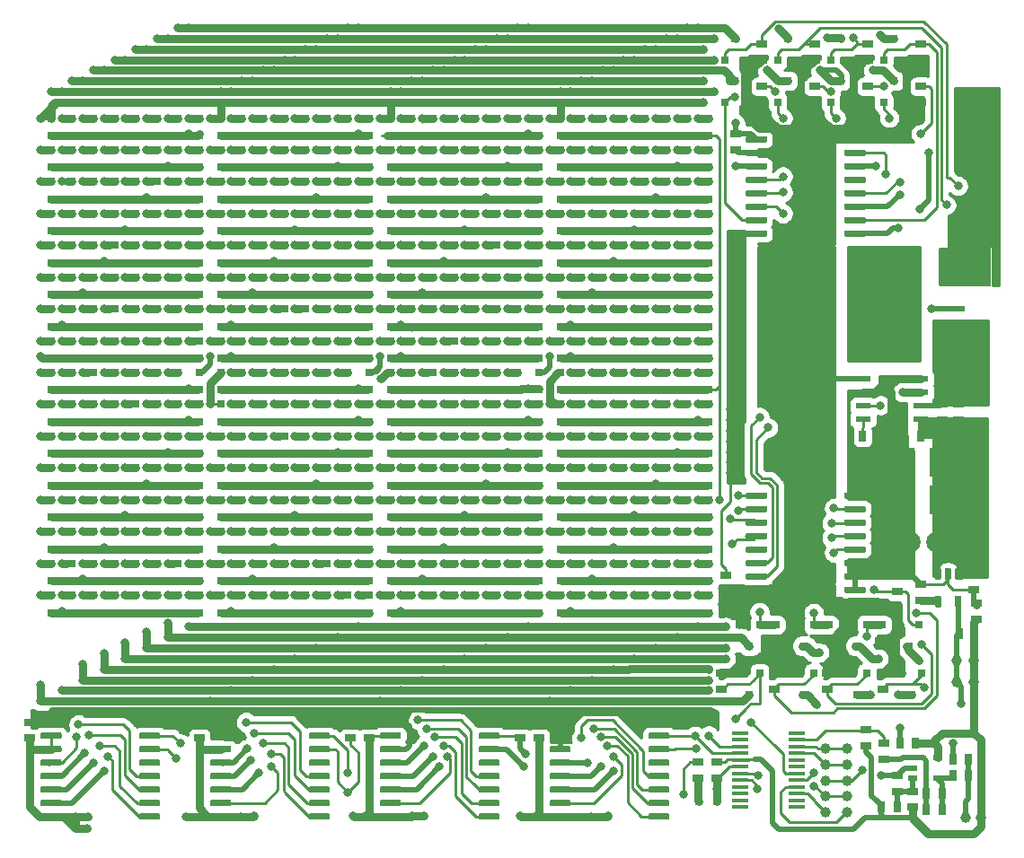
<source format=gbr>
G04 #@! TF.GenerationSoftware,KiCad,Pcbnew,(5.1.5-0-10_14)*
G04 #@! TF.CreationDate,2020-05-10T16:42:09+01:00*
G04 #@! TF.ProjectId,fft8051,66667438-3035-4312-9e6b-696361645f70,rev?*
G04 #@! TF.SameCoordinates,Original*
G04 #@! TF.FileFunction,Copper,L1,Top*
G04 #@! TF.FilePolarity,Positive*
%FSLAX46Y46*%
G04 Gerber Fmt 4.6, Leading zero omitted, Abs format (unit mm)*
G04 Created by KiCad (PCBNEW (5.1.5-0-10_14)) date 2020-05-10 16:42:09*
%MOMM*%
%LPD*%
G04 APERTURE LIST*
%ADD10R,0.800000X0.800000*%
%ADD11C,1.000000*%
%ADD12R,1.000000X0.700000*%
%ADD13C,0.100000*%
%ADD14R,0.700000X1.000000*%
%ADD15R,0.900000X0.600000*%
%ADD16C,2.000000*%
%ADD17R,1.350000X2.700000*%
%ADD18R,1.194000X0.559000*%
%ADD19R,2.250000X3.790000*%
%ADD20R,1.460500X0.533400*%
%ADD21R,1.600000X0.400000*%
%ADD22R,0.700000X0.800000*%
%ADD23C,0.800000*%
%ADD24C,0.250000*%
%ADD25C,0.750000*%
%ADD26C,0.500000*%
%ADD27C,0.254000*%
G04 APERTURE END LIST*
D10*
X67000000Y-152000000D03*
X67000000Y-153650000D03*
X59000000Y-116000000D03*
X59000000Y-117650000D03*
X75000000Y-140000000D03*
X75000000Y-141650000D03*
X59000000Y-158000000D03*
X59000000Y-159650000D03*
X75000000Y-158000000D03*
X75000000Y-159650000D03*
X59000000Y-134000000D03*
X59000000Y-135650000D03*
X75000000Y-134000000D03*
X75000000Y-135650000D03*
X59000000Y-155000000D03*
X59000000Y-156650000D03*
X75000000Y-155000000D03*
X75000000Y-156650000D03*
X59000000Y-131000000D03*
X59000000Y-132650000D03*
X75000000Y-131000000D03*
X75000000Y-132650000D03*
X59000000Y-152000000D03*
X59000000Y-153650000D03*
X75000000Y-152000000D03*
X75000000Y-153650000D03*
X59000000Y-128000000D03*
X59000000Y-129650000D03*
X75000000Y-128000000D03*
X75000000Y-129650000D03*
X59000000Y-149000000D03*
X59000000Y-150650000D03*
X75000000Y-149000000D03*
X75000000Y-150650000D03*
X59000000Y-125000000D03*
X59000000Y-126650000D03*
X75000000Y-125000000D03*
X75000000Y-126650000D03*
X59000000Y-146000000D03*
X59000000Y-147650000D03*
X75000000Y-146000000D03*
X75000000Y-147650000D03*
X59000000Y-122000000D03*
X59000000Y-123650000D03*
X75000000Y-122000000D03*
X75000000Y-123650000D03*
X59000000Y-143000000D03*
X59000000Y-144650000D03*
X75000000Y-143000000D03*
X75000000Y-144650000D03*
X59000000Y-119000000D03*
X59000000Y-120650000D03*
X75000000Y-119000000D03*
X75000000Y-120650000D03*
X59000000Y-140000000D03*
X59000000Y-141650000D03*
X87000000Y-155000000D03*
X87000000Y-156650000D03*
X71000000Y-155000000D03*
X71000000Y-156650000D03*
X71000000Y-134000000D03*
X71000000Y-135650000D03*
X87000000Y-134000000D03*
X87000000Y-135650000D03*
X71000000Y-158000000D03*
X71000000Y-159650000D03*
X87000000Y-158000000D03*
X87000000Y-159650000D03*
X87000000Y-131000000D03*
X87000000Y-132650000D03*
X71000000Y-131000000D03*
X71000000Y-132650000D03*
X87000000Y-152000000D03*
X87000000Y-153650000D03*
X71000000Y-152000000D03*
X71000000Y-153650000D03*
X87000000Y-128000000D03*
X87000000Y-129650000D03*
X71000000Y-128000000D03*
X71000000Y-129650000D03*
X87000000Y-149000000D03*
X87000000Y-150650000D03*
X71000000Y-149000000D03*
X71000000Y-150650000D03*
X87000000Y-125000000D03*
X87000000Y-126650000D03*
X71000000Y-125000000D03*
X71000000Y-126650000D03*
X87000000Y-146000000D03*
X87000000Y-147650000D03*
X71000000Y-146000000D03*
X71000000Y-147650000D03*
X87000000Y-122000000D03*
X87000000Y-123650000D03*
X71000000Y-122000000D03*
X71000000Y-123650000D03*
X87000000Y-143000000D03*
X87000000Y-144650000D03*
X71000000Y-143000000D03*
X71000000Y-144650000D03*
X87000000Y-119000000D03*
X87000000Y-120650000D03*
X71000000Y-119000000D03*
X71000000Y-120650000D03*
X87000000Y-140000000D03*
X87000000Y-141650000D03*
X71000000Y-140000000D03*
X71000000Y-141650000D03*
X87000000Y-116000000D03*
X87000000Y-117650000D03*
X71000000Y-116000000D03*
X71000000Y-117650000D03*
X87000000Y-137000000D03*
X87000000Y-138650000D03*
X71000000Y-137000000D03*
X71000000Y-138650000D03*
X87000000Y-113000000D03*
X87000000Y-114650000D03*
X71000000Y-113000000D03*
X71000000Y-114650000D03*
X85000000Y-158000000D03*
X85000000Y-159650000D03*
X69000000Y-158000000D03*
X69000000Y-159650000D03*
X85000000Y-134000000D03*
X85000000Y-135650000D03*
X69000000Y-134000000D03*
X69000000Y-135650000D03*
X85000000Y-155000000D03*
X85000000Y-156650000D03*
X69000000Y-155000000D03*
X69000000Y-156650000D03*
X85000000Y-131000000D03*
X85000000Y-132650000D03*
X69000000Y-131000000D03*
X69000000Y-132650000D03*
X85000000Y-152000000D03*
X85000000Y-153650000D03*
X69000000Y-152000000D03*
X69000000Y-153650000D03*
X85000000Y-128000000D03*
X85000000Y-129650000D03*
X69000000Y-128000000D03*
X69000000Y-129650000D03*
X85000000Y-149000000D03*
X85000000Y-150650000D03*
X69000000Y-149000000D03*
X69000000Y-150650000D03*
X85000000Y-125000000D03*
X85000000Y-126650000D03*
X69000000Y-125000000D03*
X69000000Y-126650000D03*
X85000000Y-146000000D03*
X85000000Y-147650000D03*
X69000000Y-146000000D03*
X69000000Y-147650000D03*
X85000000Y-122000000D03*
X85000000Y-123650000D03*
X69000000Y-122000000D03*
X69000000Y-123650000D03*
X85000000Y-143000000D03*
X85000000Y-144650000D03*
X69000000Y-143000000D03*
X69000000Y-144650000D03*
X85000000Y-119000000D03*
X85000000Y-120650000D03*
X69000000Y-119000000D03*
X69000000Y-120650000D03*
X85000000Y-140000000D03*
X85000000Y-141650000D03*
X69000000Y-140000000D03*
X69000000Y-141650000D03*
X85000000Y-116000000D03*
X85000000Y-117650000D03*
X69000000Y-116000000D03*
X69000000Y-117650000D03*
X85000000Y-137000000D03*
X85000000Y-138650000D03*
X69000000Y-137000000D03*
X69000000Y-138650000D03*
X85000000Y-113000000D03*
X85000000Y-114650000D03*
X69000000Y-113000000D03*
X69000000Y-114650000D03*
X83000000Y-158000000D03*
X83000000Y-159650000D03*
X67000000Y-158000000D03*
X67000000Y-159650000D03*
X83000000Y-134000000D03*
X83000000Y-135650000D03*
X67000000Y-134000000D03*
X67000000Y-135650000D03*
X83000000Y-155000000D03*
X83000000Y-156650000D03*
X67000000Y-155000000D03*
X67000000Y-156650000D03*
X83000000Y-131000000D03*
X83000000Y-132650000D03*
X67000000Y-131000000D03*
X67000000Y-132650000D03*
X83000000Y-152000000D03*
X83000000Y-153650000D03*
X83000000Y-128000000D03*
X83000000Y-129650000D03*
X67000000Y-128000000D03*
X67000000Y-129650000D03*
X83000000Y-149000000D03*
X83000000Y-150650000D03*
X67000000Y-149000000D03*
X67000000Y-150650000D03*
X83000000Y-125000000D03*
X83000000Y-126650000D03*
X67000000Y-125000000D03*
X67000000Y-126650000D03*
X77000000Y-146000000D03*
X77000000Y-147650000D03*
X61000000Y-146000000D03*
X61000000Y-147650000D03*
X77000000Y-122000000D03*
X77000000Y-123650000D03*
X61000000Y-122000000D03*
X61000000Y-123650000D03*
X77000000Y-143000000D03*
X77000000Y-144650000D03*
X61000000Y-143000000D03*
X61000000Y-144650000D03*
X77000000Y-119000000D03*
X77000000Y-120650000D03*
X61000000Y-119000000D03*
X61000000Y-120650000D03*
X77000000Y-140000000D03*
X77000000Y-141650000D03*
X61000000Y-140000000D03*
X61000000Y-141650000D03*
X77000000Y-116000000D03*
X77000000Y-117650000D03*
X61000000Y-116000000D03*
X61000000Y-117650000D03*
X77000000Y-137000000D03*
X77000000Y-138650000D03*
X61000000Y-137000000D03*
X61000000Y-138650000D03*
X77000000Y-113000000D03*
X77000000Y-114650000D03*
X61000000Y-113000000D03*
X61000000Y-114650000D03*
X75000000Y-116000000D03*
X75000000Y-117650000D03*
X59000000Y-137000000D03*
X59000000Y-138650000D03*
X75000000Y-137000000D03*
X75000000Y-138650000D03*
X59000000Y-113000000D03*
X59000000Y-114650000D03*
X75000000Y-113000000D03*
X75000000Y-114650000D03*
X89000000Y-158000000D03*
X89000000Y-159650000D03*
X73000000Y-158000000D03*
X73000000Y-159650000D03*
X89000000Y-134000000D03*
X89000000Y-135650000D03*
X73000000Y-134000000D03*
X73000000Y-135650000D03*
X89000000Y-155000000D03*
X89000000Y-156650000D03*
X73000000Y-155000000D03*
X73000000Y-156650000D03*
X89000000Y-131000000D03*
X89000000Y-132650000D03*
X73000000Y-131000000D03*
X73000000Y-132650000D03*
X89000000Y-152000000D03*
X89000000Y-153650000D03*
X73000000Y-152000000D03*
X73000000Y-153650000D03*
X89000000Y-128000000D03*
X89000000Y-129650000D03*
X73000000Y-128000000D03*
X73000000Y-129650000D03*
X89000000Y-149000000D03*
X89000000Y-150650000D03*
X73000000Y-149000000D03*
X73000000Y-150650000D03*
X89000000Y-125000000D03*
X89000000Y-126650000D03*
X73000000Y-125000000D03*
X73000000Y-126650000D03*
X89000000Y-146000000D03*
X89000000Y-147650000D03*
X73000000Y-146000000D03*
X73000000Y-147650000D03*
X89000000Y-122000000D03*
X89000000Y-123650000D03*
X73000000Y-122000000D03*
X73000000Y-123650000D03*
X89000000Y-143000000D03*
X89000000Y-144650000D03*
X73000000Y-143000000D03*
X73000000Y-144650000D03*
X89000000Y-119000000D03*
X89000000Y-120650000D03*
X73000000Y-119000000D03*
X73000000Y-120650000D03*
X89000000Y-140000000D03*
X89000000Y-141650000D03*
X73000000Y-140000000D03*
X73000000Y-141650000D03*
X89000000Y-116000000D03*
X89000000Y-117650000D03*
X73000000Y-116000000D03*
X73000000Y-117650000D03*
X89000000Y-137000000D03*
X89000000Y-138650000D03*
X73000000Y-137000000D03*
X73000000Y-138650000D03*
X89000000Y-113000000D03*
X89000000Y-114650000D03*
X73000000Y-113000000D03*
X73000000Y-114650000D03*
X77000000Y-125000000D03*
X77000000Y-126650000D03*
X61000000Y-125000000D03*
X61000000Y-126650000D03*
X83000000Y-146000000D03*
X83000000Y-147650000D03*
X67000000Y-146000000D03*
X67000000Y-147650000D03*
X83000000Y-122000000D03*
X83000000Y-123650000D03*
X67000000Y-122000000D03*
X67000000Y-123650000D03*
X83000000Y-143000000D03*
X83000000Y-144650000D03*
X67000000Y-143000000D03*
X67000000Y-144650000D03*
X83000000Y-119000000D03*
X83000000Y-120650000D03*
X67000000Y-119000000D03*
X67000000Y-120650000D03*
X83000000Y-140000000D03*
X83000000Y-141650000D03*
X67000000Y-140000000D03*
X67000000Y-141650000D03*
X83000000Y-116000000D03*
X83000000Y-117650000D03*
X67000000Y-116000000D03*
X67000000Y-117650000D03*
X83000000Y-137000000D03*
X83000000Y-138650000D03*
X67000000Y-137000000D03*
X67000000Y-138650000D03*
X83000000Y-113000000D03*
X83000000Y-114650000D03*
X67000000Y-113000000D03*
X67000000Y-114650000D03*
X81000000Y-158000000D03*
X81000000Y-159650000D03*
X65000000Y-158000000D03*
X65000000Y-159650000D03*
X81000000Y-134000000D03*
X81000000Y-135650000D03*
X65000000Y-134000000D03*
X65000000Y-135650000D03*
X81000000Y-155000000D03*
X81000000Y-156650000D03*
X65000000Y-155000000D03*
X65000000Y-156650000D03*
X81000000Y-131000000D03*
X81000000Y-132650000D03*
X65000000Y-131000000D03*
X65000000Y-132650000D03*
X81000000Y-152000000D03*
X81000000Y-153650000D03*
X65000000Y-152000000D03*
X65000000Y-153650000D03*
X81000000Y-128000000D03*
X81000000Y-129650000D03*
X65000000Y-128000000D03*
X65000000Y-129650000D03*
X81000000Y-149000000D03*
X81000000Y-150650000D03*
X65000000Y-149000000D03*
X65000000Y-150650000D03*
X81000000Y-125000000D03*
X81000000Y-126650000D03*
X65000000Y-125000000D03*
X65000000Y-126650000D03*
X81000000Y-146000000D03*
X81000000Y-147650000D03*
X65000000Y-146000000D03*
X65000000Y-147650000D03*
X81000000Y-122000000D03*
X81000000Y-123650000D03*
X65000000Y-122000000D03*
X65000000Y-123650000D03*
X81000000Y-143000000D03*
X81000000Y-144650000D03*
X65000000Y-143000000D03*
X65000000Y-144650000D03*
X81000000Y-119000000D03*
X81000000Y-120650000D03*
X65000000Y-119000000D03*
X65000000Y-120650000D03*
X81000000Y-140000000D03*
X81000000Y-141650000D03*
X65000000Y-140000000D03*
X65000000Y-141650000D03*
X81000000Y-116000000D03*
X81000000Y-117650000D03*
X65000000Y-116000000D03*
X65000000Y-117650000D03*
X81000000Y-137000000D03*
X81000000Y-138650000D03*
X65000000Y-137000000D03*
X65000000Y-138650000D03*
X81000000Y-113000000D03*
X81000000Y-114650000D03*
X65000000Y-113000000D03*
X65000000Y-114650000D03*
X79000000Y-158000000D03*
X79000000Y-159650000D03*
X63000000Y-158000000D03*
X63000000Y-159650000D03*
X79000000Y-134000000D03*
X79000000Y-135650000D03*
X63000000Y-134000000D03*
X63000000Y-135650000D03*
X79000000Y-155000000D03*
X79000000Y-156650000D03*
X63000000Y-155000000D03*
X63000000Y-156650000D03*
X79000000Y-131000000D03*
X79000000Y-132650000D03*
X63000000Y-131000000D03*
X63000000Y-132650000D03*
X79000000Y-152000000D03*
X79000000Y-153650000D03*
X63000000Y-152000000D03*
X63000000Y-153650000D03*
X79000000Y-128000000D03*
X79000000Y-129650000D03*
X63000000Y-128000000D03*
X63000000Y-129650000D03*
X79000000Y-149000000D03*
X79000000Y-150650000D03*
X63000000Y-149000000D03*
X63000000Y-150650000D03*
X79000000Y-125000000D03*
X79000000Y-126650000D03*
X63000000Y-125000000D03*
X63000000Y-126650000D03*
X79000000Y-146000000D03*
X79000000Y-147650000D03*
X63000000Y-146000000D03*
X63000000Y-147650000D03*
X79000000Y-122000000D03*
X79000000Y-123650000D03*
X63000000Y-122000000D03*
X63000000Y-123650000D03*
X79000000Y-143000000D03*
X79000000Y-144650000D03*
X63000000Y-143000000D03*
X63000000Y-144650000D03*
X79000000Y-119000000D03*
X79000000Y-120650000D03*
X63000000Y-119000000D03*
X63000000Y-120650000D03*
X79000000Y-140000000D03*
X79000000Y-141650000D03*
X63000000Y-140000000D03*
X63000000Y-141650000D03*
X79000000Y-116000000D03*
X79000000Y-117650000D03*
X63000000Y-116000000D03*
X63000000Y-117650000D03*
X79000000Y-137000000D03*
X79000000Y-138650000D03*
X63000000Y-137000000D03*
X63000000Y-138650000D03*
X79000000Y-113000000D03*
X79000000Y-114650000D03*
X63000000Y-113000000D03*
X63000000Y-114650000D03*
X77000000Y-158000000D03*
X77000000Y-159650000D03*
X61000000Y-158000000D03*
X61000000Y-159650000D03*
X77000000Y-134000000D03*
X77000000Y-135650000D03*
X61000000Y-134000000D03*
X61000000Y-135650000D03*
X77000000Y-155000000D03*
X77000000Y-156650000D03*
X61000000Y-155000000D03*
X61000000Y-156650000D03*
X77000000Y-131000000D03*
X77000000Y-132650000D03*
X61000000Y-131000000D03*
X61000000Y-132650000D03*
X77000000Y-152000000D03*
X77000000Y-153650000D03*
X61000000Y-152000000D03*
X61000000Y-153650000D03*
X77000000Y-128000000D03*
X77000000Y-129650000D03*
X61000000Y-128000000D03*
X61000000Y-129650000D03*
X77000000Y-149000000D03*
X77000000Y-150650000D03*
X61000000Y-149000000D03*
X61000000Y-150650000D03*
X91000000Y-140000000D03*
X91000000Y-141650000D03*
X91000000Y-158000000D03*
X91000000Y-159650000D03*
X91000000Y-134000000D03*
X91000000Y-135650000D03*
X91000000Y-155000000D03*
X91000000Y-156650000D03*
X91000000Y-131000000D03*
X91000000Y-132650000D03*
X91000000Y-152000000D03*
X91000000Y-153650000D03*
X91000000Y-128000000D03*
X91000000Y-129650000D03*
X91000000Y-149000000D03*
X91000000Y-150650000D03*
X91000000Y-125000000D03*
X91000000Y-126650000D03*
X91000000Y-146000000D03*
X91000000Y-147650000D03*
X91000000Y-122000000D03*
X91000000Y-123650000D03*
X91000000Y-143000000D03*
X91000000Y-144650000D03*
X91000000Y-119000000D03*
X91000000Y-120650000D03*
X99000000Y-158000000D03*
X99000000Y-159650000D03*
X99000000Y-134000000D03*
X99000000Y-135650000D03*
X99000000Y-155000000D03*
X99000000Y-156650000D03*
X99000000Y-131000000D03*
X99000000Y-132650000D03*
X99000000Y-152000000D03*
X99000000Y-153650000D03*
X99000000Y-128000000D03*
X99000000Y-129650000D03*
X99000000Y-149000000D03*
X99000000Y-150650000D03*
X99000000Y-125000000D03*
X99000000Y-126650000D03*
X99000000Y-146000000D03*
X99000000Y-147650000D03*
X93000000Y-146000000D03*
X93000000Y-147650000D03*
X93000000Y-122000000D03*
X93000000Y-123650000D03*
X93000000Y-143000000D03*
X93000000Y-144650000D03*
X93000000Y-119000000D03*
X93000000Y-120650000D03*
X93000000Y-140000000D03*
X93000000Y-141650000D03*
X93000000Y-116000000D03*
X93000000Y-117650000D03*
X93000000Y-137000000D03*
X93000000Y-138650000D03*
X93000000Y-113000000D03*
X93000000Y-114650000D03*
X91000000Y-116000000D03*
X91000000Y-117650000D03*
X91000000Y-137000000D03*
X91000000Y-138650000D03*
X91000000Y-113000000D03*
X91000000Y-114650000D03*
X93000000Y-125000000D03*
X93000000Y-126650000D03*
X99000000Y-122000000D03*
X99000000Y-123650000D03*
X99000000Y-143000000D03*
X99000000Y-144650000D03*
X99000000Y-119000000D03*
X99000000Y-120650000D03*
X99000000Y-140000000D03*
X99000000Y-141650000D03*
X99000000Y-116000000D03*
X99000000Y-117650000D03*
X99000000Y-137000000D03*
X99000000Y-138650000D03*
X99000000Y-113000000D03*
X99000000Y-114650000D03*
X97000000Y-158000000D03*
X97000000Y-159650000D03*
X97000000Y-134000000D03*
X97000000Y-135650000D03*
X97000000Y-155000000D03*
X97000000Y-156650000D03*
X97000000Y-131000000D03*
X97000000Y-132650000D03*
X97000000Y-152000000D03*
X97000000Y-153650000D03*
X97000000Y-128000000D03*
X97000000Y-129650000D03*
X97000000Y-149000000D03*
X97000000Y-150650000D03*
X97000000Y-125000000D03*
X97000000Y-126650000D03*
X97000000Y-146000000D03*
X97000000Y-147650000D03*
X97000000Y-122000000D03*
X97000000Y-123650000D03*
X97000000Y-143000000D03*
X97000000Y-144650000D03*
X97000000Y-119000000D03*
X97000000Y-120650000D03*
X97000000Y-140000000D03*
X97000000Y-141650000D03*
X97000000Y-116000000D03*
X97000000Y-117650000D03*
X97000000Y-137000000D03*
X97000000Y-138650000D03*
X97000000Y-113000000D03*
X97000000Y-114650000D03*
X95000000Y-158000000D03*
X95000000Y-159650000D03*
X95000000Y-134000000D03*
X95000000Y-135650000D03*
X95000000Y-155000000D03*
X95000000Y-156650000D03*
X95000000Y-131000000D03*
X95000000Y-132650000D03*
X95000000Y-152000000D03*
X95000000Y-153650000D03*
X95000000Y-128000000D03*
X95000000Y-129650000D03*
X95000000Y-149000000D03*
X95000000Y-150650000D03*
X95000000Y-125000000D03*
X95000000Y-126650000D03*
X95000000Y-146000000D03*
X95000000Y-147650000D03*
X95000000Y-122000000D03*
X95000000Y-123650000D03*
X95000000Y-143000000D03*
X95000000Y-144650000D03*
X95000000Y-119000000D03*
X95000000Y-120650000D03*
X95000000Y-140000000D03*
X95000000Y-141650000D03*
X95000000Y-116000000D03*
X95000000Y-117650000D03*
X95000000Y-137000000D03*
X95000000Y-138650000D03*
X95000000Y-113000000D03*
X95000000Y-114650000D03*
X93000000Y-158000000D03*
X93000000Y-159650000D03*
X93000000Y-134000000D03*
X93000000Y-135650000D03*
X93000000Y-155000000D03*
X93000000Y-156650000D03*
X93000000Y-131000000D03*
X93000000Y-132650000D03*
X93000000Y-152000000D03*
X93000000Y-153650000D03*
X93000000Y-128000000D03*
X93000000Y-129650000D03*
X93000000Y-149000000D03*
X93000000Y-150650000D03*
D11*
X118000000Y-175500000D03*
X120000000Y-175500000D03*
X120000000Y-177000000D03*
X118000000Y-177000000D03*
X118000000Y-178500000D03*
X120000000Y-178500000D03*
X118000000Y-174000000D03*
X120000000Y-174000000D03*
X120000000Y-172500000D03*
X118000000Y-172500000D03*
D12*
X106000000Y-173750000D03*
X106000000Y-175250000D03*
D10*
X107750000Y-177500000D03*
X106100000Y-177500000D03*
G04 #@! TA.AperFunction,SMDPad,CuDef*
D13*
G36*
X55164703Y-169700722D02*
G01*
X55179264Y-169702882D01*
X55193543Y-169706459D01*
X55207403Y-169711418D01*
X55220710Y-169717712D01*
X55233336Y-169725280D01*
X55245159Y-169734048D01*
X55256066Y-169743934D01*
X55265952Y-169754841D01*
X55274720Y-169766664D01*
X55282288Y-169779290D01*
X55288582Y-169792597D01*
X55293541Y-169806457D01*
X55297118Y-169820736D01*
X55299278Y-169835297D01*
X55300000Y-169850000D01*
X55300000Y-170150000D01*
X55299278Y-170164703D01*
X55297118Y-170179264D01*
X55293541Y-170193543D01*
X55288582Y-170207403D01*
X55282288Y-170220710D01*
X55274720Y-170233336D01*
X55265952Y-170245159D01*
X55256066Y-170256066D01*
X55245159Y-170265952D01*
X55233336Y-170274720D01*
X55220710Y-170282288D01*
X55207403Y-170288582D01*
X55193543Y-170293541D01*
X55179264Y-170297118D01*
X55164703Y-170299278D01*
X55150000Y-170300000D01*
X53450000Y-170300000D01*
X53435297Y-170299278D01*
X53420736Y-170297118D01*
X53406457Y-170293541D01*
X53392597Y-170288582D01*
X53379290Y-170282288D01*
X53366664Y-170274720D01*
X53354841Y-170265952D01*
X53343934Y-170256066D01*
X53334048Y-170245159D01*
X53325280Y-170233336D01*
X53317712Y-170220710D01*
X53311418Y-170207403D01*
X53306459Y-170193543D01*
X53302882Y-170179264D01*
X53300722Y-170164703D01*
X53300000Y-170150000D01*
X53300000Y-169850000D01*
X53300722Y-169835297D01*
X53302882Y-169820736D01*
X53306459Y-169806457D01*
X53311418Y-169792597D01*
X53317712Y-169779290D01*
X53325280Y-169766664D01*
X53334048Y-169754841D01*
X53343934Y-169743934D01*
X53354841Y-169734048D01*
X53366664Y-169725280D01*
X53379290Y-169717712D01*
X53392597Y-169711418D01*
X53406457Y-169706459D01*
X53420736Y-169702882D01*
X53435297Y-169700722D01*
X53450000Y-169700000D01*
X55150000Y-169700000D01*
X55164703Y-169700722D01*
G37*
G04 #@! TD.AperFunction*
G04 #@! TA.AperFunction,SMDPad,CuDef*
G36*
X55164703Y-170970722D02*
G01*
X55179264Y-170972882D01*
X55193543Y-170976459D01*
X55207403Y-170981418D01*
X55220710Y-170987712D01*
X55233336Y-170995280D01*
X55245159Y-171004048D01*
X55256066Y-171013934D01*
X55265952Y-171024841D01*
X55274720Y-171036664D01*
X55282288Y-171049290D01*
X55288582Y-171062597D01*
X55293541Y-171076457D01*
X55297118Y-171090736D01*
X55299278Y-171105297D01*
X55300000Y-171120000D01*
X55300000Y-171420000D01*
X55299278Y-171434703D01*
X55297118Y-171449264D01*
X55293541Y-171463543D01*
X55288582Y-171477403D01*
X55282288Y-171490710D01*
X55274720Y-171503336D01*
X55265952Y-171515159D01*
X55256066Y-171526066D01*
X55245159Y-171535952D01*
X55233336Y-171544720D01*
X55220710Y-171552288D01*
X55207403Y-171558582D01*
X55193543Y-171563541D01*
X55179264Y-171567118D01*
X55164703Y-171569278D01*
X55150000Y-171570000D01*
X53450000Y-171570000D01*
X53435297Y-171569278D01*
X53420736Y-171567118D01*
X53406457Y-171563541D01*
X53392597Y-171558582D01*
X53379290Y-171552288D01*
X53366664Y-171544720D01*
X53354841Y-171535952D01*
X53343934Y-171526066D01*
X53334048Y-171515159D01*
X53325280Y-171503336D01*
X53317712Y-171490710D01*
X53311418Y-171477403D01*
X53306459Y-171463543D01*
X53302882Y-171449264D01*
X53300722Y-171434703D01*
X53300000Y-171420000D01*
X53300000Y-171120000D01*
X53300722Y-171105297D01*
X53302882Y-171090736D01*
X53306459Y-171076457D01*
X53311418Y-171062597D01*
X53317712Y-171049290D01*
X53325280Y-171036664D01*
X53334048Y-171024841D01*
X53343934Y-171013934D01*
X53354841Y-171004048D01*
X53366664Y-170995280D01*
X53379290Y-170987712D01*
X53392597Y-170981418D01*
X53406457Y-170976459D01*
X53420736Y-170972882D01*
X53435297Y-170970722D01*
X53450000Y-170970000D01*
X55150000Y-170970000D01*
X55164703Y-170970722D01*
G37*
G04 #@! TD.AperFunction*
G04 #@! TA.AperFunction,SMDPad,CuDef*
G36*
X55164703Y-172240722D02*
G01*
X55179264Y-172242882D01*
X55193543Y-172246459D01*
X55207403Y-172251418D01*
X55220710Y-172257712D01*
X55233336Y-172265280D01*
X55245159Y-172274048D01*
X55256066Y-172283934D01*
X55265952Y-172294841D01*
X55274720Y-172306664D01*
X55282288Y-172319290D01*
X55288582Y-172332597D01*
X55293541Y-172346457D01*
X55297118Y-172360736D01*
X55299278Y-172375297D01*
X55300000Y-172390000D01*
X55300000Y-172690000D01*
X55299278Y-172704703D01*
X55297118Y-172719264D01*
X55293541Y-172733543D01*
X55288582Y-172747403D01*
X55282288Y-172760710D01*
X55274720Y-172773336D01*
X55265952Y-172785159D01*
X55256066Y-172796066D01*
X55245159Y-172805952D01*
X55233336Y-172814720D01*
X55220710Y-172822288D01*
X55207403Y-172828582D01*
X55193543Y-172833541D01*
X55179264Y-172837118D01*
X55164703Y-172839278D01*
X55150000Y-172840000D01*
X53450000Y-172840000D01*
X53435297Y-172839278D01*
X53420736Y-172837118D01*
X53406457Y-172833541D01*
X53392597Y-172828582D01*
X53379290Y-172822288D01*
X53366664Y-172814720D01*
X53354841Y-172805952D01*
X53343934Y-172796066D01*
X53334048Y-172785159D01*
X53325280Y-172773336D01*
X53317712Y-172760710D01*
X53311418Y-172747403D01*
X53306459Y-172733543D01*
X53302882Y-172719264D01*
X53300722Y-172704703D01*
X53300000Y-172690000D01*
X53300000Y-172390000D01*
X53300722Y-172375297D01*
X53302882Y-172360736D01*
X53306459Y-172346457D01*
X53311418Y-172332597D01*
X53317712Y-172319290D01*
X53325280Y-172306664D01*
X53334048Y-172294841D01*
X53343934Y-172283934D01*
X53354841Y-172274048D01*
X53366664Y-172265280D01*
X53379290Y-172257712D01*
X53392597Y-172251418D01*
X53406457Y-172246459D01*
X53420736Y-172242882D01*
X53435297Y-172240722D01*
X53450000Y-172240000D01*
X55150000Y-172240000D01*
X55164703Y-172240722D01*
G37*
G04 #@! TD.AperFunction*
G04 #@! TA.AperFunction,SMDPad,CuDef*
G36*
X55164703Y-173510722D02*
G01*
X55179264Y-173512882D01*
X55193543Y-173516459D01*
X55207403Y-173521418D01*
X55220710Y-173527712D01*
X55233336Y-173535280D01*
X55245159Y-173544048D01*
X55256066Y-173553934D01*
X55265952Y-173564841D01*
X55274720Y-173576664D01*
X55282288Y-173589290D01*
X55288582Y-173602597D01*
X55293541Y-173616457D01*
X55297118Y-173630736D01*
X55299278Y-173645297D01*
X55300000Y-173660000D01*
X55300000Y-173960000D01*
X55299278Y-173974703D01*
X55297118Y-173989264D01*
X55293541Y-174003543D01*
X55288582Y-174017403D01*
X55282288Y-174030710D01*
X55274720Y-174043336D01*
X55265952Y-174055159D01*
X55256066Y-174066066D01*
X55245159Y-174075952D01*
X55233336Y-174084720D01*
X55220710Y-174092288D01*
X55207403Y-174098582D01*
X55193543Y-174103541D01*
X55179264Y-174107118D01*
X55164703Y-174109278D01*
X55150000Y-174110000D01*
X53450000Y-174110000D01*
X53435297Y-174109278D01*
X53420736Y-174107118D01*
X53406457Y-174103541D01*
X53392597Y-174098582D01*
X53379290Y-174092288D01*
X53366664Y-174084720D01*
X53354841Y-174075952D01*
X53343934Y-174066066D01*
X53334048Y-174055159D01*
X53325280Y-174043336D01*
X53317712Y-174030710D01*
X53311418Y-174017403D01*
X53306459Y-174003543D01*
X53302882Y-173989264D01*
X53300722Y-173974703D01*
X53300000Y-173960000D01*
X53300000Y-173660000D01*
X53300722Y-173645297D01*
X53302882Y-173630736D01*
X53306459Y-173616457D01*
X53311418Y-173602597D01*
X53317712Y-173589290D01*
X53325280Y-173576664D01*
X53334048Y-173564841D01*
X53343934Y-173553934D01*
X53354841Y-173544048D01*
X53366664Y-173535280D01*
X53379290Y-173527712D01*
X53392597Y-173521418D01*
X53406457Y-173516459D01*
X53420736Y-173512882D01*
X53435297Y-173510722D01*
X53450000Y-173510000D01*
X55150000Y-173510000D01*
X55164703Y-173510722D01*
G37*
G04 #@! TD.AperFunction*
G04 #@! TA.AperFunction,SMDPad,CuDef*
G36*
X55164703Y-174780722D02*
G01*
X55179264Y-174782882D01*
X55193543Y-174786459D01*
X55207403Y-174791418D01*
X55220710Y-174797712D01*
X55233336Y-174805280D01*
X55245159Y-174814048D01*
X55256066Y-174823934D01*
X55265952Y-174834841D01*
X55274720Y-174846664D01*
X55282288Y-174859290D01*
X55288582Y-174872597D01*
X55293541Y-174886457D01*
X55297118Y-174900736D01*
X55299278Y-174915297D01*
X55300000Y-174930000D01*
X55300000Y-175230000D01*
X55299278Y-175244703D01*
X55297118Y-175259264D01*
X55293541Y-175273543D01*
X55288582Y-175287403D01*
X55282288Y-175300710D01*
X55274720Y-175313336D01*
X55265952Y-175325159D01*
X55256066Y-175336066D01*
X55245159Y-175345952D01*
X55233336Y-175354720D01*
X55220710Y-175362288D01*
X55207403Y-175368582D01*
X55193543Y-175373541D01*
X55179264Y-175377118D01*
X55164703Y-175379278D01*
X55150000Y-175380000D01*
X53450000Y-175380000D01*
X53435297Y-175379278D01*
X53420736Y-175377118D01*
X53406457Y-175373541D01*
X53392597Y-175368582D01*
X53379290Y-175362288D01*
X53366664Y-175354720D01*
X53354841Y-175345952D01*
X53343934Y-175336066D01*
X53334048Y-175325159D01*
X53325280Y-175313336D01*
X53317712Y-175300710D01*
X53311418Y-175287403D01*
X53306459Y-175273543D01*
X53302882Y-175259264D01*
X53300722Y-175244703D01*
X53300000Y-175230000D01*
X53300000Y-174930000D01*
X53300722Y-174915297D01*
X53302882Y-174900736D01*
X53306459Y-174886457D01*
X53311418Y-174872597D01*
X53317712Y-174859290D01*
X53325280Y-174846664D01*
X53334048Y-174834841D01*
X53343934Y-174823934D01*
X53354841Y-174814048D01*
X53366664Y-174805280D01*
X53379290Y-174797712D01*
X53392597Y-174791418D01*
X53406457Y-174786459D01*
X53420736Y-174782882D01*
X53435297Y-174780722D01*
X53450000Y-174780000D01*
X55150000Y-174780000D01*
X55164703Y-174780722D01*
G37*
G04 #@! TD.AperFunction*
G04 #@! TA.AperFunction,SMDPad,CuDef*
G36*
X55164703Y-176050722D02*
G01*
X55179264Y-176052882D01*
X55193543Y-176056459D01*
X55207403Y-176061418D01*
X55220710Y-176067712D01*
X55233336Y-176075280D01*
X55245159Y-176084048D01*
X55256066Y-176093934D01*
X55265952Y-176104841D01*
X55274720Y-176116664D01*
X55282288Y-176129290D01*
X55288582Y-176142597D01*
X55293541Y-176156457D01*
X55297118Y-176170736D01*
X55299278Y-176185297D01*
X55300000Y-176200000D01*
X55300000Y-176500000D01*
X55299278Y-176514703D01*
X55297118Y-176529264D01*
X55293541Y-176543543D01*
X55288582Y-176557403D01*
X55282288Y-176570710D01*
X55274720Y-176583336D01*
X55265952Y-176595159D01*
X55256066Y-176606066D01*
X55245159Y-176615952D01*
X55233336Y-176624720D01*
X55220710Y-176632288D01*
X55207403Y-176638582D01*
X55193543Y-176643541D01*
X55179264Y-176647118D01*
X55164703Y-176649278D01*
X55150000Y-176650000D01*
X53450000Y-176650000D01*
X53435297Y-176649278D01*
X53420736Y-176647118D01*
X53406457Y-176643541D01*
X53392597Y-176638582D01*
X53379290Y-176632288D01*
X53366664Y-176624720D01*
X53354841Y-176615952D01*
X53343934Y-176606066D01*
X53334048Y-176595159D01*
X53325280Y-176583336D01*
X53317712Y-176570710D01*
X53311418Y-176557403D01*
X53306459Y-176543543D01*
X53302882Y-176529264D01*
X53300722Y-176514703D01*
X53300000Y-176500000D01*
X53300000Y-176200000D01*
X53300722Y-176185297D01*
X53302882Y-176170736D01*
X53306459Y-176156457D01*
X53311418Y-176142597D01*
X53317712Y-176129290D01*
X53325280Y-176116664D01*
X53334048Y-176104841D01*
X53343934Y-176093934D01*
X53354841Y-176084048D01*
X53366664Y-176075280D01*
X53379290Y-176067712D01*
X53392597Y-176061418D01*
X53406457Y-176056459D01*
X53420736Y-176052882D01*
X53435297Y-176050722D01*
X53450000Y-176050000D01*
X55150000Y-176050000D01*
X55164703Y-176050722D01*
G37*
G04 #@! TD.AperFunction*
G04 #@! TA.AperFunction,SMDPad,CuDef*
G36*
X55164703Y-177320722D02*
G01*
X55179264Y-177322882D01*
X55193543Y-177326459D01*
X55207403Y-177331418D01*
X55220710Y-177337712D01*
X55233336Y-177345280D01*
X55245159Y-177354048D01*
X55256066Y-177363934D01*
X55265952Y-177374841D01*
X55274720Y-177386664D01*
X55282288Y-177399290D01*
X55288582Y-177412597D01*
X55293541Y-177426457D01*
X55297118Y-177440736D01*
X55299278Y-177455297D01*
X55300000Y-177470000D01*
X55300000Y-177770000D01*
X55299278Y-177784703D01*
X55297118Y-177799264D01*
X55293541Y-177813543D01*
X55288582Y-177827403D01*
X55282288Y-177840710D01*
X55274720Y-177853336D01*
X55265952Y-177865159D01*
X55256066Y-177876066D01*
X55245159Y-177885952D01*
X55233336Y-177894720D01*
X55220710Y-177902288D01*
X55207403Y-177908582D01*
X55193543Y-177913541D01*
X55179264Y-177917118D01*
X55164703Y-177919278D01*
X55150000Y-177920000D01*
X53450000Y-177920000D01*
X53435297Y-177919278D01*
X53420736Y-177917118D01*
X53406457Y-177913541D01*
X53392597Y-177908582D01*
X53379290Y-177902288D01*
X53366664Y-177894720D01*
X53354841Y-177885952D01*
X53343934Y-177876066D01*
X53334048Y-177865159D01*
X53325280Y-177853336D01*
X53317712Y-177840710D01*
X53311418Y-177827403D01*
X53306459Y-177813543D01*
X53302882Y-177799264D01*
X53300722Y-177784703D01*
X53300000Y-177770000D01*
X53300000Y-177470000D01*
X53300722Y-177455297D01*
X53302882Y-177440736D01*
X53306459Y-177426457D01*
X53311418Y-177412597D01*
X53317712Y-177399290D01*
X53325280Y-177386664D01*
X53334048Y-177374841D01*
X53343934Y-177363934D01*
X53354841Y-177354048D01*
X53366664Y-177345280D01*
X53379290Y-177337712D01*
X53392597Y-177331418D01*
X53406457Y-177326459D01*
X53420736Y-177322882D01*
X53435297Y-177320722D01*
X53450000Y-177320000D01*
X55150000Y-177320000D01*
X55164703Y-177320722D01*
G37*
G04 #@! TD.AperFunction*
G04 #@! TA.AperFunction,SMDPad,CuDef*
G36*
X55164703Y-178590722D02*
G01*
X55179264Y-178592882D01*
X55193543Y-178596459D01*
X55207403Y-178601418D01*
X55220710Y-178607712D01*
X55233336Y-178615280D01*
X55245159Y-178624048D01*
X55256066Y-178633934D01*
X55265952Y-178644841D01*
X55274720Y-178656664D01*
X55282288Y-178669290D01*
X55288582Y-178682597D01*
X55293541Y-178696457D01*
X55297118Y-178710736D01*
X55299278Y-178725297D01*
X55300000Y-178740000D01*
X55300000Y-179040000D01*
X55299278Y-179054703D01*
X55297118Y-179069264D01*
X55293541Y-179083543D01*
X55288582Y-179097403D01*
X55282288Y-179110710D01*
X55274720Y-179123336D01*
X55265952Y-179135159D01*
X55256066Y-179146066D01*
X55245159Y-179155952D01*
X55233336Y-179164720D01*
X55220710Y-179172288D01*
X55207403Y-179178582D01*
X55193543Y-179183541D01*
X55179264Y-179187118D01*
X55164703Y-179189278D01*
X55150000Y-179190000D01*
X53450000Y-179190000D01*
X53435297Y-179189278D01*
X53420736Y-179187118D01*
X53406457Y-179183541D01*
X53392597Y-179178582D01*
X53379290Y-179172288D01*
X53366664Y-179164720D01*
X53354841Y-179155952D01*
X53343934Y-179146066D01*
X53334048Y-179135159D01*
X53325280Y-179123336D01*
X53317712Y-179110710D01*
X53311418Y-179097403D01*
X53306459Y-179083543D01*
X53302882Y-179069264D01*
X53300722Y-179054703D01*
X53300000Y-179040000D01*
X53300000Y-178740000D01*
X53300722Y-178725297D01*
X53302882Y-178710736D01*
X53306459Y-178696457D01*
X53311418Y-178682597D01*
X53317712Y-178669290D01*
X53325280Y-178656664D01*
X53334048Y-178644841D01*
X53343934Y-178633934D01*
X53354841Y-178624048D01*
X53366664Y-178615280D01*
X53379290Y-178607712D01*
X53392597Y-178601418D01*
X53406457Y-178596459D01*
X53420736Y-178592882D01*
X53435297Y-178590722D01*
X53450000Y-178590000D01*
X55150000Y-178590000D01*
X55164703Y-178590722D01*
G37*
G04 #@! TD.AperFunction*
G04 #@! TA.AperFunction,SMDPad,CuDef*
G36*
X45864703Y-178590722D02*
G01*
X45879264Y-178592882D01*
X45893543Y-178596459D01*
X45907403Y-178601418D01*
X45920710Y-178607712D01*
X45933336Y-178615280D01*
X45945159Y-178624048D01*
X45956066Y-178633934D01*
X45965952Y-178644841D01*
X45974720Y-178656664D01*
X45982288Y-178669290D01*
X45988582Y-178682597D01*
X45993541Y-178696457D01*
X45997118Y-178710736D01*
X45999278Y-178725297D01*
X46000000Y-178740000D01*
X46000000Y-179040000D01*
X45999278Y-179054703D01*
X45997118Y-179069264D01*
X45993541Y-179083543D01*
X45988582Y-179097403D01*
X45982288Y-179110710D01*
X45974720Y-179123336D01*
X45965952Y-179135159D01*
X45956066Y-179146066D01*
X45945159Y-179155952D01*
X45933336Y-179164720D01*
X45920710Y-179172288D01*
X45907403Y-179178582D01*
X45893543Y-179183541D01*
X45879264Y-179187118D01*
X45864703Y-179189278D01*
X45850000Y-179190000D01*
X44150000Y-179190000D01*
X44135297Y-179189278D01*
X44120736Y-179187118D01*
X44106457Y-179183541D01*
X44092597Y-179178582D01*
X44079290Y-179172288D01*
X44066664Y-179164720D01*
X44054841Y-179155952D01*
X44043934Y-179146066D01*
X44034048Y-179135159D01*
X44025280Y-179123336D01*
X44017712Y-179110710D01*
X44011418Y-179097403D01*
X44006459Y-179083543D01*
X44002882Y-179069264D01*
X44000722Y-179054703D01*
X44000000Y-179040000D01*
X44000000Y-178740000D01*
X44000722Y-178725297D01*
X44002882Y-178710736D01*
X44006459Y-178696457D01*
X44011418Y-178682597D01*
X44017712Y-178669290D01*
X44025280Y-178656664D01*
X44034048Y-178644841D01*
X44043934Y-178633934D01*
X44054841Y-178624048D01*
X44066664Y-178615280D01*
X44079290Y-178607712D01*
X44092597Y-178601418D01*
X44106457Y-178596459D01*
X44120736Y-178592882D01*
X44135297Y-178590722D01*
X44150000Y-178590000D01*
X45850000Y-178590000D01*
X45864703Y-178590722D01*
G37*
G04 #@! TD.AperFunction*
G04 #@! TA.AperFunction,SMDPad,CuDef*
G36*
X45864703Y-177320722D02*
G01*
X45879264Y-177322882D01*
X45893543Y-177326459D01*
X45907403Y-177331418D01*
X45920710Y-177337712D01*
X45933336Y-177345280D01*
X45945159Y-177354048D01*
X45956066Y-177363934D01*
X45965952Y-177374841D01*
X45974720Y-177386664D01*
X45982288Y-177399290D01*
X45988582Y-177412597D01*
X45993541Y-177426457D01*
X45997118Y-177440736D01*
X45999278Y-177455297D01*
X46000000Y-177470000D01*
X46000000Y-177770000D01*
X45999278Y-177784703D01*
X45997118Y-177799264D01*
X45993541Y-177813543D01*
X45988582Y-177827403D01*
X45982288Y-177840710D01*
X45974720Y-177853336D01*
X45965952Y-177865159D01*
X45956066Y-177876066D01*
X45945159Y-177885952D01*
X45933336Y-177894720D01*
X45920710Y-177902288D01*
X45907403Y-177908582D01*
X45893543Y-177913541D01*
X45879264Y-177917118D01*
X45864703Y-177919278D01*
X45850000Y-177920000D01*
X44150000Y-177920000D01*
X44135297Y-177919278D01*
X44120736Y-177917118D01*
X44106457Y-177913541D01*
X44092597Y-177908582D01*
X44079290Y-177902288D01*
X44066664Y-177894720D01*
X44054841Y-177885952D01*
X44043934Y-177876066D01*
X44034048Y-177865159D01*
X44025280Y-177853336D01*
X44017712Y-177840710D01*
X44011418Y-177827403D01*
X44006459Y-177813543D01*
X44002882Y-177799264D01*
X44000722Y-177784703D01*
X44000000Y-177770000D01*
X44000000Y-177470000D01*
X44000722Y-177455297D01*
X44002882Y-177440736D01*
X44006459Y-177426457D01*
X44011418Y-177412597D01*
X44017712Y-177399290D01*
X44025280Y-177386664D01*
X44034048Y-177374841D01*
X44043934Y-177363934D01*
X44054841Y-177354048D01*
X44066664Y-177345280D01*
X44079290Y-177337712D01*
X44092597Y-177331418D01*
X44106457Y-177326459D01*
X44120736Y-177322882D01*
X44135297Y-177320722D01*
X44150000Y-177320000D01*
X45850000Y-177320000D01*
X45864703Y-177320722D01*
G37*
G04 #@! TD.AperFunction*
G04 #@! TA.AperFunction,SMDPad,CuDef*
G36*
X45864703Y-176050722D02*
G01*
X45879264Y-176052882D01*
X45893543Y-176056459D01*
X45907403Y-176061418D01*
X45920710Y-176067712D01*
X45933336Y-176075280D01*
X45945159Y-176084048D01*
X45956066Y-176093934D01*
X45965952Y-176104841D01*
X45974720Y-176116664D01*
X45982288Y-176129290D01*
X45988582Y-176142597D01*
X45993541Y-176156457D01*
X45997118Y-176170736D01*
X45999278Y-176185297D01*
X46000000Y-176200000D01*
X46000000Y-176500000D01*
X45999278Y-176514703D01*
X45997118Y-176529264D01*
X45993541Y-176543543D01*
X45988582Y-176557403D01*
X45982288Y-176570710D01*
X45974720Y-176583336D01*
X45965952Y-176595159D01*
X45956066Y-176606066D01*
X45945159Y-176615952D01*
X45933336Y-176624720D01*
X45920710Y-176632288D01*
X45907403Y-176638582D01*
X45893543Y-176643541D01*
X45879264Y-176647118D01*
X45864703Y-176649278D01*
X45850000Y-176650000D01*
X44150000Y-176650000D01*
X44135297Y-176649278D01*
X44120736Y-176647118D01*
X44106457Y-176643541D01*
X44092597Y-176638582D01*
X44079290Y-176632288D01*
X44066664Y-176624720D01*
X44054841Y-176615952D01*
X44043934Y-176606066D01*
X44034048Y-176595159D01*
X44025280Y-176583336D01*
X44017712Y-176570710D01*
X44011418Y-176557403D01*
X44006459Y-176543543D01*
X44002882Y-176529264D01*
X44000722Y-176514703D01*
X44000000Y-176500000D01*
X44000000Y-176200000D01*
X44000722Y-176185297D01*
X44002882Y-176170736D01*
X44006459Y-176156457D01*
X44011418Y-176142597D01*
X44017712Y-176129290D01*
X44025280Y-176116664D01*
X44034048Y-176104841D01*
X44043934Y-176093934D01*
X44054841Y-176084048D01*
X44066664Y-176075280D01*
X44079290Y-176067712D01*
X44092597Y-176061418D01*
X44106457Y-176056459D01*
X44120736Y-176052882D01*
X44135297Y-176050722D01*
X44150000Y-176050000D01*
X45850000Y-176050000D01*
X45864703Y-176050722D01*
G37*
G04 #@! TD.AperFunction*
G04 #@! TA.AperFunction,SMDPad,CuDef*
G36*
X45864703Y-174780722D02*
G01*
X45879264Y-174782882D01*
X45893543Y-174786459D01*
X45907403Y-174791418D01*
X45920710Y-174797712D01*
X45933336Y-174805280D01*
X45945159Y-174814048D01*
X45956066Y-174823934D01*
X45965952Y-174834841D01*
X45974720Y-174846664D01*
X45982288Y-174859290D01*
X45988582Y-174872597D01*
X45993541Y-174886457D01*
X45997118Y-174900736D01*
X45999278Y-174915297D01*
X46000000Y-174930000D01*
X46000000Y-175230000D01*
X45999278Y-175244703D01*
X45997118Y-175259264D01*
X45993541Y-175273543D01*
X45988582Y-175287403D01*
X45982288Y-175300710D01*
X45974720Y-175313336D01*
X45965952Y-175325159D01*
X45956066Y-175336066D01*
X45945159Y-175345952D01*
X45933336Y-175354720D01*
X45920710Y-175362288D01*
X45907403Y-175368582D01*
X45893543Y-175373541D01*
X45879264Y-175377118D01*
X45864703Y-175379278D01*
X45850000Y-175380000D01*
X44150000Y-175380000D01*
X44135297Y-175379278D01*
X44120736Y-175377118D01*
X44106457Y-175373541D01*
X44092597Y-175368582D01*
X44079290Y-175362288D01*
X44066664Y-175354720D01*
X44054841Y-175345952D01*
X44043934Y-175336066D01*
X44034048Y-175325159D01*
X44025280Y-175313336D01*
X44017712Y-175300710D01*
X44011418Y-175287403D01*
X44006459Y-175273543D01*
X44002882Y-175259264D01*
X44000722Y-175244703D01*
X44000000Y-175230000D01*
X44000000Y-174930000D01*
X44000722Y-174915297D01*
X44002882Y-174900736D01*
X44006459Y-174886457D01*
X44011418Y-174872597D01*
X44017712Y-174859290D01*
X44025280Y-174846664D01*
X44034048Y-174834841D01*
X44043934Y-174823934D01*
X44054841Y-174814048D01*
X44066664Y-174805280D01*
X44079290Y-174797712D01*
X44092597Y-174791418D01*
X44106457Y-174786459D01*
X44120736Y-174782882D01*
X44135297Y-174780722D01*
X44150000Y-174780000D01*
X45850000Y-174780000D01*
X45864703Y-174780722D01*
G37*
G04 #@! TD.AperFunction*
G04 #@! TA.AperFunction,SMDPad,CuDef*
G36*
X45864703Y-173510722D02*
G01*
X45879264Y-173512882D01*
X45893543Y-173516459D01*
X45907403Y-173521418D01*
X45920710Y-173527712D01*
X45933336Y-173535280D01*
X45945159Y-173544048D01*
X45956066Y-173553934D01*
X45965952Y-173564841D01*
X45974720Y-173576664D01*
X45982288Y-173589290D01*
X45988582Y-173602597D01*
X45993541Y-173616457D01*
X45997118Y-173630736D01*
X45999278Y-173645297D01*
X46000000Y-173660000D01*
X46000000Y-173960000D01*
X45999278Y-173974703D01*
X45997118Y-173989264D01*
X45993541Y-174003543D01*
X45988582Y-174017403D01*
X45982288Y-174030710D01*
X45974720Y-174043336D01*
X45965952Y-174055159D01*
X45956066Y-174066066D01*
X45945159Y-174075952D01*
X45933336Y-174084720D01*
X45920710Y-174092288D01*
X45907403Y-174098582D01*
X45893543Y-174103541D01*
X45879264Y-174107118D01*
X45864703Y-174109278D01*
X45850000Y-174110000D01*
X44150000Y-174110000D01*
X44135297Y-174109278D01*
X44120736Y-174107118D01*
X44106457Y-174103541D01*
X44092597Y-174098582D01*
X44079290Y-174092288D01*
X44066664Y-174084720D01*
X44054841Y-174075952D01*
X44043934Y-174066066D01*
X44034048Y-174055159D01*
X44025280Y-174043336D01*
X44017712Y-174030710D01*
X44011418Y-174017403D01*
X44006459Y-174003543D01*
X44002882Y-173989264D01*
X44000722Y-173974703D01*
X44000000Y-173960000D01*
X44000000Y-173660000D01*
X44000722Y-173645297D01*
X44002882Y-173630736D01*
X44006459Y-173616457D01*
X44011418Y-173602597D01*
X44017712Y-173589290D01*
X44025280Y-173576664D01*
X44034048Y-173564841D01*
X44043934Y-173553934D01*
X44054841Y-173544048D01*
X44066664Y-173535280D01*
X44079290Y-173527712D01*
X44092597Y-173521418D01*
X44106457Y-173516459D01*
X44120736Y-173512882D01*
X44135297Y-173510722D01*
X44150000Y-173510000D01*
X45850000Y-173510000D01*
X45864703Y-173510722D01*
G37*
G04 #@! TD.AperFunction*
G04 #@! TA.AperFunction,SMDPad,CuDef*
G36*
X45864703Y-172240722D02*
G01*
X45879264Y-172242882D01*
X45893543Y-172246459D01*
X45907403Y-172251418D01*
X45920710Y-172257712D01*
X45933336Y-172265280D01*
X45945159Y-172274048D01*
X45956066Y-172283934D01*
X45965952Y-172294841D01*
X45974720Y-172306664D01*
X45982288Y-172319290D01*
X45988582Y-172332597D01*
X45993541Y-172346457D01*
X45997118Y-172360736D01*
X45999278Y-172375297D01*
X46000000Y-172390000D01*
X46000000Y-172690000D01*
X45999278Y-172704703D01*
X45997118Y-172719264D01*
X45993541Y-172733543D01*
X45988582Y-172747403D01*
X45982288Y-172760710D01*
X45974720Y-172773336D01*
X45965952Y-172785159D01*
X45956066Y-172796066D01*
X45945159Y-172805952D01*
X45933336Y-172814720D01*
X45920710Y-172822288D01*
X45907403Y-172828582D01*
X45893543Y-172833541D01*
X45879264Y-172837118D01*
X45864703Y-172839278D01*
X45850000Y-172840000D01*
X44150000Y-172840000D01*
X44135297Y-172839278D01*
X44120736Y-172837118D01*
X44106457Y-172833541D01*
X44092597Y-172828582D01*
X44079290Y-172822288D01*
X44066664Y-172814720D01*
X44054841Y-172805952D01*
X44043934Y-172796066D01*
X44034048Y-172785159D01*
X44025280Y-172773336D01*
X44017712Y-172760710D01*
X44011418Y-172747403D01*
X44006459Y-172733543D01*
X44002882Y-172719264D01*
X44000722Y-172704703D01*
X44000000Y-172690000D01*
X44000000Y-172390000D01*
X44000722Y-172375297D01*
X44002882Y-172360736D01*
X44006459Y-172346457D01*
X44011418Y-172332597D01*
X44017712Y-172319290D01*
X44025280Y-172306664D01*
X44034048Y-172294841D01*
X44043934Y-172283934D01*
X44054841Y-172274048D01*
X44066664Y-172265280D01*
X44079290Y-172257712D01*
X44092597Y-172251418D01*
X44106457Y-172246459D01*
X44120736Y-172242882D01*
X44135297Y-172240722D01*
X44150000Y-172240000D01*
X45850000Y-172240000D01*
X45864703Y-172240722D01*
G37*
G04 #@! TD.AperFunction*
G04 #@! TA.AperFunction,SMDPad,CuDef*
G36*
X45864703Y-170970722D02*
G01*
X45879264Y-170972882D01*
X45893543Y-170976459D01*
X45907403Y-170981418D01*
X45920710Y-170987712D01*
X45933336Y-170995280D01*
X45945159Y-171004048D01*
X45956066Y-171013934D01*
X45965952Y-171024841D01*
X45974720Y-171036664D01*
X45982288Y-171049290D01*
X45988582Y-171062597D01*
X45993541Y-171076457D01*
X45997118Y-171090736D01*
X45999278Y-171105297D01*
X46000000Y-171120000D01*
X46000000Y-171420000D01*
X45999278Y-171434703D01*
X45997118Y-171449264D01*
X45993541Y-171463543D01*
X45988582Y-171477403D01*
X45982288Y-171490710D01*
X45974720Y-171503336D01*
X45965952Y-171515159D01*
X45956066Y-171526066D01*
X45945159Y-171535952D01*
X45933336Y-171544720D01*
X45920710Y-171552288D01*
X45907403Y-171558582D01*
X45893543Y-171563541D01*
X45879264Y-171567118D01*
X45864703Y-171569278D01*
X45850000Y-171570000D01*
X44150000Y-171570000D01*
X44135297Y-171569278D01*
X44120736Y-171567118D01*
X44106457Y-171563541D01*
X44092597Y-171558582D01*
X44079290Y-171552288D01*
X44066664Y-171544720D01*
X44054841Y-171535952D01*
X44043934Y-171526066D01*
X44034048Y-171515159D01*
X44025280Y-171503336D01*
X44017712Y-171490710D01*
X44011418Y-171477403D01*
X44006459Y-171463543D01*
X44002882Y-171449264D01*
X44000722Y-171434703D01*
X44000000Y-171420000D01*
X44000000Y-171120000D01*
X44000722Y-171105297D01*
X44002882Y-171090736D01*
X44006459Y-171076457D01*
X44011418Y-171062597D01*
X44017712Y-171049290D01*
X44025280Y-171036664D01*
X44034048Y-171024841D01*
X44043934Y-171013934D01*
X44054841Y-171004048D01*
X44066664Y-170995280D01*
X44079290Y-170987712D01*
X44092597Y-170981418D01*
X44106457Y-170976459D01*
X44120736Y-170972882D01*
X44135297Y-170970722D01*
X44150000Y-170970000D01*
X45850000Y-170970000D01*
X45864703Y-170970722D01*
G37*
G04 #@! TD.AperFunction*
G04 #@! TA.AperFunction,SMDPad,CuDef*
G36*
X45864703Y-169700722D02*
G01*
X45879264Y-169702882D01*
X45893543Y-169706459D01*
X45907403Y-169711418D01*
X45920710Y-169717712D01*
X45933336Y-169725280D01*
X45945159Y-169734048D01*
X45956066Y-169743934D01*
X45965952Y-169754841D01*
X45974720Y-169766664D01*
X45982288Y-169779290D01*
X45988582Y-169792597D01*
X45993541Y-169806457D01*
X45997118Y-169820736D01*
X45999278Y-169835297D01*
X46000000Y-169850000D01*
X46000000Y-170150000D01*
X45999278Y-170164703D01*
X45997118Y-170179264D01*
X45993541Y-170193543D01*
X45988582Y-170207403D01*
X45982288Y-170220710D01*
X45974720Y-170233336D01*
X45965952Y-170245159D01*
X45956066Y-170256066D01*
X45945159Y-170265952D01*
X45933336Y-170274720D01*
X45920710Y-170282288D01*
X45907403Y-170288582D01*
X45893543Y-170293541D01*
X45879264Y-170297118D01*
X45864703Y-170299278D01*
X45850000Y-170300000D01*
X44150000Y-170300000D01*
X44135297Y-170299278D01*
X44120736Y-170297118D01*
X44106457Y-170293541D01*
X44092597Y-170288582D01*
X44079290Y-170282288D01*
X44066664Y-170274720D01*
X44054841Y-170265952D01*
X44043934Y-170256066D01*
X44034048Y-170245159D01*
X44025280Y-170233336D01*
X44017712Y-170220710D01*
X44011418Y-170207403D01*
X44006459Y-170193543D01*
X44002882Y-170179264D01*
X44000722Y-170164703D01*
X44000000Y-170150000D01*
X44000000Y-169850000D01*
X44000722Y-169835297D01*
X44002882Y-169820736D01*
X44006459Y-169806457D01*
X44011418Y-169792597D01*
X44017712Y-169779290D01*
X44025280Y-169766664D01*
X44034048Y-169754841D01*
X44043934Y-169743934D01*
X44054841Y-169734048D01*
X44066664Y-169725280D01*
X44079290Y-169717712D01*
X44092597Y-169711418D01*
X44106457Y-169706459D01*
X44120736Y-169702882D01*
X44135297Y-169700722D01*
X44150000Y-169700000D01*
X45850000Y-169700000D01*
X45864703Y-169700722D01*
G37*
G04 #@! TD.AperFunction*
D14*
X129000000Y-176750000D03*
X127500000Y-176750000D03*
D12*
X123500000Y-172000000D03*
X123500000Y-173500000D03*
D14*
X131500000Y-173500000D03*
X130000000Y-173500000D03*
D12*
X126250000Y-178000000D03*
X126250000Y-176500000D03*
X124750000Y-176500000D03*
X124750000Y-175000000D03*
D14*
X123250000Y-178000000D03*
X124750000Y-178000000D03*
D12*
X121800000Y-172200000D03*
X121800000Y-170700000D03*
D14*
X129000000Y-178250000D03*
X127500000Y-178250000D03*
X131500000Y-175000000D03*
X130000000Y-175000000D03*
D11*
X132650000Y-179000000D03*
X131250000Y-179000000D03*
D15*
X128550000Y-173350000D03*
X128550000Y-175250000D03*
X126250000Y-175250000D03*
X126250000Y-174300000D03*
X126250000Y-173350000D03*
D14*
X126500000Y-172000000D03*
X125000000Y-172000000D03*
G04 #@! TA.AperFunction,SMDPad,CuDef*
D13*
G36*
X130664703Y-158050722D02*
G01*
X130679264Y-158052882D01*
X130693543Y-158056459D01*
X130707403Y-158061418D01*
X130720710Y-158067712D01*
X130733336Y-158075280D01*
X130745159Y-158084048D01*
X130756066Y-158093934D01*
X130765952Y-158104841D01*
X130774720Y-158116664D01*
X130782288Y-158129290D01*
X130788582Y-158142597D01*
X130793541Y-158156457D01*
X130797118Y-158170736D01*
X130799278Y-158185297D01*
X130800000Y-158200000D01*
X130800000Y-159000000D01*
X130799278Y-159014703D01*
X130797118Y-159029264D01*
X130793541Y-159043543D01*
X130788582Y-159057403D01*
X130782288Y-159070710D01*
X130774720Y-159083336D01*
X130765952Y-159095159D01*
X130756066Y-159106066D01*
X130745159Y-159115952D01*
X130733336Y-159124720D01*
X130720710Y-159132288D01*
X130707403Y-159138582D01*
X130693543Y-159143541D01*
X130679264Y-159147118D01*
X130664703Y-159149278D01*
X130650000Y-159150000D01*
X130350000Y-159150000D01*
X130335297Y-159149278D01*
X130320736Y-159147118D01*
X130306457Y-159143541D01*
X130292597Y-159138582D01*
X130279290Y-159132288D01*
X130266664Y-159124720D01*
X130254841Y-159115952D01*
X130243934Y-159106066D01*
X130234048Y-159095159D01*
X130225280Y-159083336D01*
X130217712Y-159070710D01*
X130211418Y-159057403D01*
X130206459Y-159043543D01*
X130202882Y-159029264D01*
X130200722Y-159014703D01*
X130200000Y-159000000D01*
X130200000Y-158200000D01*
X130200722Y-158185297D01*
X130202882Y-158170736D01*
X130206459Y-158156457D01*
X130211418Y-158142597D01*
X130217712Y-158129290D01*
X130225280Y-158116664D01*
X130234048Y-158104841D01*
X130243934Y-158093934D01*
X130254841Y-158084048D01*
X130266664Y-158075280D01*
X130279290Y-158067712D01*
X130292597Y-158061418D01*
X130306457Y-158056459D01*
X130320736Y-158052882D01*
X130335297Y-158050722D01*
X130350000Y-158050000D01*
X130650000Y-158050000D01*
X130664703Y-158050722D01*
G37*
G04 #@! TD.AperFunction*
G04 #@! TA.AperFunction,SMDPad,CuDef*
G36*
X128764703Y-158050722D02*
G01*
X128779264Y-158052882D01*
X128793543Y-158056459D01*
X128807403Y-158061418D01*
X128820710Y-158067712D01*
X128833336Y-158075280D01*
X128845159Y-158084048D01*
X128856066Y-158093934D01*
X128865952Y-158104841D01*
X128874720Y-158116664D01*
X128882288Y-158129290D01*
X128888582Y-158142597D01*
X128893541Y-158156457D01*
X128897118Y-158170736D01*
X128899278Y-158185297D01*
X128900000Y-158200000D01*
X128900000Y-159000000D01*
X128899278Y-159014703D01*
X128897118Y-159029264D01*
X128893541Y-159043543D01*
X128888582Y-159057403D01*
X128882288Y-159070710D01*
X128874720Y-159083336D01*
X128865952Y-159095159D01*
X128856066Y-159106066D01*
X128845159Y-159115952D01*
X128833336Y-159124720D01*
X128820710Y-159132288D01*
X128807403Y-159138582D01*
X128793543Y-159143541D01*
X128779264Y-159147118D01*
X128764703Y-159149278D01*
X128750000Y-159150000D01*
X128450000Y-159150000D01*
X128435297Y-159149278D01*
X128420736Y-159147118D01*
X128406457Y-159143541D01*
X128392597Y-159138582D01*
X128379290Y-159132288D01*
X128366664Y-159124720D01*
X128354841Y-159115952D01*
X128343934Y-159106066D01*
X128334048Y-159095159D01*
X128325280Y-159083336D01*
X128317712Y-159070710D01*
X128311418Y-159057403D01*
X128306459Y-159043543D01*
X128302882Y-159029264D01*
X128300722Y-159014703D01*
X128300000Y-159000000D01*
X128300000Y-158200000D01*
X128300722Y-158185297D01*
X128302882Y-158170736D01*
X128306459Y-158156457D01*
X128311418Y-158142597D01*
X128317712Y-158129290D01*
X128325280Y-158116664D01*
X128334048Y-158104841D01*
X128343934Y-158093934D01*
X128354841Y-158084048D01*
X128366664Y-158075280D01*
X128379290Y-158067712D01*
X128392597Y-158061418D01*
X128406457Y-158056459D01*
X128420736Y-158052882D01*
X128435297Y-158050722D01*
X128450000Y-158050000D01*
X128750000Y-158050000D01*
X128764703Y-158050722D01*
G37*
G04 #@! TD.AperFunction*
G04 #@! TA.AperFunction,SMDPad,CuDef*
G36*
X128764703Y-155450722D02*
G01*
X128779264Y-155452882D01*
X128793543Y-155456459D01*
X128807403Y-155461418D01*
X128820710Y-155467712D01*
X128833336Y-155475280D01*
X128845159Y-155484048D01*
X128856066Y-155493934D01*
X128865952Y-155504841D01*
X128874720Y-155516664D01*
X128882288Y-155529290D01*
X128888582Y-155542597D01*
X128893541Y-155556457D01*
X128897118Y-155570736D01*
X128899278Y-155585297D01*
X128900000Y-155600000D01*
X128900000Y-156400000D01*
X128899278Y-156414703D01*
X128897118Y-156429264D01*
X128893541Y-156443543D01*
X128888582Y-156457403D01*
X128882288Y-156470710D01*
X128874720Y-156483336D01*
X128865952Y-156495159D01*
X128856066Y-156506066D01*
X128845159Y-156515952D01*
X128833336Y-156524720D01*
X128820710Y-156532288D01*
X128807403Y-156538582D01*
X128793543Y-156543541D01*
X128779264Y-156547118D01*
X128764703Y-156549278D01*
X128750000Y-156550000D01*
X128450000Y-156550000D01*
X128435297Y-156549278D01*
X128420736Y-156547118D01*
X128406457Y-156543541D01*
X128392597Y-156538582D01*
X128379290Y-156532288D01*
X128366664Y-156524720D01*
X128354841Y-156515952D01*
X128343934Y-156506066D01*
X128334048Y-156495159D01*
X128325280Y-156483336D01*
X128317712Y-156470710D01*
X128311418Y-156457403D01*
X128306459Y-156443543D01*
X128302882Y-156429264D01*
X128300722Y-156414703D01*
X128300000Y-156400000D01*
X128300000Y-155600000D01*
X128300722Y-155585297D01*
X128302882Y-155570736D01*
X128306459Y-155556457D01*
X128311418Y-155542597D01*
X128317712Y-155529290D01*
X128325280Y-155516664D01*
X128334048Y-155504841D01*
X128343934Y-155493934D01*
X128354841Y-155484048D01*
X128366664Y-155475280D01*
X128379290Y-155467712D01*
X128392597Y-155461418D01*
X128406457Y-155456459D01*
X128420736Y-155452882D01*
X128435297Y-155450722D01*
X128450000Y-155450000D01*
X128750000Y-155450000D01*
X128764703Y-155450722D01*
G37*
G04 #@! TD.AperFunction*
G04 #@! TA.AperFunction,SMDPad,CuDef*
G36*
X129714703Y-155450722D02*
G01*
X129729264Y-155452882D01*
X129743543Y-155456459D01*
X129757403Y-155461418D01*
X129770710Y-155467712D01*
X129783336Y-155475280D01*
X129795159Y-155484048D01*
X129806066Y-155493934D01*
X129815952Y-155504841D01*
X129824720Y-155516664D01*
X129832288Y-155529290D01*
X129838582Y-155542597D01*
X129843541Y-155556457D01*
X129847118Y-155570736D01*
X129849278Y-155585297D01*
X129850000Y-155600000D01*
X129850000Y-156400000D01*
X129849278Y-156414703D01*
X129847118Y-156429264D01*
X129843541Y-156443543D01*
X129838582Y-156457403D01*
X129832288Y-156470710D01*
X129824720Y-156483336D01*
X129815952Y-156495159D01*
X129806066Y-156506066D01*
X129795159Y-156515952D01*
X129783336Y-156524720D01*
X129770710Y-156532288D01*
X129757403Y-156538582D01*
X129743543Y-156543541D01*
X129729264Y-156547118D01*
X129714703Y-156549278D01*
X129700000Y-156550000D01*
X129400000Y-156550000D01*
X129385297Y-156549278D01*
X129370736Y-156547118D01*
X129356457Y-156543541D01*
X129342597Y-156538582D01*
X129329290Y-156532288D01*
X129316664Y-156524720D01*
X129304841Y-156515952D01*
X129293934Y-156506066D01*
X129284048Y-156495159D01*
X129275280Y-156483336D01*
X129267712Y-156470710D01*
X129261418Y-156457403D01*
X129256459Y-156443543D01*
X129252882Y-156429264D01*
X129250722Y-156414703D01*
X129250000Y-156400000D01*
X129250000Y-155600000D01*
X129250722Y-155585297D01*
X129252882Y-155570736D01*
X129256459Y-155556457D01*
X129261418Y-155542597D01*
X129267712Y-155529290D01*
X129275280Y-155516664D01*
X129284048Y-155504841D01*
X129293934Y-155493934D01*
X129304841Y-155484048D01*
X129316664Y-155475280D01*
X129329290Y-155467712D01*
X129342597Y-155461418D01*
X129356457Y-155456459D01*
X129370736Y-155452882D01*
X129385297Y-155450722D01*
X129400000Y-155450000D01*
X129700000Y-155450000D01*
X129714703Y-155450722D01*
G37*
G04 #@! TD.AperFunction*
G04 #@! TA.AperFunction,SMDPad,CuDef*
G36*
X130664703Y-155450722D02*
G01*
X130679264Y-155452882D01*
X130693543Y-155456459D01*
X130707403Y-155461418D01*
X130720710Y-155467712D01*
X130733336Y-155475280D01*
X130745159Y-155484048D01*
X130756066Y-155493934D01*
X130765952Y-155504841D01*
X130774720Y-155516664D01*
X130782288Y-155529290D01*
X130788582Y-155542597D01*
X130793541Y-155556457D01*
X130797118Y-155570736D01*
X130799278Y-155585297D01*
X130800000Y-155600000D01*
X130800000Y-156400000D01*
X130799278Y-156414703D01*
X130797118Y-156429264D01*
X130793541Y-156443543D01*
X130788582Y-156457403D01*
X130782288Y-156470710D01*
X130774720Y-156483336D01*
X130765952Y-156495159D01*
X130756066Y-156506066D01*
X130745159Y-156515952D01*
X130733336Y-156524720D01*
X130720710Y-156532288D01*
X130707403Y-156538582D01*
X130693543Y-156543541D01*
X130679264Y-156547118D01*
X130664703Y-156549278D01*
X130650000Y-156550000D01*
X130350000Y-156550000D01*
X130335297Y-156549278D01*
X130320736Y-156547118D01*
X130306457Y-156543541D01*
X130292597Y-156538582D01*
X130279290Y-156532288D01*
X130266664Y-156524720D01*
X130254841Y-156515952D01*
X130243934Y-156506066D01*
X130234048Y-156495159D01*
X130225280Y-156483336D01*
X130217712Y-156470710D01*
X130211418Y-156457403D01*
X130206459Y-156443543D01*
X130202882Y-156429264D01*
X130200722Y-156414703D01*
X130200000Y-156400000D01*
X130200000Y-155600000D01*
X130200722Y-155585297D01*
X130202882Y-155570736D01*
X130206459Y-155556457D01*
X130211418Y-155542597D01*
X130217712Y-155529290D01*
X130225280Y-155516664D01*
X130234048Y-155504841D01*
X130243934Y-155493934D01*
X130254841Y-155484048D01*
X130266664Y-155475280D01*
X130279290Y-155467712D01*
X130292597Y-155461418D01*
X130306457Y-155456459D01*
X130320736Y-155452882D01*
X130335297Y-155450722D01*
X130350000Y-155450000D01*
X130650000Y-155450000D01*
X130664703Y-155450722D01*
G37*
G04 #@! TD.AperFunction*
D11*
X132000000Y-166200000D03*
X132000000Y-164200000D03*
X123500000Y-149000000D03*
X123500000Y-145000000D03*
X130000000Y-145000000D03*
X130000000Y-149000000D03*
X130400000Y-166200000D03*
X130400000Y-164200000D03*
X116500000Y-143000000D03*
X116500000Y-137500000D03*
D12*
X132200000Y-160300000D03*
X132200000Y-158800000D03*
D16*
X125960000Y-153000000D03*
X128500000Y-153000000D03*
D14*
X132100000Y-161600000D03*
X130600000Y-161600000D03*
D12*
X127000000Y-157000000D03*
X127000000Y-158500000D03*
X132000000Y-157500000D03*
X132000000Y-156000000D03*
G04 #@! TA.AperFunction,SMDPad,CuDef*
D13*
G36*
X121664703Y-114700722D02*
G01*
X121679264Y-114702882D01*
X121693543Y-114706459D01*
X121707403Y-114711418D01*
X121720710Y-114717712D01*
X121733336Y-114725280D01*
X121745159Y-114734048D01*
X121756066Y-114743934D01*
X121765952Y-114754841D01*
X121774720Y-114766664D01*
X121782288Y-114779290D01*
X121788582Y-114792597D01*
X121793541Y-114806457D01*
X121797118Y-114820736D01*
X121799278Y-114835297D01*
X121800000Y-114850000D01*
X121800000Y-115150000D01*
X121799278Y-115164703D01*
X121797118Y-115179264D01*
X121793541Y-115193543D01*
X121788582Y-115207403D01*
X121782288Y-115220710D01*
X121774720Y-115233336D01*
X121765952Y-115245159D01*
X121756066Y-115256066D01*
X121745159Y-115265952D01*
X121733336Y-115274720D01*
X121720710Y-115282288D01*
X121707403Y-115288582D01*
X121693543Y-115293541D01*
X121679264Y-115297118D01*
X121664703Y-115299278D01*
X121650000Y-115300000D01*
X119950000Y-115300000D01*
X119935297Y-115299278D01*
X119920736Y-115297118D01*
X119906457Y-115293541D01*
X119892597Y-115288582D01*
X119879290Y-115282288D01*
X119866664Y-115274720D01*
X119854841Y-115265952D01*
X119843934Y-115256066D01*
X119834048Y-115245159D01*
X119825280Y-115233336D01*
X119817712Y-115220710D01*
X119811418Y-115207403D01*
X119806459Y-115193543D01*
X119802882Y-115179264D01*
X119800722Y-115164703D01*
X119800000Y-115150000D01*
X119800000Y-114850000D01*
X119800722Y-114835297D01*
X119802882Y-114820736D01*
X119806459Y-114806457D01*
X119811418Y-114792597D01*
X119817712Y-114779290D01*
X119825280Y-114766664D01*
X119834048Y-114754841D01*
X119843934Y-114743934D01*
X119854841Y-114734048D01*
X119866664Y-114725280D01*
X119879290Y-114717712D01*
X119892597Y-114711418D01*
X119906457Y-114706459D01*
X119920736Y-114702882D01*
X119935297Y-114700722D01*
X119950000Y-114700000D01*
X121650000Y-114700000D01*
X121664703Y-114700722D01*
G37*
G04 #@! TD.AperFunction*
G04 #@! TA.AperFunction,SMDPad,CuDef*
G36*
X121664703Y-115970722D02*
G01*
X121679264Y-115972882D01*
X121693543Y-115976459D01*
X121707403Y-115981418D01*
X121720710Y-115987712D01*
X121733336Y-115995280D01*
X121745159Y-116004048D01*
X121756066Y-116013934D01*
X121765952Y-116024841D01*
X121774720Y-116036664D01*
X121782288Y-116049290D01*
X121788582Y-116062597D01*
X121793541Y-116076457D01*
X121797118Y-116090736D01*
X121799278Y-116105297D01*
X121800000Y-116120000D01*
X121800000Y-116420000D01*
X121799278Y-116434703D01*
X121797118Y-116449264D01*
X121793541Y-116463543D01*
X121788582Y-116477403D01*
X121782288Y-116490710D01*
X121774720Y-116503336D01*
X121765952Y-116515159D01*
X121756066Y-116526066D01*
X121745159Y-116535952D01*
X121733336Y-116544720D01*
X121720710Y-116552288D01*
X121707403Y-116558582D01*
X121693543Y-116563541D01*
X121679264Y-116567118D01*
X121664703Y-116569278D01*
X121650000Y-116570000D01*
X119950000Y-116570000D01*
X119935297Y-116569278D01*
X119920736Y-116567118D01*
X119906457Y-116563541D01*
X119892597Y-116558582D01*
X119879290Y-116552288D01*
X119866664Y-116544720D01*
X119854841Y-116535952D01*
X119843934Y-116526066D01*
X119834048Y-116515159D01*
X119825280Y-116503336D01*
X119817712Y-116490710D01*
X119811418Y-116477403D01*
X119806459Y-116463543D01*
X119802882Y-116449264D01*
X119800722Y-116434703D01*
X119800000Y-116420000D01*
X119800000Y-116120000D01*
X119800722Y-116105297D01*
X119802882Y-116090736D01*
X119806459Y-116076457D01*
X119811418Y-116062597D01*
X119817712Y-116049290D01*
X119825280Y-116036664D01*
X119834048Y-116024841D01*
X119843934Y-116013934D01*
X119854841Y-116004048D01*
X119866664Y-115995280D01*
X119879290Y-115987712D01*
X119892597Y-115981418D01*
X119906457Y-115976459D01*
X119920736Y-115972882D01*
X119935297Y-115970722D01*
X119950000Y-115970000D01*
X121650000Y-115970000D01*
X121664703Y-115970722D01*
G37*
G04 #@! TD.AperFunction*
G04 #@! TA.AperFunction,SMDPad,CuDef*
G36*
X121664703Y-117240722D02*
G01*
X121679264Y-117242882D01*
X121693543Y-117246459D01*
X121707403Y-117251418D01*
X121720710Y-117257712D01*
X121733336Y-117265280D01*
X121745159Y-117274048D01*
X121756066Y-117283934D01*
X121765952Y-117294841D01*
X121774720Y-117306664D01*
X121782288Y-117319290D01*
X121788582Y-117332597D01*
X121793541Y-117346457D01*
X121797118Y-117360736D01*
X121799278Y-117375297D01*
X121800000Y-117390000D01*
X121800000Y-117690000D01*
X121799278Y-117704703D01*
X121797118Y-117719264D01*
X121793541Y-117733543D01*
X121788582Y-117747403D01*
X121782288Y-117760710D01*
X121774720Y-117773336D01*
X121765952Y-117785159D01*
X121756066Y-117796066D01*
X121745159Y-117805952D01*
X121733336Y-117814720D01*
X121720710Y-117822288D01*
X121707403Y-117828582D01*
X121693543Y-117833541D01*
X121679264Y-117837118D01*
X121664703Y-117839278D01*
X121650000Y-117840000D01*
X119950000Y-117840000D01*
X119935297Y-117839278D01*
X119920736Y-117837118D01*
X119906457Y-117833541D01*
X119892597Y-117828582D01*
X119879290Y-117822288D01*
X119866664Y-117814720D01*
X119854841Y-117805952D01*
X119843934Y-117796066D01*
X119834048Y-117785159D01*
X119825280Y-117773336D01*
X119817712Y-117760710D01*
X119811418Y-117747403D01*
X119806459Y-117733543D01*
X119802882Y-117719264D01*
X119800722Y-117704703D01*
X119800000Y-117690000D01*
X119800000Y-117390000D01*
X119800722Y-117375297D01*
X119802882Y-117360736D01*
X119806459Y-117346457D01*
X119811418Y-117332597D01*
X119817712Y-117319290D01*
X119825280Y-117306664D01*
X119834048Y-117294841D01*
X119843934Y-117283934D01*
X119854841Y-117274048D01*
X119866664Y-117265280D01*
X119879290Y-117257712D01*
X119892597Y-117251418D01*
X119906457Y-117246459D01*
X119920736Y-117242882D01*
X119935297Y-117240722D01*
X119950000Y-117240000D01*
X121650000Y-117240000D01*
X121664703Y-117240722D01*
G37*
G04 #@! TD.AperFunction*
G04 #@! TA.AperFunction,SMDPad,CuDef*
G36*
X121664703Y-118510722D02*
G01*
X121679264Y-118512882D01*
X121693543Y-118516459D01*
X121707403Y-118521418D01*
X121720710Y-118527712D01*
X121733336Y-118535280D01*
X121745159Y-118544048D01*
X121756066Y-118553934D01*
X121765952Y-118564841D01*
X121774720Y-118576664D01*
X121782288Y-118589290D01*
X121788582Y-118602597D01*
X121793541Y-118616457D01*
X121797118Y-118630736D01*
X121799278Y-118645297D01*
X121800000Y-118660000D01*
X121800000Y-118960000D01*
X121799278Y-118974703D01*
X121797118Y-118989264D01*
X121793541Y-119003543D01*
X121788582Y-119017403D01*
X121782288Y-119030710D01*
X121774720Y-119043336D01*
X121765952Y-119055159D01*
X121756066Y-119066066D01*
X121745159Y-119075952D01*
X121733336Y-119084720D01*
X121720710Y-119092288D01*
X121707403Y-119098582D01*
X121693543Y-119103541D01*
X121679264Y-119107118D01*
X121664703Y-119109278D01*
X121650000Y-119110000D01*
X119950000Y-119110000D01*
X119935297Y-119109278D01*
X119920736Y-119107118D01*
X119906457Y-119103541D01*
X119892597Y-119098582D01*
X119879290Y-119092288D01*
X119866664Y-119084720D01*
X119854841Y-119075952D01*
X119843934Y-119066066D01*
X119834048Y-119055159D01*
X119825280Y-119043336D01*
X119817712Y-119030710D01*
X119811418Y-119017403D01*
X119806459Y-119003543D01*
X119802882Y-118989264D01*
X119800722Y-118974703D01*
X119800000Y-118960000D01*
X119800000Y-118660000D01*
X119800722Y-118645297D01*
X119802882Y-118630736D01*
X119806459Y-118616457D01*
X119811418Y-118602597D01*
X119817712Y-118589290D01*
X119825280Y-118576664D01*
X119834048Y-118564841D01*
X119843934Y-118553934D01*
X119854841Y-118544048D01*
X119866664Y-118535280D01*
X119879290Y-118527712D01*
X119892597Y-118521418D01*
X119906457Y-118516459D01*
X119920736Y-118512882D01*
X119935297Y-118510722D01*
X119950000Y-118510000D01*
X121650000Y-118510000D01*
X121664703Y-118510722D01*
G37*
G04 #@! TD.AperFunction*
G04 #@! TA.AperFunction,SMDPad,CuDef*
G36*
X121664703Y-119780722D02*
G01*
X121679264Y-119782882D01*
X121693543Y-119786459D01*
X121707403Y-119791418D01*
X121720710Y-119797712D01*
X121733336Y-119805280D01*
X121745159Y-119814048D01*
X121756066Y-119823934D01*
X121765952Y-119834841D01*
X121774720Y-119846664D01*
X121782288Y-119859290D01*
X121788582Y-119872597D01*
X121793541Y-119886457D01*
X121797118Y-119900736D01*
X121799278Y-119915297D01*
X121800000Y-119930000D01*
X121800000Y-120230000D01*
X121799278Y-120244703D01*
X121797118Y-120259264D01*
X121793541Y-120273543D01*
X121788582Y-120287403D01*
X121782288Y-120300710D01*
X121774720Y-120313336D01*
X121765952Y-120325159D01*
X121756066Y-120336066D01*
X121745159Y-120345952D01*
X121733336Y-120354720D01*
X121720710Y-120362288D01*
X121707403Y-120368582D01*
X121693543Y-120373541D01*
X121679264Y-120377118D01*
X121664703Y-120379278D01*
X121650000Y-120380000D01*
X119950000Y-120380000D01*
X119935297Y-120379278D01*
X119920736Y-120377118D01*
X119906457Y-120373541D01*
X119892597Y-120368582D01*
X119879290Y-120362288D01*
X119866664Y-120354720D01*
X119854841Y-120345952D01*
X119843934Y-120336066D01*
X119834048Y-120325159D01*
X119825280Y-120313336D01*
X119817712Y-120300710D01*
X119811418Y-120287403D01*
X119806459Y-120273543D01*
X119802882Y-120259264D01*
X119800722Y-120244703D01*
X119800000Y-120230000D01*
X119800000Y-119930000D01*
X119800722Y-119915297D01*
X119802882Y-119900736D01*
X119806459Y-119886457D01*
X119811418Y-119872597D01*
X119817712Y-119859290D01*
X119825280Y-119846664D01*
X119834048Y-119834841D01*
X119843934Y-119823934D01*
X119854841Y-119814048D01*
X119866664Y-119805280D01*
X119879290Y-119797712D01*
X119892597Y-119791418D01*
X119906457Y-119786459D01*
X119920736Y-119782882D01*
X119935297Y-119780722D01*
X119950000Y-119780000D01*
X121650000Y-119780000D01*
X121664703Y-119780722D01*
G37*
G04 #@! TD.AperFunction*
G04 #@! TA.AperFunction,SMDPad,CuDef*
G36*
X121664703Y-121050722D02*
G01*
X121679264Y-121052882D01*
X121693543Y-121056459D01*
X121707403Y-121061418D01*
X121720710Y-121067712D01*
X121733336Y-121075280D01*
X121745159Y-121084048D01*
X121756066Y-121093934D01*
X121765952Y-121104841D01*
X121774720Y-121116664D01*
X121782288Y-121129290D01*
X121788582Y-121142597D01*
X121793541Y-121156457D01*
X121797118Y-121170736D01*
X121799278Y-121185297D01*
X121800000Y-121200000D01*
X121800000Y-121500000D01*
X121799278Y-121514703D01*
X121797118Y-121529264D01*
X121793541Y-121543543D01*
X121788582Y-121557403D01*
X121782288Y-121570710D01*
X121774720Y-121583336D01*
X121765952Y-121595159D01*
X121756066Y-121606066D01*
X121745159Y-121615952D01*
X121733336Y-121624720D01*
X121720710Y-121632288D01*
X121707403Y-121638582D01*
X121693543Y-121643541D01*
X121679264Y-121647118D01*
X121664703Y-121649278D01*
X121650000Y-121650000D01*
X119950000Y-121650000D01*
X119935297Y-121649278D01*
X119920736Y-121647118D01*
X119906457Y-121643541D01*
X119892597Y-121638582D01*
X119879290Y-121632288D01*
X119866664Y-121624720D01*
X119854841Y-121615952D01*
X119843934Y-121606066D01*
X119834048Y-121595159D01*
X119825280Y-121583336D01*
X119817712Y-121570710D01*
X119811418Y-121557403D01*
X119806459Y-121543543D01*
X119802882Y-121529264D01*
X119800722Y-121514703D01*
X119800000Y-121500000D01*
X119800000Y-121200000D01*
X119800722Y-121185297D01*
X119802882Y-121170736D01*
X119806459Y-121156457D01*
X119811418Y-121142597D01*
X119817712Y-121129290D01*
X119825280Y-121116664D01*
X119834048Y-121104841D01*
X119843934Y-121093934D01*
X119854841Y-121084048D01*
X119866664Y-121075280D01*
X119879290Y-121067712D01*
X119892597Y-121061418D01*
X119906457Y-121056459D01*
X119920736Y-121052882D01*
X119935297Y-121050722D01*
X119950000Y-121050000D01*
X121650000Y-121050000D01*
X121664703Y-121050722D01*
G37*
G04 #@! TD.AperFunction*
G04 #@! TA.AperFunction,SMDPad,CuDef*
G36*
X121664703Y-122320722D02*
G01*
X121679264Y-122322882D01*
X121693543Y-122326459D01*
X121707403Y-122331418D01*
X121720710Y-122337712D01*
X121733336Y-122345280D01*
X121745159Y-122354048D01*
X121756066Y-122363934D01*
X121765952Y-122374841D01*
X121774720Y-122386664D01*
X121782288Y-122399290D01*
X121788582Y-122412597D01*
X121793541Y-122426457D01*
X121797118Y-122440736D01*
X121799278Y-122455297D01*
X121800000Y-122470000D01*
X121800000Y-122770000D01*
X121799278Y-122784703D01*
X121797118Y-122799264D01*
X121793541Y-122813543D01*
X121788582Y-122827403D01*
X121782288Y-122840710D01*
X121774720Y-122853336D01*
X121765952Y-122865159D01*
X121756066Y-122876066D01*
X121745159Y-122885952D01*
X121733336Y-122894720D01*
X121720710Y-122902288D01*
X121707403Y-122908582D01*
X121693543Y-122913541D01*
X121679264Y-122917118D01*
X121664703Y-122919278D01*
X121650000Y-122920000D01*
X119950000Y-122920000D01*
X119935297Y-122919278D01*
X119920736Y-122917118D01*
X119906457Y-122913541D01*
X119892597Y-122908582D01*
X119879290Y-122902288D01*
X119866664Y-122894720D01*
X119854841Y-122885952D01*
X119843934Y-122876066D01*
X119834048Y-122865159D01*
X119825280Y-122853336D01*
X119817712Y-122840710D01*
X119811418Y-122827403D01*
X119806459Y-122813543D01*
X119802882Y-122799264D01*
X119800722Y-122784703D01*
X119800000Y-122770000D01*
X119800000Y-122470000D01*
X119800722Y-122455297D01*
X119802882Y-122440736D01*
X119806459Y-122426457D01*
X119811418Y-122412597D01*
X119817712Y-122399290D01*
X119825280Y-122386664D01*
X119834048Y-122374841D01*
X119843934Y-122363934D01*
X119854841Y-122354048D01*
X119866664Y-122345280D01*
X119879290Y-122337712D01*
X119892597Y-122331418D01*
X119906457Y-122326459D01*
X119920736Y-122322882D01*
X119935297Y-122320722D01*
X119950000Y-122320000D01*
X121650000Y-122320000D01*
X121664703Y-122320722D01*
G37*
G04 #@! TD.AperFunction*
G04 #@! TA.AperFunction,SMDPad,CuDef*
G36*
X121664703Y-123590722D02*
G01*
X121679264Y-123592882D01*
X121693543Y-123596459D01*
X121707403Y-123601418D01*
X121720710Y-123607712D01*
X121733336Y-123615280D01*
X121745159Y-123624048D01*
X121756066Y-123633934D01*
X121765952Y-123644841D01*
X121774720Y-123656664D01*
X121782288Y-123669290D01*
X121788582Y-123682597D01*
X121793541Y-123696457D01*
X121797118Y-123710736D01*
X121799278Y-123725297D01*
X121800000Y-123740000D01*
X121800000Y-124040000D01*
X121799278Y-124054703D01*
X121797118Y-124069264D01*
X121793541Y-124083543D01*
X121788582Y-124097403D01*
X121782288Y-124110710D01*
X121774720Y-124123336D01*
X121765952Y-124135159D01*
X121756066Y-124146066D01*
X121745159Y-124155952D01*
X121733336Y-124164720D01*
X121720710Y-124172288D01*
X121707403Y-124178582D01*
X121693543Y-124183541D01*
X121679264Y-124187118D01*
X121664703Y-124189278D01*
X121650000Y-124190000D01*
X119950000Y-124190000D01*
X119935297Y-124189278D01*
X119920736Y-124187118D01*
X119906457Y-124183541D01*
X119892597Y-124178582D01*
X119879290Y-124172288D01*
X119866664Y-124164720D01*
X119854841Y-124155952D01*
X119843934Y-124146066D01*
X119834048Y-124135159D01*
X119825280Y-124123336D01*
X119817712Y-124110710D01*
X119811418Y-124097403D01*
X119806459Y-124083543D01*
X119802882Y-124069264D01*
X119800722Y-124054703D01*
X119800000Y-124040000D01*
X119800000Y-123740000D01*
X119800722Y-123725297D01*
X119802882Y-123710736D01*
X119806459Y-123696457D01*
X119811418Y-123682597D01*
X119817712Y-123669290D01*
X119825280Y-123656664D01*
X119834048Y-123644841D01*
X119843934Y-123633934D01*
X119854841Y-123624048D01*
X119866664Y-123615280D01*
X119879290Y-123607712D01*
X119892597Y-123601418D01*
X119906457Y-123596459D01*
X119920736Y-123592882D01*
X119935297Y-123590722D01*
X119950000Y-123590000D01*
X121650000Y-123590000D01*
X121664703Y-123590722D01*
G37*
G04 #@! TD.AperFunction*
G04 #@! TA.AperFunction,SMDPad,CuDef*
G36*
X112364703Y-123590722D02*
G01*
X112379264Y-123592882D01*
X112393543Y-123596459D01*
X112407403Y-123601418D01*
X112420710Y-123607712D01*
X112433336Y-123615280D01*
X112445159Y-123624048D01*
X112456066Y-123633934D01*
X112465952Y-123644841D01*
X112474720Y-123656664D01*
X112482288Y-123669290D01*
X112488582Y-123682597D01*
X112493541Y-123696457D01*
X112497118Y-123710736D01*
X112499278Y-123725297D01*
X112500000Y-123740000D01*
X112500000Y-124040000D01*
X112499278Y-124054703D01*
X112497118Y-124069264D01*
X112493541Y-124083543D01*
X112488582Y-124097403D01*
X112482288Y-124110710D01*
X112474720Y-124123336D01*
X112465952Y-124135159D01*
X112456066Y-124146066D01*
X112445159Y-124155952D01*
X112433336Y-124164720D01*
X112420710Y-124172288D01*
X112407403Y-124178582D01*
X112393543Y-124183541D01*
X112379264Y-124187118D01*
X112364703Y-124189278D01*
X112350000Y-124190000D01*
X110650000Y-124190000D01*
X110635297Y-124189278D01*
X110620736Y-124187118D01*
X110606457Y-124183541D01*
X110592597Y-124178582D01*
X110579290Y-124172288D01*
X110566664Y-124164720D01*
X110554841Y-124155952D01*
X110543934Y-124146066D01*
X110534048Y-124135159D01*
X110525280Y-124123336D01*
X110517712Y-124110710D01*
X110511418Y-124097403D01*
X110506459Y-124083543D01*
X110502882Y-124069264D01*
X110500722Y-124054703D01*
X110500000Y-124040000D01*
X110500000Y-123740000D01*
X110500722Y-123725297D01*
X110502882Y-123710736D01*
X110506459Y-123696457D01*
X110511418Y-123682597D01*
X110517712Y-123669290D01*
X110525280Y-123656664D01*
X110534048Y-123644841D01*
X110543934Y-123633934D01*
X110554841Y-123624048D01*
X110566664Y-123615280D01*
X110579290Y-123607712D01*
X110592597Y-123601418D01*
X110606457Y-123596459D01*
X110620736Y-123592882D01*
X110635297Y-123590722D01*
X110650000Y-123590000D01*
X112350000Y-123590000D01*
X112364703Y-123590722D01*
G37*
G04 #@! TD.AperFunction*
G04 #@! TA.AperFunction,SMDPad,CuDef*
G36*
X112364703Y-122320722D02*
G01*
X112379264Y-122322882D01*
X112393543Y-122326459D01*
X112407403Y-122331418D01*
X112420710Y-122337712D01*
X112433336Y-122345280D01*
X112445159Y-122354048D01*
X112456066Y-122363934D01*
X112465952Y-122374841D01*
X112474720Y-122386664D01*
X112482288Y-122399290D01*
X112488582Y-122412597D01*
X112493541Y-122426457D01*
X112497118Y-122440736D01*
X112499278Y-122455297D01*
X112500000Y-122470000D01*
X112500000Y-122770000D01*
X112499278Y-122784703D01*
X112497118Y-122799264D01*
X112493541Y-122813543D01*
X112488582Y-122827403D01*
X112482288Y-122840710D01*
X112474720Y-122853336D01*
X112465952Y-122865159D01*
X112456066Y-122876066D01*
X112445159Y-122885952D01*
X112433336Y-122894720D01*
X112420710Y-122902288D01*
X112407403Y-122908582D01*
X112393543Y-122913541D01*
X112379264Y-122917118D01*
X112364703Y-122919278D01*
X112350000Y-122920000D01*
X110650000Y-122920000D01*
X110635297Y-122919278D01*
X110620736Y-122917118D01*
X110606457Y-122913541D01*
X110592597Y-122908582D01*
X110579290Y-122902288D01*
X110566664Y-122894720D01*
X110554841Y-122885952D01*
X110543934Y-122876066D01*
X110534048Y-122865159D01*
X110525280Y-122853336D01*
X110517712Y-122840710D01*
X110511418Y-122827403D01*
X110506459Y-122813543D01*
X110502882Y-122799264D01*
X110500722Y-122784703D01*
X110500000Y-122770000D01*
X110500000Y-122470000D01*
X110500722Y-122455297D01*
X110502882Y-122440736D01*
X110506459Y-122426457D01*
X110511418Y-122412597D01*
X110517712Y-122399290D01*
X110525280Y-122386664D01*
X110534048Y-122374841D01*
X110543934Y-122363934D01*
X110554841Y-122354048D01*
X110566664Y-122345280D01*
X110579290Y-122337712D01*
X110592597Y-122331418D01*
X110606457Y-122326459D01*
X110620736Y-122322882D01*
X110635297Y-122320722D01*
X110650000Y-122320000D01*
X112350000Y-122320000D01*
X112364703Y-122320722D01*
G37*
G04 #@! TD.AperFunction*
G04 #@! TA.AperFunction,SMDPad,CuDef*
G36*
X112364703Y-121050722D02*
G01*
X112379264Y-121052882D01*
X112393543Y-121056459D01*
X112407403Y-121061418D01*
X112420710Y-121067712D01*
X112433336Y-121075280D01*
X112445159Y-121084048D01*
X112456066Y-121093934D01*
X112465952Y-121104841D01*
X112474720Y-121116664D01*
X112482288Y-121129290D01*
X112488582Y-121142597D01*
X112493541Y-121156457D01*
X112497118Y-121170736D01*
X112499278Y-121185297D01*
X112500000Y-121200000D01*
X112500000Y-121500000D01*
X112499278Y-121514703D01*
X112497118Y-121529264D01*
X112493541Y-121543543D01*
X112488582Y-121557403D01*
X112482288Y-121570710D01*
X112474720Y-121583336D01*
X112465952Y-121595159D01*
X112456066Y-121606066D01*
X112445159Y-121615952D01*
X112433336Y-121624720D01*
X112420710Y-121632288D01*
X112407403Y-121638582D01*
X112393543Y-121643541D01*
X112379264Y-121647118D01*
X112364703Y-121649278D01*
X112350000Y-121650000D01*
X110650000Y-121650000D01*
X110635297Y-121649278D01*
X110620736Y-121647118D01*
X110606457Y-121643541D01*
X110592597Y-121638582D01*
X110579290Y-121632288D01*
X110566664Y-121624720D01*
X110554841Y-121615952D01*
X110543934Y-121606066D01*
X110534048Y-121595159D01*
X110525280Y-121583336D01*
X110517712Y-121570710D01*
X110511418Y-121557403D01*
X110506459Y-121543543D01*
X110502882Y-121529264D01*
X110500722Y-121514703D01*
X110500000Y-121500000D01*
X110500000Y-121200000D01*
X110500722Y-121185297D01*
X110502882Y-121170736D01*
X110506459Y-121156457D01*
X110511418Y-121142597D01*
X110517712Y-121129290D01*
X110525280Y-121116664D01*
X110534048Y-121104841D01*
X110543934Y-121093934D01*
X110554841Y-121084048D01*
X110566664Y-121075280D01*
X110579290Y-121067712D01*
X110592597Y-121061418D01*
X110606457Y-121056459D01*
X110620736Y-121052882D01*
X110635297Y-121050722D01*
X110650000Y-121050000D01*
X112350000Y-121050000D01*
X112364703Y-121050722D01*
G37*
G04 #@! TD.AperFunction*
G04 #@! TA.AperFunction,SMDPad,CuDef*
G36*
X112364703Y-119780722D02*
G01*
X112379264Y-119782882D01*
X112393543Y-119786459D01*
X112407403Y-119791418D01*
X112420710Y-119797712D01*
X112433336Y-119805280D01*
X112445159Y-119814048D01*
X112456066Y-119823934D01*
X112465952Y-119834841D01*
X112474720Y-119846664D01*
X112482288Y-119859290D01*
X112488582Y-119872597D01*
X112493541Y-119886457D01*
X112497118Y-119900736D01*
X112499278Y-119915297D01*
X112500000Y-119930000D01*
X112500000Y-120230000D01*
X112499278Y-120244703D01*
X112497118Y-120259264D01*
X112493541Y-120273543D01*
X112488582Y-120287403D01*
X112482288Y-120300710D01*
X112474720Y-120313336D01*
X112465952Y-120325159D01*
X112456066Y-120336066D01*
X112445159Y-120345952D01*
X112433336Y-120354720D01*
X112420710Y-120362288D01*
X112407403Y-120368582D01*
X112393543Y-120373541D01*
X112379264Y-120377118D01*
X112364703Y-120379278D01*
X112350000Y-120380000D01*
X110650000Y-120380000D01*
X110635297Y-120379278D01*
X110620736Y-120377118D01*
X110606457Y-120373541D01*
X110592597Y-120368582D01*
X110579290Y-120362288D01*
X110566664Y-120354720D01*
X110554841Y-120345952D01*
X110543934Y-120336066D01*
X110534048Y-120325159D01*
X110525280Y-120313336D01*
X110517712Y-120300710D01*
X110511418Y-120287403D01*
X110506459Y-120273543D01*
X110502882Y-120259264D01*
X110500722Y-120244703D01*
X110500000Y-120230000D01*
X110500000Y-119930000D01*
X110500722Y-119915297D01*
X110502882Y-119900736D01*
X110506459Y-119886457D01*
X110511418Y-119872597D01*
X110517712Y-119859290D01*
X110525280Y-119846664D01*
X110534048Y-119834841D01*
X110543934Y-119823934D01*
X110554841Y-119814048D01*
X110566664Y-119805280D01*
X110579290Y-119797712D01*
X110592597Y-119791418D01*
X110606457Y-119786459D01*
X110620736Y-119782882D01*
X110635297Y-119780722D01*
X110650000Y-119780000D01*
X112350000Y-119780000D01*
X112364703Y-119780722D01*
G37*
G04 #@! TD.AperFunction*
G04 #@! TA.AperFunction,SMDPad,CuDef*
G36*
X112364703Y-118510722D02*
G01*
X112379264Y-118512882D01*
X112393543Y-118516459D01*
X112407403Y-118521418D01*
X112420710Y-118527712D01*
X112433336Y-118535280D01*
X112445159Y-118544048D01*
X112456066Y-118553934D01*
X112465952Y-118564841D01*
X112474720Y-118576664D01*
X112482288Y-118589290D01*
X112488582Y-118602597D01*
X112493541Y-118616457D01*
X112497118Y-118630736D01*
X112499278Y-118645297D01*
X112500000Y-118660000D01*
X112500000Y-118960000D01*
X112499278Y-118974703D01*
X112497118Y-118989264D01*
X112493541Y-119003543D01*
X112488582Y-119017403D01*
X112482288Y-119030710D01*
X112474720Y-119043336D01*
X112465952Y-119055159D01*
X112456066Y-119066066D01*
X112445159Y-119075952D01*
X112433336Y-119084720D01*
X112420710Y-119092288D01*
X112407403Y-119098582D01*
X112393543Y-119103541D01*
X112379264Y-119107118D01*
X112364703Y-119109278D01*
X112350000Y-119110000D01*
X110650000Y-119110000D01*
X110635297Y-119109278D01*
X110620736Y-119107118D01*
X110606457Y-119103541D01*
X110592597Y-119098582D01*
X110579290Y-119092288D01*
X110566664Y-119084720D01*
X110554841Y-119075952D01*
X110543934Y-119066066D01*
X110534048Y-119055159D01*
X110525280Y-119043336D01*
X110517712Y-119030710D01*
X110511418Y-119017403D01*
X110506459Y-119003543D01*
X110502882Y-118989264D01*
X110500722Y-118974703D01*
X110500000Y-118960000D01*
X110500000Y-118660000D01*
X110500722Y-118645297D01*
X110502882Y-118630736D01*
X110506459Y-118616457D01*
X110511418Y-118602597D01*
X110517712Y-118589290D01*
X110525280Y-118576664D01*
X110534048Y-118564841D01*
X110543934Y-118553934D01*
X110554841Y-118544048D01*
X110566664Y-118535280D01*
X110579290Y-118527712D01*
X110592597Y-118521418D01*
X110606457Y-118516459D01*
X110620736Y-118512882D01*
X110635297Y-118510722D01*
X110650000Y-118510000D01*
X112350000Y-118510000D01*
X112364703Y-118510722D01*
G37*
G04 #@! TD.AperFunction*
G04 #@! TA.AperFunction,SMDPad,CuDef*
G36*
X112364703Y-117240722D02*
G01*
X112379264Y-117242882D01*
X112393543Y-117246459D01*
X112407403Y-117251418D01*
X112420710Y-117257712D01*
X112433336Y-117265280D01*
X112445159Y-117274048D01*
X112456066Y-117283934D01*
X112465952Y-117294841D01*
X112474720Y-117306664D01*
X112482288Y-117319290D01*
X112488582Y-117332597D01*
X112493541Y-117346457D01*
X112497118Y-117360736D01*
X112499278Y-117375297D01*
X112500000Y-117390000D01*
X112500000Y-117690000D01*
X112499278Y-117704703D01*
X112497118Y-117719264D01*
X112493541Y-117733543D01*
X112488582Y-117747403D01*
X112482288Y-117760710D01*
X112474720Y-117773336D01*
X112465952Y-117785159D01*
X112456066Y-117796066D01*
X112445159Y-117805952D01*
X112433336Y-117814720D01*
X112420710Y-117822288D01*
X112407403Y-117828582D01*
X112393543Y-117833541D01*
X112379264Y-117837118D01*
X112364703Y-117839278D01*
X112350000Y-117840000D01*
X110650000Y-117840000D01*
X110635297Y-117839278D01*
X110620736Y-117837118D01*
X110606457Y-117833541D01*
X110592597Y-117828582D01*
X110579290Y-117822288D01*
X110566664Y-117814720D01*
X110554841Y-117805952D01*
X110543934Y-117796066D01*
X110534048Y-117785159D01*
X110525280Y-117773336D01*
X110517712Y-117760710D01*
X110511418Y-117747403D01*
X110506459Y-117733543D01*
X110502882Y-117719264D01*
X110500722Y-117704703D01*
X110500000Y-117690000D01*
X110500000Y-117390000D01*
X110500722Y-117375297D01*
X110502882Y-117360736D01*
X110506459Y-117346457D01*
X110511418Y-117332597D01*
X110517712Y-117319290D01*
X110525280Y-117306664D01*
X110534048Y-117294841D01*
X110543934Y-117283934D01*
X110554841Y-117274048D01*
X110566664Y-117265280D01*
X110579290Y-117257712D01*
X110592597Y-117251418D01*
X110606457Y-117246459D01*
X110620736Y-117242882D01*
X110635297Y-117240722D01*
X110650000Y-117240000D01*
X112350000Y-117240000D01*
X112364703Y-117240722D01*
G37*
G04 #@! TD.AperFunction*
G04 #@! TA.AperFunction,SMDPad,CuDef*
G36*
X112364703Y-115970722D02*
G01*
X112379264Y-115972882D01*
X112393543Y-115976459D01*
X112407403Y-115981418D01*
X112420710Y-115987712D01*
X112433336Y-115995280D01*
X112445159Y-116004048D01*
X112456066Y-116013934D01*
X112465952Y-116024841D01*
X112474720Y-116036664D01*
X112482288Y-116049290D01*
X112488582Y-116062597D01*
X112493541Y-116076457D01*
X112497118Y-116090736D01*
X112499278Y-116105297D01*
X112500000Y-116120000D01*
X112500000Y-116420000D01*
X112499278Y-116434703D01*
X112497118Y-116449264D01*
X112493541Y-116463543D01*
X112488582Y-116477403D01*
X112482288Y-116490710D01*
X112474720Y-116503336D01*
X112465952Y-116515159D01*
X112456066Y-116526066D01*
X112445159Y-116535952D01*
X112433336Y-116544720D01*
X112420710Y-116552288D01*
X112407403Y-116558582D01*
X112393543Y-116563541D01*
X112379264Y-116567118D01*
X112364703Y-116569278D01*
X112350000Y-116570000D01*
X110650000Y-116570000D01*
X110635297Y-116569278D01*
X110620736Y-116567118D01*
X110606457Y-116563541D01*
X110592597Y-116558582D01*
X110579290Y-116552288D01*
X110566664Y-116544720D01*
X110554841Y-116535952D01*
X110543934Y-116526066D01*
X110534048Y-116515159D01*
X110525280Y-116503336D01*
X110517712Y-116490710D01*
X110511418Y-116477403D01*
X110506459Y-116463543D01*
X110502882Y-116449264D01*
X110500722Y-116434703D01*
X110500000Y-116420000D01*
X110500000Y-116120000D01*
X110500722Y-116105297D01*
X110502882Y-116090736D01*
X110506459Y-116076457D01*
X110511418Y-116062597D01*
X110517712Y-116049290D01*
X110525280Y-116036664D01*
X110534048Y-116024841D01*
X110543934Y-116013934D01*
X110554841Y-116004048D01*
X110566664Y-115995280D01*
X110579290Y-115987712D01*
X110592597Y-115981418D01*
X110606457Y-115976459D01*
X110620736Y-115972882D01*
X110635297Y-115970722D01*
X110650000Y-115970000D01*
X112350000Y-115970000D01*
X112364703Y-115970722D01*
G37*
G04 #@! TD.AperFunction*
G04 #@! TA.AperFunction,SMDPad,CuDef*
G36*
X112364703Y-114700722D02*
G01*
X112379264Y-114702882D01*
X112393543Y-114706459D01*
X112407403Y-114711418D01*
X112420710Y-114717712D01*
X112433336Y-114725280D01*
X112445159Y-114734048D01*
X112456066Y-114743934D01*
X112465952Y-114754841D01*
X112474720Y-114766664D01*
X112482288Y-114779290D01*
X112488582Y-114792597D01*
X112493541Y-114806457D01*
X112497118Y-114820736D01*
X112499278Y-114835297D01*
X112500000Y-114850000D01*
X112500000Y-115150000D01*
X112499278Y-115164703D01*
X112497118Y-115179264D01*
X112493541Y-115193543D01*
X112488582Y-115207403D01*
X112482288Y-115220710D01*
X112474720Y-115233336D01*
X112465952Y-115245159D01*
X112456066Y-115256066D01*
X112445159Y-115265952D01*
X112433336Y-115274720D01*
X112420710Y-115282288D01*
X112407403Y-115288582D01*
X112393543Y-115293541D01*
X112379264Y-115297118D01*
X112364703Y-115299278D01*
X112350000Y-115300000D01*
X110650000Y-115300000D01*
X110635297Y-115299278D01*
X110620736Y-115297118D01*
X110606457Y-115293541D01*
X110592597Y-115288582D01*
X110579290Y-115282288D01*
X110566664Y-115274720D01*
X110554841Y-115265952D01*
X110543934Y-115256066D01*
X110534048Y-115245159D01*
X110525280Y-115233336D01*
X110517712Y-115220710D01*
X110511418Y-115207403D01*
X110506459Y-115193543D01*
X110502882Y-115179264D01*
X110500722Y-115164703D01*
X110500000Y-115150000D01*
X110500000Y-114850000D01*
X110500722Y-114835297D01*
X110502882Y-114820736D01*
X110506459Y-114806457D01*
X110511418Y-114792597D01*
X110517712Y-114779290D01*
X110525280Y-114766664D01*
X110534048Y-114754841D01*
X110543934Y-114743934D01*
X110554841Y-114734048D01*
X110566664Y-114725280D01*
X110579290Y-114717712D01*
X110592597Y-114711418D01*
X110606457Y-114706459D01*
X110620736Y-114702882D01*
X110635297Y-114700722D01*
X110650000Y-114700000D01*
X112350000Y-114700000D01*
X112364703Y-114700722D01*
G37*
G04 #@! TD.AperFunction*
D12*
X130500000Y-140000000D03*
X130500000Y-141500000D03*
D14*
X123000000Y-143000000D03*
X121500000Y-143000000D03*
D17*
X109750000Y-128000000D03*
X112500000Y-128000000D03*
X109750000Y-131500000D03*
X112500000Y-131500000D03*
X109750000Y-138500000D03*
X112500000Y-138500000D03*
X109750000Y-135000000D03*
X112500000Y-135000000D03*
X125750000Y-149000000D03*
X128500000Y-149000000D03*
X125750000Y-145500000D03*
X128500000Y-145500000D03*
G04 #@! TA.AperFunction,SMDPad,CuDef*
D13*
G36*
X116588215Y-125504334D02*
G01*
X116675581Y-125517293D01*
X116761256Y-125538754D01*
X116844415Y-125568508D01*
X116924257Y-125606271D01*
X117000013Y-125651677D01*
X117070954Y-125704291D01*
X117136396Y-125763604D01*
X117195709Y-125829046D01*
X117248323Y-125899987D01*
X117293729Y-125975743D01*
X117331492Y-126055585D01*
X117361246Y-126138744D01*
X117382707Y-126224419D01*
X117395666Y-126311785D01*
X117400000Y-126400000D01*
X117400000Y-134600000D01*
X117395666Y-134688215D01*
X117382707Y-134775581D01*
X117361246Y-134861256D01*
X117331492Y-134944415D01*
X117293729Y-135024257D01*
X117248323Y-135100013D01*
X117195709Y-135170954D01*
X117136396Y-135236396D01*
X117070954Y-135295709D01*
X117000013Y-135348323D01*
X116924257Y-135393729D01*
X116844415Y-135431492D01*
X116761256Y-135461246D01*
X116675581Y-135482707D01*
X116588215Y-135495666D01*
X116500000Y-135500000D01*
X114700000Y-135500000D01*
X114611785Y-135495666D01*
X114524419Y-135482707D01*
X114438744Y-135461246D01*
X114355585Y-135431492D01*
X114275743Y-135393729D01*
X114199987Y-135348323D01*
X114129046Y-135295709D01*
X114063604Y-135236396D01*
X114004291Y-135170954D01*
X113951677Y-135100013D01*
X113906271Y-135024257D01*
X113868508Y-134944415D01*
X113838754Y-134861256D01*
X113817293Y-134775581D01*
X113804334Y-134688215D01*
X113800000Y-134600000D01*
X113800000Y-126400000D01*
X113804334Y-126311785D01*
X113817293Y-126224419D01*
X113838754Y-126138744D01*
X113868508Y-126055585D01*
X113906271Y-125975743D01*
X113951677Y-125899987D01*
X114004291Y-125829046D01*
X114063604Y-125763604D01*
X114129046Y-125704291D01*
X114199987Y-125651677D01*
X114275743Y-125606271D01*
X114355585Y-125568508D01*
X114438744Y-125538754D01*
X114524419Y-125517293D01*
X114611785Y-125504334D01*
X114700000Y-125500000D01*
X116500000Y-125500000D01*
X116588215Y-125504334D01*
G37*
G04 #@! TD.AperFunction*
G04 #@! TA.AperFunction,SMDPad,CuDef*
G36*
X122988215Y-125504334D02*
G01*
X123075581Y-125517293D01*
X123161256Y-125538754D01*
X123244415Y-125568508D01*
X123324257Y-125606271D01*
X123400013Y-125651677D01*
X123470954Y-125704291D01*
X123536396Y-125763604D01*
X123595709Y-125829046D01*
X123648323Y-125899987D01*
X123693729Y-125975743D01*
X123731492Y-126055585D01*
X123761246Y-126138744D01*
X123782707Y-126224419D01*
X123795666Y-126311785D01*
X123800000Y-126400000D01*
X123800000Y-134600000D01*
X123795666Y-134688215D01*
X123782707Y-134775581D01*
X123761246Y-134861256D01*
X123731492Y-134944415D01*
X123693729Y-135024257D01*
X123648323Y-135100013D01*
X123595709Y-135170954D01*
X123536396Y-135236396D01*
X123470954Y-135295709D01*
X123400013Y-135348323D01*
X123324257Y-135393729D01*
X123244415Y-135431492D01*
X123161256Y-135461246D01*
X123075581Y-135482707D01*
X122988215Y-135495666D01*
X122900000Y-135500000D01*
X121100000Y-135500000D01*
X121011785Y-135495666D01*
X120924419Y-135482707D01*
X120838744Y-135461246D01*
X120755585Y-135431492D01*
X120675743Y-135393729D01*
X120599987Y-135348323D01*
X120529046Y-135295709D01*
X120463604Y-135236396D01*
X120404291Y-135170954D01*
X120351677Y-135100013D01*
X120306271Y-135024257D01*
X120268508Y-134944415D01*
X120238754Y-134861256D01*
X120217293Y-134775581D01*
X120204334Y-134688215D01*
X120200000Y-134600000D01*
X120200000Y-126400000D01*
X120204334Y-126311785D01*
X120217293Y-126224419D01*
X120238754Y-126138744D01*
X120268508Y-126055585D01*
X120306271Y-125975743D01*
X120351677Y-125899987D01*
X120404291Y-125829046D01*
X120463604Y-125763604D01*
X120529046Y-125704291D01*
X120599987Y-125651677D01*
X120675743Y-125606271D01*
X120755585Y-125568508D01*
X120838744Y-125538754D01*
X120924419Y-125517293D01*
X121011785Y-125504334D01*
X121100000Y-125500000D01*
X122900000Y-125500000D01*
X122988215Y-125504334D01*
G37*
G04 #@! TD.AperFunction*
D12*
X129000000Y-140000000D03*
X129000000Y-141500000D03*
D18*
X125500000Y-130960000D03*
X125500000Y-132230000D03*
X125500000Y-133500000D03*
X125500000Y-134770000D03*
X130555000Y-130960000D03*
X130555000Y-132230000D03*
X130555000Y-133500000D03*
X130555000Y-134770000D03*
D14*
X125500000Y-143000000D03*
X127000000Y-143000000D03*
D19*
X132500000Y-127000000D03*
X126000000Y-127000000D03*
D20*
X127000000Y-137595000D03*
X127000000Y-138865000D03*
X127000000Y-140135000D03*
X127000000Y-141405000D03*
X121551700Y-141405000D03*
X121551700Y-140135000D03*
X121551700Y-138865000D03*
X121551700Y-137595000D03*
D12*
X107750000Y-173750000D03*
X107750000Y-175250000D03*
D21*
X115300000Y-171000000D03*
X115300000Y-171635000D03*
X115300000Y-172270000D03*
X115300000Y-172905000D03*
X115300000Y-173540000D03*
X115300000Y-174175000D03*
X115300000Y-174810000D03*
X115300000Y-175445000D03*
X115300000Y-176080000D03*
X115300000Y-176715000D03*
X115300000Y-177350000D03*
X115300000Y-178000000D03*
X110000000Y-177985000D03*
X110000000Y-177350000D03*
X110000000Y-176715000D03*
X110000000Y-176080000D03*
X110000000Y-175445000D03*
X110000000Y-174810000D03*
X110000000Y-174175000D03*
X110000000Y-173540000D03*
X110000000Y-172905000D03*
X110000000Y-172270000D03*
X110000000Y-171635000D03*
X110000000Y-171000000D03*
G04 #@! TA.AperFunction,SMDPad,CuDef*
D13*
G36*
X103164703Y-169700722D02*
G01*
X103179264Y-169702882D01*
X103193543Y-169706459D01*
X103207403Y-169711418D01*
X103220710Y-169717712D01*
X103233336Y-169725280D01*
X103245159Y-169734048D01*
X103256066Y-169743934D01*
X103265952Y-169754841D01*
X103274720Y-169766664D01*
X103282288Y-169779290D01*
X103288582Y-169792597D01*
X103293541Y-169806457D01*
X103297118Y-169820736D01*
X103299278Y-169835297D01*
X103300000Y-169850000D01*
X103300000Y-170150000D01*
X103299278Y-170164703D01*
X103297118Y-170179264D01*
X103293541Y-170193543D01*
X103288582Y-170207403D01*
X103282288Y-170220710D01*
X103274720Y-170233336D01*
X103265952Y-170245159D01*
X103256066Y-170256066D01*
X103245159Y-170265952D01*
X103233336Y-170274720D01*
X103220710Y-170282288D01*
X103207403Y-170288582D01*
X103193543Y-170293541D01*
X103179264Y-170297118D01*
X103164703Y-170299278D01*
X103150000Y-170300000D01*
X101450000Y-170300000D01*
X101435297Y-170299278D01*
X101420736Y-170297118D01*
X101406457Y-170293541D01*
X101392597Y-170288582D01*
X101379290Y-170282288D01*
X101366664Y-170274720D01*
X101354841Y-170265952D01*
X101343934Y-170256066D01*
X101334048Y-170245159D01*
X101325280Y-170233336D01*
X101317712Y-170220710D01*
X101311418Y-170207403D01*
X101306459Y-170193543D01*
X101302882Y-170179264D01*
X101300722Y-170164703D01*
X101300000Y-170150000D01*
X101300000Y-169850000D01*
X101300722Y-169835297D01*
X101302882Y-169820736D01*
X101306459Y-169806457D01*
X101311418Y-169792597D01*
X101317712Y-169779290D01*
X101325280Y-169766664D01*
X101334048Y-169754841D01*
X101343934Y-169743934D01*
X101354841Y-169734048D01*
X101366664Y-169725280D01*
X101379290Y-169717712D01*
X101392597Y-169711418D01*
X101406457Y-169706459D01*
X101420736Y-169702882D01*
X101435297Y-169700722D01*
X101450000Y-169700000D01*
X103150000Y-169700000D01*
X103164703Y-169700722D01*
G37*
G04 #@! TD.AperFunction*
G04 #@! TA.AperFunction,SMDPad,CuDef*
G36*
X103164703Y-170970722D02*
G01*
X103179264Y-170972882D01*
X103193543Y-170976459D01*
X103207403Y-170981418D01*
X103220710Y-170987712D01*
X103233336Y-170995280D01*
X103245159Y-171004048D01*
X103256066Y-171013934D01*
X103265952Y-171024841D01*
X103274720Y-171036664D01*
X103282288Y-171049290D01*
X103288582Y-171062597D01*
X103293541Y-171076457D01*
X103297118Y-171090736D01*
X103299278Y-171105297D01*
X103300000Y-171120000D01*
X103300000Y-171420000D01*
X103299278Y-171434703D01*
X103297118Y-171449264D01*
X103293541Y-171463543D01*
X103288582Y-171477403D01*
X103282288Y-171490710D01*
X103274720Y-171503336D01*
X103265952Y-171515159D01*
X103256066Y-171526066D01*
X103245159Y-171535952D01*
X103233336Y-171544720D01*
X103220710Y-171552288D01*
X103207403Y-171558582D01*
X103193543Y-171563541D01*
X103179264Y-171567118D01*
X103164703Y-171569278D01*
X103150000Y-171570000D01*
X101450000Y-171570000D01*
X101435297Y-171569278D01*
X101420736Y-171567118D01*
X101406457Y-171563541D01*
X101392597Y-171558582D01*
X101379290Y-171552288D01*
X101366664Y-171544720D01*
X101354841Y-171535952D01*
X101343934Y-171526066D01*
X101334048Y-171515159D01*
X101325280Y-171503336D01*
X101317712Y-171490710D01*
X101311418Y-171477403D01*
X101306459Y-171463543D01*
X101302882Y-171449264D01*
X101300722Y-171434703D01*
X101300000Y-171420000D01*
X101300000Y-171120000D01*
X101300722Y-171105297D01*
X101302882Y-171090736D01*
X101306459Y-171076457D01*
X101311418Y-171062597D01*
X101317712Y-171049290D01*
X101325280Y-171036664D01*
X101334048Y-171024841D01*
X101343934Y-171013934D01*
X101354841Y-171004048D01*
X101366664Y-170995280D01*
X101379290Y-170987712D01*
X101392597Y-170981418D01*
X101406457Y-170976459D01*
X101420736Y-170972882D01*
X101435297Y-170970722D01*
X101450000Y-170970000D01*
X103150000Y-170970000D01*
X103164703Y-170970722D01*
G37*
G04 #@! TD.AperFunction*
G04 #@! TA.AperFunction,SMDPad,CuDef*
G36*
X103164703Y-172240722D02*
G01*
X103179264Y-172242882D01*
X103193543Y-172246459D01*
X103207403Y-172251418D01*
X103220710Y-172257712D01*
X103233336Y-172265280D01*
X103245159Y-172274048D01*
X103256066Y-172283934D01*
X103265952Y-172294841D01*
X103274720Y-172306664D01*
X103282288Y-172319290D01*
X103288582Y-172332597D01*
X103293541Y-172346457D01*
X103297118Y-172360736D01*
X103299278Y-172375297D01*
X103300000Y-172390000D01*
X103300000Y-172690000D01*
X103299278Y-172704703D01*
X103297118Y-172719264D01*
X103293541Y-172733543D01*
X103288582Y-172747403D01*
X103282288Y-172760710D01*
X103274720Y-172773336D01*
X103265952Y-172785159D01*
X103256066Y-172796066D01*
X103245159Y-172805952D01*
X103233336Y-172814720D01*
X103220710Y-172822288D01*
X103207403Y-172828582D01*
X103193543Y-172833541D01*
X103179264Y-172837118D01*
X103164703Y-172839278D01*
X103150000Y-172840000D01*
X101450000Y-172840000D01*
X101435297Y-172839278D01*
X101420736Y-172837118D01*
X101406457Y-172833541D01*
X101392597Y-172828582D01*
X101379290Y-172822288D01*
X101366664Y-172814720D01*
X101354841Y-172805952D01*
X101343934Y-172796066D01*
X101334048Y-172785159D01*
X101325280Y-172773336D01*
X101317712Y-172760710D01*
X101311418Y-172747403D01*
X101306459Y-172733543D01*
X101302882Y-172719264D01*
X101300722Y-172704703D01*
X101300000Y-172690000D01*
X101300000Y-172390000D01*
X101300722Y-172375297D01*
X101302882Y-172360736D01*
X101306459Y-172346457D01*
X101311418Y-172332597D01*
X101317712Y-172319290D01*
X101325280Y-172306664D01*
X101334048Y-172294841D01*
X101343934Y-172283934D01*
X101354841Y-172274048D01*
X101366664Y-172265280D01*
X101379290Y-172257712D01*
X101392597Y-172251418D01*
X101406457Y-172246459D01*
X101420736Y-172242882D01*
X101435297Y-172240722D01*
X101450000Y-172240000D01*
X103150000Y-172240000D01*
X103164703Y-172240722D01*
G37*
G04 #@! TD.AperFunction*
G04 #@! TA.AperFunction,SMDPad,CuDef*
G36*
X103164703Y-173510722D02*
G01*
X103179264Y-173512882D01*
X103193543Y-173516459D01*
X103207403Y-173521418D01*
X103220710Y-173527712D01*
X103233336Y-173535280D01*
X103245159Y-173544048D01*
X103256066Y-173553934D01*
X103265952Y-173564841D01*
X103274720Y-173576664D01*
X103282288Y-173589290D01*
X103288582Y-173602597D01*
X103293541Y-173616457D01*
X103297118Y-173630736D01*
X103299278Y-173645297D01*
X103300000Y-173660000D01*
X103300000Y-173960000D01*
X103299278Y-173974703D01*
X103297118Y-173989264D01*
X103293541Y-174003543D01*
X103288582Y-174017403D01*
X103282288Y-174030710D01*
X103274720Y-174043336D01*
X103265952Y-174055159D01*
X103256066Y-174066066D01*
X103245159Y-174075952D01*
X103233336Y-174084720D01*
X103220710Y-174092288D01*
X103207403Y-174098582D01*
X103193543Y-174103541D01*
X103179264Y-174107118D01*
X103164703Y-174109278D01*
X103150000Y-174110000D01*
X101450000Y-174110000D01*
X101435297Y-174109278D01*
X101420736Y-174107118D01*
X101406457Y-174103541D01*
X101392597Y-174098582D01*
X101379290Y-174092288D01*
X101366664Y-174084720D01*
X101354841Y-174075952D01*
X101343934Y-174066066D01*
X101334048Y-174055159D01*
X101325280Y-174043336D01*
X101317712Y-174030710D01*
X101311418Y-174017403D01*
X101306459Y-174003543D01*
X101302882Y-173989264D01*
X101300722Y-173974703D01*
X101300000Y-173960000D01*
X101300000Y-173660000D01*
X101300722Y-173645297D01*
X101302882Y-173630736D01*
X101306459Y-173616457D01*
X101311418Y-173602597D01*
X101317712Y-173589290D01*
X101325280Y-173576664D01*
X101334048Y-173564841D01*
X101343934Y-173553934D01*
X101354841Y-173544048D01*
X101366664Y-173535280D01*
X101379290Y-173527712D01*
X101392597Y-173521418D01*
X101406457Y-173516459D01*
X101420736Y-173512882D01*
X101435297Y-173510722D01*
X101450000Y-173510000D01*
X103150000Y-173510000D01*
X103164703Y-173510722D01*
G37*
G04 #@! TD.AperFunction*
G04 #@! TA.AperFunction,SMDPad,CuDef*
G36*
X103164703Y-174780722D02*
G01*
X103179264Y-174782882D01*
X103193543Y-174786459D01*
X103207403Y-174791418D01*
X103220710Y-174797712D01*
X103233336Y-174805280D01*
X103245159Y-174814048D01*
X103256066Y-174823934D01*
X103265952Y-174834841D01*
X103274720Y-174846664D01*
X103282288Y-174859290D01*
X103288582Y-174872597D01*
X103293541Y-174886457D01*
X103297118Y-174900736D01*
X103299278Y-174915297D01*
X103300000Y-174930000D01*
X103300000Y-175230000D01*
X103299278Y-175244703D01*
X103297118Y-175259264D01*
X103293541Y-175273543D01*
X103288582Y-175287403D01*
X103282288Y-175300710D01*
X103274720Y-175313336D01*
X103265952Y-175325159D01*
X103256066Y-175336066D01*
X103245159Y-175345952D01*
X103233336Y-175354720D01*
X103220710Y-175362288D01*
X103207403Y-175368582D01*
X103193543Y-175373541D01*
X103179264Y-175377118D01*
X103164703Y-175379278D01*
X103150000Y-175380000D01*
X101450000Y-175380000D01*
X101435297Y-175379278D01*
X101420736Y-175377118D01*
X101406457Y-175373541D01*
X101392597Y-175368582D01*
X101379290Y-175362288D01*
X101366664Y-175354720D01*
X101354841Y-175345952D01*
X101343934Y-175336066D01*
X101334048Y-175325159D01*
X101325280Y-175313336D01*
X101317712Y-175300710D01*
X101311418Y-175287403D01*
X101306459Y-175273543D01*
X101302882Y-175259264D01*
X101300722Y-175244703D01*
X101300000Y-175230000D01*
X101300000Y-174930000D01*
X101300722Y-174915297D01*
X101302882Y-174900736D01*
X101306459Y-174886457D01*
X101311418Y-174872597D01*
X101317712Y-174859290D01*
X101325280Y-174846664D01*
X101334048Y-174834841D01*
X101343934Y-174823934D01*
X101354841Y-174814048D01*
X101366664Y-174805280D01*
X101379290Y-174797712D01*
X101392597Y-174791418D01*
X101406457Y-174786459D01*
X101420736Y-174782882D01*
X101435297Y-174780722D01*
X101450000Y-174780000D01*
X103150000Y-174780000D01*
X103164703Y-174780722D01*
G37*
G04 #@! TD.AperFunction*
G04 #@! TA.AperFunction,SMDPad,CuDef*
G36*
X103164703Y-176050722D02*
G01*
X103179264Y-176052882D01*
X103193543Y-176056459D01*
X103207403Y-176061418D01*
X103220710Y-176067712D01*
X103233336Y-176075280D01*
X103245159Y-176084048D01*
X103256066Y-176093934D01*
X103265952Y-176104841D01*
X103274720Y-176116664D01*
X103282288Y-176129290D01*
X103288582Y-176142597D01*
X103293541Y-176156457D01*
X103297118Y-176170736D01*
X103299278Y-176185297D01*
X103300000Y-176200000D01*
X103300000Y-176500000D01*
X103299278Y-176514703D01*
X103297118Y-176529264D01*
X103293541Y-176543543D01*
X103288582Y-176557403D01*
X103282288Y-176570710D01*
X103274720Y-176583336D01*
X103265952Y-176595159D01*
X103256066Y-176606066D01*
X103245159Y-176615952D01*
X103233336Y-176624720D01*
X103220710Y-176632288D01*
X103207403Y-176638582D01*
X103193543Y-176643541D01*
X103179264Y-176647118D01*
X103164703Y-176649278D01*
X103150000Y-176650000D01*
X101450000Y-176650000D01*
X101435297Y-176649278D01*
X101420736Y-176647118D01*
X101406457Y-176643541D01*
X101392597Y-176638582D01*
X101379290Y-176632288D01*
X101366664Y-176624720D01*
X101354841Y-176615952D01*
X101343934Y-176606066D01*
X101334048Y-176595159D01*
X101325280Y-176583336D01*
X101317712Y-176570710D01*
X101311418Y-176557403D01*
X101306459Y-176543543D01*
X101302882Y-176529264D01*
X101300722Y-176514703D01*
X101300000Y-176500000D01*
X101300000Y-176200000D01*
X101300722Y-176185297D01*
X101302882Y-176170736D01*
X101306459Y-176156457D01*
X101311418Y-176142597D01*
X101317712Y-176129290D01*
X101325280Y-176116664D01*
X101334048Y-176104841D01*
X101343934Y-176093934D01*
X101354841Y-176084048D01*
X101366664Y-176075280D01*
X101379290Y-176067712D01*
X101392597Y-176061418D01*
X101406457Y-176056459D01*
X101420736Y-176052882D01*
X101435297Y-176050722D01*
X101450000Y-176050000D01*
X103150000Y-176050000D01*
X103164703Y-176050722D01*
G37*
G04 #@! TD.AperFunction*
G04 #@! TA.AperFunction,SMDPad,CuDef*
G36*
X103164703Y-177320722D02*
G01*
X103179264Y-177322882D01*
X103193543Y-177326459D01*
X103207403Y-177331418D01*
X103220710Y-177337712D01*
X103233336Y-177345280D01*
X103245159Y-177354048D01*
X103256066Y-177363934D01*
X103265952Y-177374841D01*
X103274720Y-177386664D01*
X103282288Y-177399290D01*
X103288582Y-177412597D01*
X103293541Y-177426457D01*
X103297118Y-177440736D01*
X103299278Y-177455297D01*
X103300000Y-177470000D01*
X103300000Y-177770000D01*
X103299278Y-177784703D01*
X103297118Y-177799264D01*
X103293541Y-177813543D01*
X103288582Y-177827403D01*
X103282288Y-177840710D01*
X103274720Y-177853336D01*
X103265952Y-177865159D01*
X103256066Y-177876066D01*
X103245159Y-177885952D01*
X103233336Y-177894720D01*
X103220710Y-177902288D01*
X103207403Y-177908582D01*
X103193543Y-177913541D01*
X103179264Y-177917118D01*
X103164703Y-177919278D01*
X103150000Y-177920000D01*
X101450000Y-177920000D01*
X101435297Y-177919278D01*
X101420736Y-177917118D01*
X101406457Y-177913541D01*
X101392597Y-177908582D01*
X101379290Y-177902288D01*
X101366664Y-177894720D01*
X101354841Y-177885952D01*
X101343934Y-177876066D01*
X101334048Y-177865159D01*
X101325280Y-177853336D01*
X101317712Y-177840710D01*
X101311418Y-177827403D01*
X101306459Y-177813543D01*
X101302882Y-177799264D01*
X101300722Y-177784703D01*
X101300000Y-177770000D01*
X101300000Y-177470000D01*
X101300722Y-177455297D01*
X101302882Y-177440736D01*
X101306459Y-177426457D01*
X101311418Y-177412597D01*
X101317712Y-177399290D01*
X101325280Y-177386664D01*
X101334048Y-177374841D01*
X101343934Y-177363934D01*
X101354841Y-177354048D01*
X101366664Y-177345280D01*
X101379290Y-177337712D01*
X101392597Y-177331418D01*
X101406457Y-177326459D01*
X101420736Y-177322882D01*
X101435297Y-177320722D01*
X101450000Y-177320000D01*
X103150000Y-177320000D01*
X103164703Y-177320722D01*
G37*
G04 #@! TD.AperFunction*
G04 #@! TA.AperFunction,SMDPad,CuDef*
G36*
X103164703Y-178590722D02*
G01*
X103179264Y-178592882D01*
X103193543Y-178596459D01*
X103207403Y-178601418D01*
X103220710Y-178607712D01*
X103233336Y-178615280D01*
X103245159Y-178624048D01*
X103256066Y-178633934D01*
X103265952Y-178644841D01*
X103274720Y-178656664D01*
X103282288Y-178669290D01*
X103288582Y-178682597D01*
X103293541Y-178696457D01*
X103297118Y-178710736D01*
X103299278Y-178725297D01*
X103300000Y-178740000D01*
X103300000Y-179040000D01*
X103299278Y-179054703D01*
X103297118Y-179069264D01*
X103293541Y-179083543D01*
X103288582Y-179097403D01*
X103282288Y-179110710D01*
X103274720Y-179123336D01*
X103265952Y-179135159D01*
X103256066Y-179146066D01*
X103245159Y-179155952D01*
X103233336Y-179164720D01*
X103220710Y-179172288D01*
X103207403Y-179178582D01*
X103193543Y-179183541D01*
X103179264Y-179187118D01*
X103164703Y-179189278D01*
X103150000Y-179190000D01*
X101450000Y-179190000D01*
X101435297Y-179189278D01*
X101420736Y-179187118D01*
X101406457Y-179183541D01*
X101392597Y-179178582D01*
X101379290Y-179172288D01*
X101366664Y-179164720D01*
X101354841Y-179155952D01*
X101343934Y-179146066D01*
X101334048Y-179135159D01*
X101325280Y-179123336D01*
X101317712Y-179110710D01*
X101311418Y-179097403D01*
X101306459Y-179083543D01*
X101302882Y-179069264D01*
X101300722Y-179054703D01*
X101300000Y-179040000D01*
X101300000Y-178740000D01*
X101300722Y-178725297D01*
X101302882Y-178710736D01*
X101306459Y-178696457D01*
X101311418Y-178682597D01*
X101317712Y-178669290D01*
X101325280Y-178656664D01*
X101334048Y-178644841D01*
X101343934Y-178633934D01*
X101354841Y-178624048D01*
X101366664Y-178615280D01*
X101379290Y-178607712D01*
X101392597Y-178601418D01*
X101406457Y-178596459D01*
X101420736Y-178592882D01*
X101435297Y-178590722D01*
X101450000Y-178590000D01*
X103150000Y-178590000D01*
X103164703Y-178590722D01*
G37*
G04 #@! TD.AperFunction*
G04 #@! TA.AperFunction,SMDPad,CuDef*
G36*
X93864703Y-178590722D02*
G01*
X93879264Y-178592882D01*
X93893543Y-178596459D01*
X93907403Y-178601418D01*
X93920710Y-178607712D01*
X93933336Y-178615280D01*
X93945159Y-178624048D01*
X93956066Y-178633934D01*
X93965952Y-178644841D01*
X93974720Y-178656664D01*
X93982288Y-178669290D01*
X93988582Y-178682597D01*
X93993541Y-178696457D01*
X93997118Y-178710736D01*
X93999278Y-178725297D01*
X94000000Y-178740000D01*
X94000000Y-179040000D01*
X93999278Y-179054703D01*
X93997118Y-179069264D01*
X93993541Y-179083543D01*
X93988582Y-179097403D01*
X93982288Y-179110710D01*
X93974720Y-179123336D01*
X93965952Y-179135159D01*
X93956066Y-179146066D01*
X93945159Y-179155952D01*
X93933336Y-179164720D01*
X93920710Y-179172288D01*
X93907403Y-179178582D01*
X93893543Y-179183541D01*
X93879264Y-179187118D01*
X93864703Y-179189278D01*
X93850000Y-179190000D01*
X92150000Y-179190000D01*
X92135297Y-179189278D01*
X92120736Y-179187118D01*
X92106457Y-179183541D01*
X92092597Y-179178582D01*
X92079290Y-179172288D01*
X92066664Y-179164720D01*
X92054841Y-179155952D01*
X92043934Y-179146066D01*
X92034048Y-179135159D01*
X92025280Y-179123336D01*
X92017712Y-179110710D01*
X92011418Y-179097403D01*
X92006459Y-179083543D01*
X92002882Y-179069264D01*
X92000722Y-179054703D01*
X92000000Y-179040000D01*
X92000000Y-178740000D01*
X92000722Y-178725297D01*
X92002882Y-178710736D01*
X92006459Y-178696457D01*
X92011418Y-178682597D01*
X92017712Y-178669290D01*
X92025280Y-178656664D01*
X92034048Y-178644841D01*
X92043934Y-178633934D01*
X92054841Y-178624048D01*
X92066664Y-178615280D01*
X92079290Y-178607712D01*
X92092597Y-178601418D01*
X92106457Y-178596459D01*
X92120736Y-178592882D01*
X92135297Y-178590722D01*
X92150000Y-178590000D01*
X93850000Y-178590000D01*
X93864703Y-178590722D01*
G37*
G04 #@! TD.AperFunction*
G04 #@! TA.AperFunction,SMDPad,CuDef*
G36*
X93864703Y-177320722D02*
G01*
X93879264Y-177322882D01*
X93893543Y-177326459D01*
X93907403Y-177331418D01*
X93920710Y-177337712D01*
X93933336Y-177345280D01*
X93945159Y-177354048D01*
X93956066Y-177363934D01*
X93965952Y-177374841D01*
X93974720Y-177386664D01*
X93982288Y-177399290D01*
X93988582Y-177412597D01*
X93993541Y-177426457D01*
X93997118Y-177440736D01*
X93999278Y-177455297D01*
X94000000Y-177470000D01*
X94000000Y-177770000D01*
X93999278Y-177784703D01*
X93997118Y-177799264D01*
X93993541Y-177813543D01*
X93988582Y-177827403D01*
X93982288Y-177840710D01*
X93974720Y-177853336D01*
X93965952Y-177865159D01*
X93956066Y-177876066D01*
X93945159Y-177885952D01*
X93933336Y-177894720D01*
X93920710Y-177902288D01*
X93907403Y-177908582D01*
X93893543Y-177913541D01*
X93879264Y-177917118D01*
X93864703Y-177919278D01*
X93850000Y-177920000D01*
X92150000Y-177920000D01*
X92135297Y-177919278D01*
X92120736Y-177917118D01*
X92106457Y-177913541D01*
X92092597Y-177908582D01*
X92079290Y-177902288D01*
X92066664Y-177894720D01*
X92054841Y-177885952D01*
X92043934Y-177876066D01*
X92034048Y-177865159D01*
X92025280Y-177853336D01*
X92017712Y-177840710D01*
X92011418Y-177827403D01*
X92006459Y-177813543D01*
X92002882Y-177799264D01*
X92000722Y-177784703D01*
X92000000Y-177770000D01*
X92000000Y-177470000D01*
X92000722Y-177455297D01*
X92002882Y-177440736D01*
X92006459Y-177426457D01*
X92011418Y-177412597D01*
X92017712Y-177399290D01*
X92025280Y-177386664D01*
X92034048Y-177374841D01*
X92043934Y-177363934D01*
X92054841Y-177354048D01*
X92066664Y-177345280D01*
X92079290Y-177337712D01*
X92092597Y-177331418D01*
X92106457Y-177326459D01*
X92120736Y-177322882D01*
X92135297Y-177320722D01*
X92150000Y-177320000D01*
X93850000Y-177320000D01*
X93864703Y-177320722D01*
G37*
G04 #@! TD.AperFunction*
G04 #@! TA.AperFunction,SMDPad,CuDef*
G36*
X93864703Y-176050722D02*
G01*
X93879264Y-176052882D01*
X93893543Y-176056459D01*
X93907403Y-176061418D01*
X93920710Y-176067712D01*
X93933336Y-176075280D01*
X93945159Y-176084048D01*
X93956066Y-176093934D01*
X93965952Y-176104841D01*
X93974720Y-176116664D01*
X93982288Y-176129290D01*
X93988582Y-176142597D01*
X93993541Y-176156457D01*
X93997118Y-176170736D01*
X93999278Y-176185297D01*
X94000000Y-176200000D01*
X94000000Y-176500000D01*
X93999278Y-176514703D01*
X93997118Y-176529264D01*
X93993541Y-176543543D01*
X93988582Y-176557403D01*
X93982288Y-176570710D01*
X93974720Y-176583336D01*
X93965952Y-176595159D01*
X93956066Y-176606066D01*
X93945159Y-176615952D01*
X93933336Y-176624720D01*
X93920710Y-176632288D01*
X93907403Y-176638582D01*
X93893543Y-176643541D01*
X93879264Y-176647118D01*
X93864703Y-176649278D01*
X93850000Y-176650000D01*
X92150000Y-176650000D01*
X92135297Y-176649278D01*
X92120736Y-176647118D01*
X92106457Y-176643541D01*
X92092597Y-176638582D01*
X92079290Y-176632288D01*
X92066664Y-176624720D01*
X92054841Y-176615952D01*
X92043934Y-176606066D01*
X92034048Y-176595159D01*
X92025280Y-176583336D01*
X92017712Y-176570710D01*
X92011418Y-176557403D01*
X92006459Y-176543543D01*
X92002882Y-176529264D01*
X92000722Y-176514703D01*
X92000000Y-176500000D01*
X92000000Y-176200000D01*
X92000722Y-176185297D01*
X92002882Y-176170736D01*
X92006459Y-176156457D01*
X92011418Y-176142597D01*
X92017712Y-176129290D01*
X92025280Y-176116664D01*
X92034048Y-176104841D01*
X92043934Y-176093934D01*
X92054841Y-176084048D01*
X92066664Y-176075280D01*
X92079290Y-176067712D01*
X92092597Y-176061418D01*
X92106457Y-176056459D01*
X92120736Y-176052882D01*
X92135297Y-176050722D01*
X92150000Y-176050000D01*
X93850000Y-176050000D01*
X93864703Y-176050722D01*
G37*
G04 #@! TD.AperFunction*
G04 #@! TA.AperFunction,SMDPad,CuDef*
G36*
X93864703Y-174780722D02*
G01*
X93879264Y-174782882D01*
X93893543Y-174786459D01*
X93907403Y-174791418D01*
X93920710Y-174797712D01*
X93933336Y-174805280D01*
X93945159Y-174814048D01*
X93956066Y-174823934D01*
X93965952Y-174834841D01*
X93974720Y-174846664D01*
X93982288Y-174859290D01*
X93988582Y-174872597D01*
X93993541Y-174886457D01*
X93997118Y-174900736D01*
X93999278Y-174915297D01*
X94000000Y-174930000D01*
X94000000Y-175230000D01*
X93999278Y-175244703D01*
X93997118Y-175259264D01*
X93993541Y-175273543D01*
X93988582Y-175287403D01*
X93982288Y-175300710D01*
X93974720Y-175313336D01*
X93965952Y-175325159D01*
X93956066Y-175336066D01*
X93945159Y-175345952D01*
X93933336Y-175354720D01*
X93920710Y-175362288D01*
X93907403Y-175368582D01*
X93893543Y-175373541D01*
X93879264Y-175377118D01*
X93864703Y-175379278D01*
X93850000Y-175380000D01*
X92150000Y-175380000D01*
X92135297Y-175379278D01*
X92120736Y-175377118D01*
X92106457Y-175373541D01*
X92092597Y-175368582D01*
X92079290Y-175362288D01*
X92066664Y-175354720D01*
X92054841Y-175345952D01*
X92043934Y-175336066D01*
X92034048Y-175325159D01*
X92025280Y-175313336D01*
X92017712Y-175300710D01*
X92011418Y-175287403D01*
X92006459Y-175273543D01*
X92002882Y-175259264D01*
X92000722Y-175244703D01*
X92000000Y-175230000D01*
X92000000Y-174930000D01*
X92000722Y-174915297D01*
X92002882Y-174900736D01*
X92006459Y-174886457D01*
X92011418Y-174872597D01*
X92017712Y-174859290D01*
X92025280Y-174846664D01*
X92034048Y-174834841D01*
X92043934Y-174823934D01*
X92054841Y-174814048D01*
X92066664Y-174805280D01*
X92079290Y-174797712D01*
X92092597Y-174791418D01*
X92106457Y-174786459D01*
X92120736Y-174782882D01*
X92135297Y-174780722D01*
X92150000Y-174780000D01*
X93850000Y-174780000D01*
X93864703Y-174780722D01*
G37*
G04 #@! TD.AperFunction*
G04 #@! TA.AperFunction,SMDPad,CuDef*
G36*
X93864703Y-173510722D02*
G01*
X93879264Y-173512882D01*
X93893543Y-173516459D01*
X93907403Y-173521418D01*
X93920710Y-173527712D01*
X93933336Y-173535280D01*
X93945159Y-173544048D01*
X93956066Y-173553934D01*
X93965952Y-173564841D01*
X93974720Y-173576664D01*
X93982288Y-173589290D01*
X93988582Y-173602597D01*
X93993541Y-173616457D01*
X93997118Y-173630736D01*
X93999278Y-173645297D01*
X94000000Y-173660000D01*
X94000000Y-173960000D01*
X93999278Y-173974703D01*
X93997118Y-173989264D01*
X93993541Y-174003543D01*
X93988582Y-174017403D01*
X93982288Y-174030710D01*
X93974720Y-174043336D01*
X93965952Y-174055159D01*
X93956066Y-174066066D01*
X93945159Y-174075952D01*
X93933336Y-174084720D01*
X93920710Y-174092288D01*
X93907403Y-174098582D01*
X93893543Y-174103541D01*
X93879264Y-174107118D01*
X93864703Y-174109278D01*
X93850000Y-174110000D01*
X92150000Y-174110000D01*
X92135297Y-174109278D01*
X92120736Y-174107118D01*
X92106457Y-174103541D01*
X92092597Y-174098582D01*
X92079290Y-174092288D01*
X92066664Y-174084720D01*
X92054841Y-174075952D01*
X92043934Y-174066066D01*
X92034048Y-174055159D01*
X92025280Y-174043336D01*
X92017712Y-174030710D01*
X92011418Y-174017403D01*
X92006459Y-174003543D01*
X92002882Y-173989264D01*
X92000722Y-173974703D01*
X92000000Y-173960000D01*
X92000000Y-173660000D01*
X92000722Y-173645297D01*
X92002882Y-173630736D01*
X92006459Y-173616457D01*
X92011418Y-173602597D01*
X92017712Y-173589290D01*
X92025280Y-173576664D01*
X92034048Y-173564841D01*
X92043934Y-173553934D01*
X92054841Y-173544048D01*
X92066664Y-173535280D01*
X92079290Y-173527712D01*
X92092597Y-173521418D01*
X92106457Y-173516459D01*
X92120736Y-173512882D01*
X92135297Y-173510722D01*
X92150000Y-173510000D01*
X93850000Y-173510000D01*
X93864703Y-173510722D01*
G37*
G04 #@! TD.AperFunction*
G04 #@! TA.AperFunction,SMDPad,CuDef*
G36*
X93864703Y-172240722D02*
G01*
X93879264Y-172242882D01*
X93893543Y-172246459D01*
X93907403Y-172251418D01*
X93920710Y-172257712D01*
X93933336Y-172265280D01*
X93945159Y-172274048D01*
X93956066Y-172283934D01*
X93965952Y-172294841D01*
X93974720Y-172306664D01*
X93982288Y-172319290D01*
X93988582Y-172332597D01*
X93993541Y-172346457D01*
X93997118Y-172360736D01*
X93999278Y-172375297D01*
X94000000Y-172390000D01*
X94000000Y-172690000D01*
X93999278Y-172704703D01*
X93997118Y-172719264D01*
X93993541Y-172733543D01*
X93988582Y-172747403D01*
X93982288Y-172760710D01*
X93974720Y-172773336D01*
X93965952Y-172785159D01*
X93956066Y-172796066D01*
X93945159Y-172805952D01*
X93933336Y-172814720D01*
X93920710Y-172822288D01*
X93907403Y-172828582D01*
X93893543Y-172833541D01*
X93879264Y-172837118D01*
X93864703Y-172839278D01*
X93850000Y-172840000D01*
X92150000Y-172840000D01*
X92135297Y-172839278D01*
X92120736Y-172837118D01*
X92106457Y-172833541D01*
X92092597Y-172828582D01*
X92079290Y-172822288D01*
X92066664Y-172814720D01*
X92054841Y-172805952D01*
X92043934Y-172796066D01*
X92034048Y-172785159D01*
X92025280Y-172773336D01*
X92017712Y-172760710D01*
X92011418Y-172747403D01*
X92006459Y-172733543D01*
X92002882Y-172719264D01*
X92000722Y-172704703D01*
X92000000Y-172690000D01*
X92000000Y-172390000D01*
X92000722Y-172375297D01*
X92002882Y-172360736D01*
X92006459Y-172346457D01*
X92011418Y-172332597D01*
X92017712Y-172319290D01*
X92025280Y-172306664D01*
X92034048Y-172294841D01*
X92043934Y-172283934D01*
X92054841Y-172274048D01*
X92066664Y-172265280D01*
X92079290Y-172257712D01*
X92092597Y-172251418D01*
X92106457Y-172246459D01*
X92120736Y-172242882D01*
X92135297Y-172240722D01*
X92150000Y-172240000D01*
X93850000Y-172240000D01*
X93864703Y-172240722D01*
G37*
G04 #@! TD.AperFunction*
G04 #@! TA.AperFunction,SMDPad,CuDef*
G36*
X93864703Y-170970722D02*
G01*
X93879264Y-170972882D01*
X93893543Y-170976459D01*
X93907403Y-170981418D01*
X93920710Y-170987712D01*
X93933336Y-170995280D01*
X93945159Y-171004048D01*
X93956066Y-171013934D01*
X93965952Y-171024841D01*
X93974720Y-171036664D01*
X93982288Y-171049290D01*
X93988582Y-171062597D01*
X93993541Y-171076457D01*
X93997118Y-171090736D01*
X93999278Y-171105297D01*
X94000000Y-171120000D01*
X94000000Y-171420000D01*
X93999278Y-171434703D01*
X93997118Y-171449264D01*
X93993541Y-171463543D01*
X93988582Y-171477403D01*
X93982288Y-171490710D01*
X93974720Y-171503336D01*
X93965952Y-171515159D01*
X93956066Y-171526066D01*
X93945159Y-171535952D01*
X93933336Y-171544720D01*
X93920710Y-171552288D01*
X93907403Y-171558582D01*
X93893543Y-171563541D01*
X93879264Y-171567118D01*
X93864703Y-171569278D01*
X93850000Y-171570000D01*
X92150000Y-171570000D01*
X92135297Y-171569278D01*
X92120736Y-171567118D01*
X92106457Y-171563541D01*
X92092597Y-171558582D01*
X92079290Y-171552288D01*
X92066664Y-171544720D01*
X92054841Y-171535952D01*
X92043934Y-171526066D01*
X92034048Y-171515159D01*
X92025280Y-171503336D01*
X92017712Y-171490710D01*
X92011418Y-171477403D01*
X92006459Y-171463543D01*
X92002882Y-171449264D01*
X92000722Y-171434703D01*
X92000000Y-171420000D01*
X92000000Y-171120000D01*
X92000722Y-171105297D01*
X92002882Y-171090736D01*
X92006459Y-171076457D01*
X92011418Y-171062597D01*
X92017712Y-171049290D01*
X92025280Y-171036664D01*
X92034048Y-171024841D01*
X92043934Y-171013934D01*
X92054841Y-171004048D01*
X92066664Y-170995280D01*
X92079290Y-170987712D01*
X92092597Y-170981418D01*
X92106457Y-170976459D01*
X92120736Y-170972882D01*
X92135297Y-170970722D01*
X92150000Y-170970000D01*
X93850000Y-170970000D01*
X93864703Y-170970722D01*
G37*
G04 #@! TD.AperFunction*
G04 #@! TA.AperFunction,SMDPad,CuDef*
G36*
X93864703Y-169700722D02*
G01*
X93879264Y-169702882D01*
X93893543Y-169706459D01*
X93907403Y-169711418D01*
X93920710Y-169717712D01*
X93933336Y-169725280D01*
X93945159Y-169734048D01*
X93956066Y-169743934D01*
X93965952Y-169754841D01*
X93974720Y-169766664D01*
X93982288Y-169779290D01*
X93988582Y-169792597D01*
X93993541Y-169806457D01*
X93997118Y-169820736D01*
X93999278Y-169835297D01*
X94000000Y-169850000D01*
X94000000Y-170150000D01*
X93999278Y-170164703D01*
X93997118Y-170179264D01*
X93993541Y-170193543D01*
X93988582Y-170207403D01*
X93982288Y-170220710D01*
X93974720Y-170233336D01*
X93965952Y-170245159D01*
X93956066Y-170256066D01*
X93945159Y-170265952D01*
X93933336Y-170274720D01*
X93920710Y-170282288D01*
X93907403Y-170288582D01*
X93893543Y-170293541D01*
X93879264Y-170297118D01*
X93864703Y-170299278D01*
X93850000Y-170300000D01*
X92150000Y-170300000D01*
X92135297Y-170299278D01*
X92120736Y-170297118D01*
X92106457Y-170293541D01*
X92092597Y-170288582D01*
X92079290Y-170282288D01*
X92066664Y-170274720D01*
X92054841Y-170265952D01*
X92043934Y-170256066D01*
X92034048Y-170245159D01*
X92025280Y-170233336D01*
X92017712Y-170220710D01*
X92011418Y-170207403D01*
X92006459Y-170193543D01*
X92002882Y-170179264D01*
X92000722Y-170164703D01*
X92000000Y-170150000D01*
X92000000Y-169850000D01*
X92000722Y-169835297D01*
X92002882Y-169820736D01*
X92006459Y-169806457D01*
X92011418Y-169792597D01*
X92017712Y-169779290D01*
X92025280Y-169766664D01*
X92034048Y-169754841D01*
X92043934Y-169743934D01*
X92054841Y-169734048D01*
X92066664Y-169725280D01*
X92079290Y-169717712D01*
X92092597Y-169711418D01*
X92106457Y-169706459D01*
X92120736Y-169702882D01*
X92135297Y-169700722D01*
X92150000Y-169700000D01*
X93850000Y-169700000D01*
X93864703Y-169700722D01*
G37*
G04 #@! TD.AperFunction*
D22*
X124450000Y-105500000D03*
X125400000Y-107500000D03*
X123500000Y-107500000D03*
X109450000Y-109500000D03*
X110400000Y-111500000D03*
X108500000Y-111500000D03*
G04 #@! TA.AperFunction,SMDPad,CuDef*
D13*
G36*
X112364703Y-157200722D02*
G01*
X112379264Y-157202882D01*
X112393543Y-157206459D01*
X112407403Y-157211418D01*
X112420710Y-157217712D01*
X112433336Y-157225280D01*
X112445159Y-157234048D01*
X112456066Y-157243934D01*
X112465952Y-157254841D01*
X112474720Y-157266664D01*
X112482288Y-157279290D01*
X112488582Y-157292597D01*
X112493541Y-157306457D01*
X112497118Y-157320736D01*
X112499278Y-157335297D01*
X112500000Y-157350000D01*
X112500000Y-157650000D01*
X112499278Y-157664703D01*
X112497118Y-157679264D01*
X112493541Y-157693543D01*
X112488582Y-157707403D01*
X112482288Y-157720710D01*
X112474720Y-157733336D01*
X112465952Y-157745159D01*
X112456066Y-157756066D01*
X112445159Y-157765952D01*
X112433336Y-157774720D01*
X112420710Y-157782288D01*
X112407403Y-157788582D01*
X112393543Y-157793541D01*
X112379264Y-157797118D01*
X112364703Y-157799278D01*
X112350000Y-157800000D01*
X110650000Y-157800000D01*
X110635297Y-157799278D01*
X110620736Y-157797118D01*
X110606457Y-157793541D01*
X110592597Y-157788582D01*
X110579290Y-157782288D01*
X110566664Y-157774720D01*
X110554841Y-157765952D01*
X110543934Y-157756066D01*
X110534048Y-157745159D01*
X110525280Y-157733336D01*
X110517712Y-157720710D01*
X110511418Y-157707403D01*
X110506459Y-157693543D01*
X110502882Y-157679264D01*
X110500722Y-157664703D01*
X110500000Y-157650000D01*
X110500000Y-157350000D01*
X110500722Y-157335297D01*
X110502882Y-157320736D01*
X110506459Y-157306457D01*
X110511418Y-157292597D01*
X110517712Y-157279290D01*
X110525280Y-157266664D01*
X110534048Y-157254841D01*
X110543934Y-157243934D01*
X110554841Y-157234048D01*
X110566664Y-157225280D01*
X110579290Y-157217712D01*
X110592597Y-157211418D01*
X110606457Y-157206459D01*
X110620736Y-157202882D01*
X110635297Y-157200722D01*
X110650000Y-157200000D01*
X112350000Y-157200000D01*
X112364703Y-157200722D01*
G37*
G04 #@! TD.AperFunction*
G04 #@! TA.AperFunction,SMDPad,CuDef*
G36*
X112364703Y-155930722D02*
G01*
X112379264Y-155932882D01*
X112393543Y-155936459D01*
X112407403Y-155941418D01*
X112420710Y-155947712D01*
X112433336Y-155955280D01*
X112445159Y-155964048D01*
X112456066Y-155973934D01*
X112465952Y-155984841D01*
X112474720Y-155996664D01*
X112482288Y-156009290D01*
X112488582Y-156022597D01*
X112493541Y-156036457D01*
X112497118Y-156050736D01*
X112499278Y-156065297D01*
X112500000Y-156080000D01*
X112500000Y-156380000D01*
X112499278Y-156394703D01*
X112497118Y-156409264D01*
X112493541Y-156423543D01*
X112488582Y-156437403D01*
X112482288Y-156450710D01*
X112474720Y-156463336D01*
X112465952Y-156475159D01*
X112456066Y-156486066D01*
X112445159Y-156495952D01*
X112433336Y-156504720D01*
X112420710Y-156512288D01*
X112407403Y-156518582D01*
X112393543Y-156523541D01*
X112379264Y-156527118D01*
X112364703Y-156529278D01*
X112350000Y-156530000D01*
X110650000Y-156530000D01*
X110635297Y-156529278D01*
X110620736Y-156527118D01*
X110606457Y-156523541D01*
X110592597Y-156518582D01*
X110579290Y-156512288D01*
X110566664Y-156504720D01*
X110554841Y-156495952D01*
X110543934Y-156486066D01*
X110534048Y-156475159D01*
X110525280Y-156463336D01*
X110517712Y-156450710D01*
X110511418Y-156437403D01*
X110506459Y-156423543D01*
X110502882Y-156409264D01*
X110500722Y-156394703D01*
X110500000Y-156380000D01*
X110500000Y-156080000D01*
X110500722Y-156065297D01*
X110502882Y-156050736D01*
X110506459Y-156036457D01*
X110511418Y-156022597D01*
X110517712Y-156009290D01*
X110525280Y-155996664D01*
X110534048Y-155984841D01*
X110543934Y-155973934D01*
X110554841Y-155964048D01*
X110566664Y-155955280D01*
X110579290Y-155947712D01*
X110592597Y-155941418D01*
X110606457Y-155936459D01*
X110620736Y-155932882D01*
X110635297Y-155930722D01*
X110650000Y-155930000D01*
X112350000Y-155930000D01*
X112364703Y-155930722D01*
G37*
G04 #@! TD.AperFunction*
G04 #@! TA.AperFunction,SMDPad,CuDef*
G36*
X112364703Y-154660722D02*
G01*
X112379264Y-154662882D01*
X112393543Y-154666459D01*
X112407403Y-154671418D01*
X112420710Y-154677712D01*
X112433336Y-154685280D01*
X112445159Y-154694048D01*
X112456066Y-154703934D01*
X112465952Y-154714841D01*
X112474720Y-154726664D01*
X112482288Y-154739290D01*
X112488582Y-154752597D01*
X112493541Y-154766457D01*
X112497118Y-154780736D01*
X112499278Y-154795297D01*
X112500000Y-154810000D01*
X112500000Y-155110000D01*
X112499278Y-155124703D01*
X112497118Y-155139264D01*
X112493541Y-155153543D01*
X112488582Y-155167403D01*
X112482288Y-155180710D01*
X112474720Y-155193336D01*
X112465952Y-155205159D01*
X112456066Y-155216066D01*
X112445159Y-155225952D01*
X112433336Y-155234720D01*
X112420710Y-155242288D01*
X112407403Y-155248582D01*
X112393543Y-155253541D01*
X112379264Y-155257118D01*
X112364703Y-155259278D01*
X112350000Y-155260000D01*
X110650000Y-155260000D01*
X110635297Y-155259278D01*
X110620736Y-155257118D01*
X110606457Y-155253541D01*
X110592597Y-155248582D01*
X110579290Y-155242288D01*
X110566664Y-155234720D01*
X110554841Y-155225952D01*
X110543934Y-155216066D01*
X110534048Y-155205159D01*
X110525280Y-155193336D01*
X110517712Y-155180710D01*
X110511418Y-155167403D01*
X110506459Y-155153543D01*
X110502882Y-155139264D01*
X110500722Y-155124703D01*
X110500000Y-155110000D01*
X110500000Y-154810000D01*
X110500722Y-154795297D01*
X110502882Y-154780736D01*
X110506459Y-154766457D01*
X110511418Y-154752597D01*
X110517712Y-154739290D01*
X110525280Y-154726664D01*
X110534048Y-154714841D01*
X110543934Y-154703934D01*
X110554841Y-154694048D01*
X110566664Y-154685280D01*
X110579290Y-154677712D01*
X110592597Y-154671418D01*
X110606457Y-154666459D01*
X110620736Y-154662882D01*
X110635297Y-154660722D01*
X110650000Y-154660000D01*
X112350000Y-154660000D01*
X112364703Y-154660722D01*
G37*
G04 #@! TD.AperFunction*
G04 #@! TA.AperFunction,SMDPad,CuDef*
G36*
X112364703Y-153390722D02*
G01*
X112379264Y-153392882D01*
X112393543Y-153396459D01*
X112407403Y-153401418D01*
X112420710Y-153407712D01*
X112433336Y-153415280D01*
X112445159Y-153424048D01*
X112456066Y-153433934D01*
X112465952Y-153444841D01*
X112474720Y-153456664D01*
X112482288Y-153469290D01*
X112488582Y-153482597D01*
X112493541Y-153496457D01*
X112497118Y-153510736D01*
X112499278Y-153525297D01*
X112500000Y-153540000D01*
X112500000Y-153840000D01*
X112499278Y-153854703D01*
X112497118Y-153869264D01*
X112493541Y-153883543D01*
X112488582Y-153897403D01*
X112482288Y-153910710D01*
X112474720Y-153923336D01*
X112465952Y-153935159D01*
X112456066Y-153946066D01*
X112445159Y-153955952D01*
X112433336Y-153964720D01*
X112420710Y-153972288D01*
X112407403Y-153978582D01*
X112393543Y-153983541D01*
X112379264Y-153987118D01*
X112364703Y-153989278D01*
X112350000Y-153990000D01*
X110650000Y-153990000D01*
X110635297Y-153989278D01*
X110620736Y-153987118D01*
X110606457Y-153983541D01*
X110592597Y-153978582D01*
X110579290Y-153972288D01*
X110566664Y-153964720D01*
X110554841Y-153955952D01*
X110543934Y-153946066D01*
X110534048Y-153935159D01*
X110525280Y-153923336D01*
X110517712Y-153910710D01*
X110511418Y-153897403D01*
X110506459Y-153883543D01*
X110502882Y-153869264D01*
X110500722Y-153854703D01*
X110500000Y-153840000D01*
X110500000Y-153540000D01*
X110500722Y-153525297D01*
X110502882Y-153510736D01*
X110506459Y-153496457D01*
X110511418Y-153482597D01*
X110517712Y-153469290D01*
X110525280Y-153456664D01*
X110534048Y-153444841D01*
X110543934Y-153433934D01*
X110554841Y-153424048D01*
X110566664Y-153415280D01*
X110579290Y-153407712D01*
X110592597Y-153401418D01*
X110606457Y-153396459D01*
X110620736Y-153392882D01*
X110635297Y-153390722D01*
X110650000Y-153390000D01*
X112350000Y-153390000D01*
X112364703Y-153390722D01*
G37*
G04 #@! TD.AperFunction*
G04 #@! TA.AperFunction,SMDPad,CuDef*
G36*
X112364703Y-152120722D02*
G01*
X112379264Y-152122882D01*
X112393543Y-152126459D01*
X112407403Y-152131418D01*
X112420710Y-152137712D01*
X112433336Y-152145280D01*
X112445159Y-152154048D01*
X112456066Y-152163934D01*
X112465952Y-152174841D01*
X112474720Y-152186664D01*
X112482288Y-152199290D01*
X112488582Y-152212597D01*
X112493541Y-152226457D01*
X112497118Y-152240736D01*
X112499278Y-152255297D01*
X112500000Y-152270000D01*
X112500000Y-152570000D01*
X112499278Y-152584703D01*
X112497118Y-152599264D01*
X112493541Y-152613543D01*
X112488582Y-152627403D01*
X112482288Y-152640710D01*
X112474720Y-152653336D01*
X112465952Y-152665159D01*
X112456066Y-152676066D01*
X112445159Y-152685952D01*
X112433336Y-152694720D01*
X112420710Y-152702288D01*
X112407403Y-152708582D01*
X112393543Y-152713541D01*
X112379264Y-152717118D01*
X112364703Y-152719278D01*
X112350000Y-152720000D01*
X110650000Y-152720000D01*
X110635297Y-152719278D01*
X110620736Y-152717118D01*
X110606457Y-152713541D01*
X110592597Y-152708582D01*
X110579290Y-152702288D01*
X110566664Y-152694720D01*
X110554841Y-152685952D01*
X110543934Y-152676066D01*
X110534048Y-152665159D01*
X110525280Y-152653336D01*
X110517712Y-152640710D01*
X110511418Y-152627403D01*
X110506459Y-152613543D01*
X110502882Y-152599264D01*
X110500722Y-152584703D01*
X110500000Y-152570000D01*
X110500000Y-152270000D01*
X110500722Y-152255297D01*
X110502882Y-152240736D01*
X110506459Y-152226457D01*
X110511418Y-152212597D01*
X110517712Y-152199290D01*
X110525280Y-152186664D01*
X110534048Y-152174841D01*
X110543934Y-152163934D01*
X110554841Y-152154048D01*
X110566664Y-152145280D01*
X110579290Y-152137712D01*
X110592597Y-152131418D01*
X110606457Y-152126459D01*
X110620736Y-152122882D01*
X110635297Y-152120722D01*
X110650000Y-152120000D01*
X112350000Y-152120000D01*
X112364703Y-152120722D01*
G37*
G04 #@! TD.AperFunction*
G04 #@! TA.AperFunction,SMDPad,CuDef*
G36*
X112364703Y-150850722D02*
G01*
X112379264Y-150852882D01*
X112393543Y-150856459D01*
X112407403Y-150861418D01*
X112420710Y-150867712D01*
X112433336Y-150875280D01*
X112445159Y-150884048D01*
X112456066Y-150893934D01*
X112465952Y-150904841D01*
X112474720Y-150916664D01*
X112482288Y-150929290D01*
X112488582Y-150942597D01*
X112493541Y-150956457D01*
X112497118Y-150970736D01*
X112499278Y-150985297D01*
X112500000Y-151000000D01*
X112500000Y-151300000D01*
X112499278Y-151314703D01*
X112497118Y-151329264D01*
X112493541Y-151343543D01*
X112488582Y-151357403D01*
X112482288Y-151370710D01*
X112474720Y-151383336D01*
X112465952Y-151395159D01*
X112456066Y-151406066D01*
X112445159Y-151415952D01*
X112433336Y-151424720D01*
X112420710Y-151432288D01*
X112407403Y-151438582D01*
X112393543Y-151443541D01*
X112379264Y-151447118D01*
X112364703Y-151449278D01*
X112350000Y-151450000D01*
X110650000Y-151450000D01*
X110635297Y-151449278D01*
X110620736Y-151447118D01*
X110606457Y-151443541D01*
X110592597Y-151438582D01*
X110579290Y-151432288D01*
X110566664Y-151424720D01*
X110554841Y-151415952D01*
X110543934Y-151406066D01*
X110534048Y-151395159D01*
X110525280Y-151383336D01*
X110517712Y-151370710D01*
X110511418Y-151357403D01*
X110506459Y-151343543D01*
X110502882Y-151329264D01*
X110500722Y-151314703D01*
X110500000Y-151300000D01*
X110500000Y-151000000D01*
X110500722Y-150985297D01*
X110502882Y-150970736D01*
X110506459Y-150956457D01*
X110511418Y-150942597D01*
X110517712Y-150929290D01*
X110525280Y-150916664D01*
X110534048Y-150904841D01*
X110543934Y-150893934D01*
X110554841Y-150884048D01*
X110566664Y-150875280D01*
X110579290Y-150867712D01*
X110592597Y-150861418D01*
X110606457Y-150856459D01*
X110620736Y-150852882D01*
X110635297Y-150850722D01*
X110650000Y-150850000D01*
X112350000Y-150850000D01*
X112364703Y-150850722D01*
G37*
G04 #@! TD.AperFunction*
G04 #@! TA.AperFunction,SMDPad,CuDef*
G36*
X112364703Y-149580722D02*
G01*
X112379264Y-149582882D01*
X112393543Y-149586459D01*
X112407403Y-149591418D01*
X112420710Y-149597712D01*
X112433336Y-149605280D01*
X112445159Y-149614048D01*
X112456066Y-149623934D01*
X112465952Y-149634841D01*
X112474720Y-149646664D01*
X112482288Y-149659290D01*
X112488582Y-149672597D01*
X112493541Y-149686457D01*
X112497118Y-149700736D01*
X112499278Y-149715297D01*
X112500000Y-149730000D01*
X112500000Y-150030000D01*
X112499278Y-150044703D01*
X112497118Y-150059264D01*
X112493541Y-150073543D01*
X112488582Y-150087403D01*
X112482288Y-150100710D01*
X112474720Y-150113336D01*
X112465952Y-150125159D01*
X112456066Y-150136066D01*
X112445159Y-150145952D01*
X112433336Y-150154720D01*
X112420710Y-150162288D01*
X112407403Y-150168582D01*
X112393543Y-150173541D01*
X112379264Y-150177118D01*
X112364703Y-150179278D01*
X112350000Y-150180000D01*
X110650000Y-150180000D01*
X110635297Y-150179278D01*
X110620736Y-150177118D01*
X110606457Y-150173541D01*
X110592597Y-150168582D01*
X110579290Y-150162288D01*
X110566664Y-150154720D01*
X110554841Y-150145952D01*
X110543934Y-150136066D01*
X110534048Y-150125159D01*
X110525280Y-150113336D01*
X110517712Y-150100710D01*
X110511418Y-150087403D01*
X110506459Y-150073543D01*
X110502882Y-150059264D01*
X110500722Y-150044703D01*
X110500000Y-150030000D01*
X110500000Y-149730000D01*
X110500722Y-149715297D01*
X110502882Y-149700736D01*
X110506459Y-149686457D01*
X110511418Y-149672597D01*
X110517712Y-149659290D01*
X110525280Y-149646664D01*
X110534048Y-149634841D01*
X110543934Y-149623934D01*
X110554841Y-149614048D01*
X110566664Y-149605280D01*
X110579290Y-149597712D01*
X110592597Y-149591418D01*
X110606457Y-149586459D01*
X110620736Y-149582882D01*
X110635297Y-149580722D01*
X110650000Y-149580000D01*
X112350000Y-149580000D01*
X112364703Y-149580722D01*
G37*
G04 #@! TD.AperFunction*
G04 #@! TA.AperFunction,SMDPad,CuDef*
G36*
X112364703Y-148310722D02*
G01*
X112379264Y-148312882D01*
X112393543Y-148316459D01*
X112407403Y-148321418D01*
X112420710Y-148327712D01*
X112433336Y-148335280D01*
X112445159Y-148344048D01*
X112456066Y-148353934D01*
X112465952Y-148364841D01*
X112474720Y-148376664D01*
X112482288Y-148389290D01*
X112488582Y-148402597D01*
X112493541Y-148416457D01*
X112497118Y-148430736D01*
X112499278Y-148445297D01*
X112500000Y-148460000D01*
X112500000Y-148760000D01*
X112499278Y-148774703D01*
X112497118Y-148789264D01*
X112493541Y-148803543D01*
X112488582Y-148817403D01*
X112482288Y-148830710D01*
X112474720Y-148843336D01*
X112465952Y-148855159D01*
X112456066Y-148866066D01*
X112445159Y-148875952D01*
X112433336Y-148884720D01*
X112420710Y-148892288D01*
X112407403Y-148898582D01*
X112393543Y-148903541D01*
X112379264Y-148907118D01*
X112364703Y-148909278D01*
X112350000Y-148910000D01*
X110650000Y-148910000D01*
X110635297Y-148909278D01*
X110620736Y-148907118D01*
X110606457Y-148903541D01*
X110592597Y-148898582D01*
X110579290Y-148892288D01*
X110566664Y-148884720D01*
X110554841Y-148875952D01*
X110543934Y-148866066D01*
X110534048Y-148855159D01*
X110525280Y-148843336D01*
X110517712Y-148830710D01*
X110511418Y-148817403D01*
X110506459Y-148803543D01*
X110502882Y-148789264D01*
X110500722Y-148774703D01*
X110500000Y-148760000D01*
X110500000Y-148460000D01*
X110500722Y-148445297D01*
X110502882Y-148430736D01*
X110506459Y-148416457D01*
X110511418Y-148402597D01*
X110517712Y-148389290D01*
X110525280Y-148376664D01*
X110534048Y-148364841D01*
X110543934Y-148353934D01*
X110554841Y-148344048D01*
X110566664Y-148335280D01*
X110579290Y-148327712D01*
X110592597Y-148321418D01*
X110606457Y-148316459D01*
X110620736Y-148312882D01*
X110635297Y-148310722D01*
X110650000Y-148310000D01*
X112350000Y-148310000D01*
X112364703Y-148310722D01*
G37*
G04 #@! TD.AperFunction*
G04 #@! TA.AperFunction,SMDPad,CuDef*
G36*
X121664703Y-148310722D02*
G01*
X121679264Y-148312882D01*
X121693543Y-148316459D01*
X121707403Y-148321418D01*
X121720710Y-148327712D01*
X121733336Y-148335280D01*
X121745159Y-148344048D01*
X121756066Y-148353934D01*
X121765952Y-148364841D01*
X121774720Y-148376664D01*
X121782288Y-148389290D01*
X121788582Y-148402597D01*
X121793541Y-148416457D01*
X121797118Y-148430736D01*
X121799278Y-148445297D01*
X121800000Y-148460000D01*
X121800000Y-148760000D01*
X121799278Y-148774703D01*
X121797118Y-148789264D01*
X121793541Y-148803543D01*
X121788582Y-148817403D01*
X121782288Y-148830710D01*
X121774720Y-148843336D01*
X121765952Y-148855159D01*
X121756066Y-148866066D01*
X121745159Y-148875952D01*
X121733336Y-148884720D01*
X121720710Y-148892288D01*
X121707403Y-148898582D01*
X121693543Y-148903541D01*
X121679264Y-148907118D01*
X121664703Y-148909278D01*
X121650000Y-148910000D01*
X119950000Y-148910000D01*
X119935297Y-148909278D01*
X119920736Y-148907118D01*
X119906457Y-148903541D01*
X119892597Y-148898582D01*
X119879290Y-148892288D01*
X119866664Y-148884720D01*
X119854841Y-148875952D01*
X119843934Y-148866066D01*
X119834048Y-148855159D01*
X119825280Y-148843336D01*
X119817712Y-148830710D01*
X119811418Y-148817403D01*
X119806459Y-148803543D01*
X119802882Y-148789264D01*
X119800722Y-148774703D01*
X119800000Y-148760000D01*
X119800000Y-148460000D01*
X119800722Y-148445297D01*
X119802882Y-148430736D01*
X119806459Y-148416457D01*
X119811418Y-148402597D01*
X119817712Y-148389290D01*
X119825280Y-148376664D01*
X119834048Y-148364841D01*
X119843934Y-148353934D01*
X119854841Y-148344048D01*
X119866664Y-148335280D01*
X119879290Y-148327712D01*
X119892597Y-148321418D01*
X119906457Y-148316459D01*
X119920736Y-148312882D01*
X119935297Y-148310722D01*
X119950000Y-148310000D01*
X121650000Y-148310000D01*
X121664703Y-148310722D01*
G37*
G04 #@! TD.AperFunction*
G04 #@! TA.AperFunction,SMDPad,CuDef*
G36*
X121664703Y-149580722D02*
G01*
X121679264Y-149582882D01*
X121693543Y-149586459D01*
X121707403Y-149591418D01*
X121720710Y-149597712D01*
X121733336Y-149605280D01*
X121745159Y-149614048D01*
X121756066Y-149623934D01*
X121765952Y-149634841D01*
X121774720Y-149646664D01*
X121782288Y-149659290D01*
X121788582Y-149672597D01*
X121793541Y-149686457D01*
X121797118Y-149700736D01*
X121799278Y-149715297D01*
X121800000Y-149730000D01*
X121800000Y-150030000D01*
X121799278Y-150044703D01*
X121797118Y-150059264D01*
X121793541Y-150073543D01*
X121788582Y-150087403D01*
X121782288Y-150100710D01*
X121774720Y-150113336D01*
X121765952Y-150125159D01*
X121756066Y-150136066D01*
X121745159Y-150145952D01*
X121733336Y-150154720D01*
X121720710Y-150162288D01*
X121707403Y-150168582D01*
X121693543Y-150173541D01*
X121679264Y-150177118D01*
X121664703Y-150179278D01*
X121650000Y-150180000D01*
X119950000Y-150180000D01*
X119935297Y-150179278D01*
X119920736Y-150177118D01*
X119906457Y-150173541D01*
X119892597Y-150168582D01*
X119879290Y-150162288D01*
X119866664Y-150154720D01*
X119854841Y-150145952D01*
X119843934Y-150136066D01*
X119834048Y-150125159D01*
X119825280Y-150113336D01*
X119817712Y-150100710D01*
X119811418Y-150087403D01*
X119806459Y-150073543D01*
X119802882Y-150059264D01*
X119800722Y-150044703D01*
X119800000Y-150030000D01*
X119800000Y-149730000D01*
X119800722Y-149715297D01*
X119802882Y-149700736D01*
X119806459Y-149686457D01*
X119811418Y-149672597D01*
X119817712Y-149659290D01*
X119825280Y-149646664D01*
X119834048Y-149634841D01*
X119843934Y-149623934D01*
X119854841Y-149614048D01*
X119866664Y-149605280D01*
X119879290Y-149597712D01*
X119892597Y-149591418D01*
X119906457Y-149586459D01*
X119920736Y-149582882D01*
X119935297Y-149580722D01*
X119950000Y-149580000D01*
X121650000Y-149580000D01*
X121664703Y-149580722D01*
G37*
G04 #@! TD.AperFunction*
G04 #@! TA.AperFunction,SMDPad,CuDef*
G36*
X121664703Y-150850722D02*
G01*
X121679264Y-150852882D01*
X121693543Y-150856459D01*
X121707403Y-150861418D01*
X121720710Y-150867712D01*
X121733336Y-150875280D01*
X121745159Y-150884048D01*
X121756066Y-150893934D01*
X121765952Y-150904841D01*
X121774720Y-150916664D01*
X121782288Y-150929290D01*
X121788582Y-150942597D01*
X121793541Y-150956457D01*
X121797118Y-150970736D01*
X121799278Y-150985297D01*
X121800000Y-151000000D01*
X121800000Y-151300000D01*
X121799278Y-151314703D01*
X121797118Y-151329264D01*
X121793541Y-151343543D01*
X121788582Y-151357403D01*
X121782288Y-151370710D01*
X121774720Y-151383336D01*
X121765952Y-151395159D01*
X121756066Y-151406066D01*
X121745159Y-151415952D01*
X121733336Y-151424720D01*
X121720710Y-151432288D01*
X121707403Y-151438582D01*
X121693543Y-151443541D01*
X121679264Y-151447118D01*
X121664703Y-151449278D01*
X121650000Y-151450000D01*
X119950000Y-151450000D01*
X119935297Y-151449278D01*
X119920736Y-151447118D01*
X119906457Y-151443541D01*
X119892597Y-151438582D01*
X119879290Y-151432288D01*
X119866664Y-151424720D01*
X119854841Y-151415952D01*
X119843934Y-151406066D01*
X119834048Y-151395159D01*
X119825280Y-151383336D01*
X119817712Y-151370710D01*
X119811418Y-151357403D01*
X119806459Y-151343543D01*
X119802882Y-151329264D01*
X119800722Y-151314703D01*
X119800000Y-151300000D01*
X119800000Y-151000000D01*
X119800722Y-150985297D01*
X119802882Y-150970736D01*
X119806459Y-150956457D01*
X119811418Y-150942597D01*
X119817712Y-150929290D01*
X119825280Y-150916664D01*
X119834048Y-150904841D01*
X119843934Y-150893934D01*
X119854841Y-150884048D01*
X119866664Y-150875280D01*
X119879290Y-150867712D01*
X119892597Y-150861418D01*
X119906457Y-150856459D01*
X119920736Y-150852882D01*
X119935297Y-150850722D01*
X119950000Y-150850000D01*
X121650000Y-150850000D01*
X121664703Y-150850722D01*
G37*
G04 #@! TD.AperFunction*
G04 #@! TA.AperFunction,SMDPad,CuDef*
G36*
X121664703Y-152120722D02*
G01*
X121679264Y-152122882D01*
X121693543Y-152126459D01*
X121707403Y-152131418D01*
X121720710Y-152137712D01*
X121733336Y-152145280D01*
X121745159Y-152154048D01*
X121756066Y-152163934D01*
X121765952Y-152174841D01*
X121774720Y-152186664D01*
X121782288Y-152199290D01*
X121788582Y-152212597D01*
X121793541Y-152226457D01*
X121797118Y-152240736D01*
X121799278Y-152255297D01*
X121800000Y-152270000D01*
X121800000Y-152570000D01*
X121799278Y-152584703D01*
X121797118Y-152599264D01*
X121793541Y-152613543D01*
X121788582Y-152627403D01*
X121782288Y-152640710D01*
X121774720Y-152653336D01*
X121765952Y-152665159D01*
X121756066Y-152676066D01*
X121745159Y-152685952D01*
X121733336Y-152694720D01*
X121720710Y-152702288D01*
X121707403Y-152708582D01*
X121693543Y-152713541D01*
X121679264Y-152717118D01*
X121664703Y-152719278D01*
X121650000Y-152720000D01*
X119950000Y-152720000D01*
X119935297Y-152719278D01*
X119920736Y-152717118D01*
X119906457Y-152713541D01*
X119892597Y-152708582D01*
X119879290Y-152702288D01*
X119866664Y-152694720D01*
X119854841Y-152685952D01*
X119843934Y-152676066D01*
X119834048Y-152665159D01*
X119825280Y-152653336D01*
X119817712Y-152640710D01*
X119811418Y-152627403D01*
X119806459Y-152613543D01*
X119802882Y-152599264D01*
X119800722Y-152584703D01*
X119800000Y-152570000D01*
X119800000Y-152270000D01*
X119800722Y-152255297D01*
X119802882Y-152240736D01*
X119806459Y-152226457D01*
X119811418Y-152212597D01*
X119817712Y-152199290D01*
X119825280Y-152186664D01*
X119834048Y-152174841D01*
X119843934Y-152163934D01*
X119854841Y-152154048D01*
X119866664Y-152145280D01*
X119879290Y-152137712D01*
X119892597Y-152131418D01*
X119906457Y-152126459D01*
X119920736Y-152122882D01*
X119935297Y-152120722D01*
X119950000Y-152120000D01*
X121650000Y-152120000D01*
X121664703Y-152120722D01*
G37*
G04 #@! TD.AperFunction*
G04 #@! TA.AperFunction,SMDPad,CuDef*
G36*
X121664703Y-153390722D02*
G01*
X121679264Y-153392882D01*
X121693543Y-153396459D01*
X121707403Y-153401418D01*
X121720710Y-153407712D01*
X121733336Y-153415280D01*
X121745159Y-153424048D01*
X121756066Y-153433934D01*
X121765952Y-153444841D01*
X121774720Y-153456664D01*
X121782288Y-153469290D01*
X121788582Y-153482597D01*
X121793541Y-153496457D01*
X121797118Y-153510736D01*
X121799278Y-153525297D01*
X121800000Y-153540000D01*
X121800000Y-153840000D01*
X121799278Y-153854703D01*
X121797118Y-153869264D01*
X121793541Y-153883543D01*
X121788582Y-153897403D01*
X121782288Y-153910710D01*
X121774720Y-153923336D01*
X121765952Y-153935159D01*
X121756066Y-153946066D01*
X121745159Y-153955952D01*
X121733336Y-153964720D01*
X121720710Y-153972288D01*
X121707403Y-153978582D01*
X121693543Y-153983541D01*
X121679264Y-153987118D01*
X121664703Y-153989278D01*
X121650000Y-153990000D01*
X119950000Y-153990000D01*
X119935297Y-153989278D01*
X119920736Y-153987118D01*
X119906457Y-153983541D01*
X119892597Y-153978582D01*
X119879290Y-153972288D01*
X119866664Y-153964720D01*
X119854841Y-153955952D01*
X119843934Y-153946066D01*
X119834048Y-153935159D01*
X119825280Y-153923336D01*
X119817712Y-153910710D01*
X119811418Y-153897403D01*
X119806459Y-153883543D01*
X119802882Y-153869264D01*
X119800722Y-153854703D01*
X119800000Y-153840000D01*
X119800000Y-153540000D01*
X119800722Y-153525297D01*
X119802882Y-153510736D01*
X119806459Y-153496457D01*
X119811418Y-153482597D01*
X119817712Y-153469290D01*
X119825280Y-153456664D01*
X119834048Y-153444841D01*
X119843934Y-153433934D01*
X119854841Y-153424048D01*
X119866664Y-153415280D01*
X119879290Y-153407712D01*
X119892597Y-153401418D01*
X119906457Y-153396459D01*
X119920736Y-153392882D01*
X119935297Y-153390722D01*
X119950000Y-153390000D01*
X121650000Y-153390000D01*
X121664703Y-153390722D01*
G37*
G04 #@! TD.AperFunction*
G04 #@! TA.AperFunction,SMDPad,CuDef*
G36*
X121664703Y-154660722D02*
G01*
X121679264Y-154662882D01*
X121693543Y-154666459D01*
X121707403Y-154671418D01*
X121720710Y-154677712D01*
X121733336Y-154685280D01*
X121745159Y-154694048D01*
X121756066Y-154703934D01*
X121765952Y-154714841D01*
X121774720Y-154726664D01*
X121782288Y-154739290D01*
X121788582Y-154752597D01*
X121793541Y-154766457D01*
X121797118Y-154780736D01*
X121799278Y-154795297D01*
X121800000Y-154810000D01*
X121800000Y-155110000D01*
X121799278Y-155124703D01*
X121797118Y-155139264D01*
X121793541Y-155153543D01*
X121788582Y-155167403D01*
X121782288Y-155180710D01*
X121774720Y-155193336D01*
X121765952Y-155205159D01*
X121756066Y-155216066D01*
X121745159Y-155225952D01*
X121733336Y-155234720D01*
X121720710Y-155242288D01*
X121707403Y-155248582D01*
X121693543Y-155253541D01*
X121679264Y-155257118D01*
X121664703Y-155259278D01*
X121650000Y-155260000D01*
X119950000Y-155260000D01*
X119935297Y-155259278D01*
X119920736Y-155257118D01*
X119906457Y-155253541D01*
X119892597Y-155248582D01*
X119879290Y-155242288D01*
X119866664Y-155234720D01*
X119854841Y-155225952D01*
X119843934Y-155216066D01*
X119834048Y-155205159D01*
X119825280Y-155193336D01*
X119817712Y-155180710D01*
X119811418Y-155167403D01*
X119806459Y-155153543D01*
X119802882Y-155139264D01*
X119800722Y-155124703D01*
X119800000Y-155110000D01*
X119800000Y-154810000D01*
X119800722Y-154795297D01*
X119802882Y-154780736D01*
X119806459Y-154766457D01*
X119811418Y-154752597D01*
X119817712Y-154739290D01*
X119825280Y-154726664D01*
X119834048Y-154714841D01*
X119843934Y-154703934D01*
X119854841Y-154694048D01*
X119866664Y-154685280D01*
X119879290Y-154677712D01*
X119892597Y-154671418D01*
X119906457Y-154666459D01*
X119920736Y-154662882D01*
X119935297Y-154660722D01*
X119950000Y-154660000D01*
X121650000Y-154660000D01*
X121664703Y-154660722D01*
G37*
G04 #@! TD.AperFunction*
G04 #@! TA.AperFunction,SMDPad,CuDef*
G36*
X121664703Y-155930722D02*
G01*
X121679264Y-155932882D01*
X121693543Y-155936459D01*
X121707403Y-155941418D01*
X121720710Y-155947712D01*
X121733336Y-155955280D01*
X121745159Y-155964048D01*
X121756066Y-155973934D01*
X121765952Y-155984841D01*
X121774720Y-155996664D01*
X121782288Y-156009290D01*
X121788582Y-156022597D01*
X121793541Y-156036457D01*
X121797118Y-156050736D01*
X121799278Y-156065297D01*
X121800000Y-156080000D01*
X121800000Y-156380000D01*
X121799278Y-156394703D01*
X121797118Y-156409264D01*
X121793541Y-156423543D01*
X121788582Y-156437403D01*
X121782288Y-156450710D01*
X121774720Y-156463336D01*
X121765952Y-156475159D01*
X121756066Y-156486066D01*
X121745159Y-156495952D01*
X121733336Y-156504720D01*
X121720710Y-156512288D01*
X121707403Y-156518582D01*
X121693543Y-156523541D01*
X121679264Y-156527118D01*
X121664703Y-156529278D01*
X121650000Y-156530000D01*
X119950000Y-156530000D01*
X119935297Y-156529278D01*
X119920736Y-156527118D01*
X119906457Y-156523541D01*
X119892597Y-156518582D01*
X119879290Y-156512288D01*
X119866664Y-156504720D01*
X119854841Y-156495952D01*
X119843934Y-156486066D01*
X119834048Y-156475159D01*
X119825280Y-156463336D01*
X119817712Y-156450710D01*
X119811418Y-156437403D01*
X119806459Y-156423543D01*
X119802882Y-156409264D01*
X119800722Y-156394703D01*
X119800000Y-156380000D01*
X119800000Y-156080000D01*
X119800722Y-156065297D01*
X119802882Y-156050736D01*
X119806459Y-156036457D01*
X119811418Y-156022597D01*
X119817712Y-156009290D01*
X119825280Y-155996664D01*
X119834048Y-155984841D01*
X119843934Y-155973934D01*
X119854841Y-155964048D01*
X119866664Y-155955280D01*
X119879290Y-155947712D01*
X119892597Y-155941418D01*
X119906457Y-155936459D01*
X119920736Y-155932882D01*
X119935297Y-155930722D01*
X119950000Y-155930000D01*
X121650000Y-155930000D01*
X121664703Y-155930722D01*
G37*
G04 #@! TD.AperFunction*
G04 #@! TA.AperFunction,SMDPad,CuDef*
G36*
X121664703Y-157200722D02*
G01*
X121679264Y-157202882D01*
X121693543Y-157206459D01*
X121707403Y-157211418D01*
X121720710Y-157217712D01*
X121733336Y-157225280D01*
X121745159Y-157234048D01*
X121756066Y-157243934D01*
X121765952Y-157254841D01*
X121774720Y-157266664D01*
X121782288Y-157279290D01*
X121788582Y-157292597D01*
X121793541Y-157306457D01*
X121797118Y-157320736D01*
X121799278Y-157335297D01*
X121800000Y-157350000D01*
X121800000Y-157650000D01*
X121799278Y-157664703D01*
X121797118Y-157679264D01*
X121793541Y-157693543D01*
X121788582Y-157707403D01*
X121782288Y-157720710D01*
X121774720Y-157733336D01*
X121765952Y-157745159D01*
X121756066Y-157756066D01*
X121745159Y-157765952D01*
X121733336Y-157774720D01*
X121720710Y-157782288D01*
X121707403Y-157788582D01*
X121693543Y-157793541D01*
X121679264Y-157797118D01*
X121664703Y-157799278D01*
X121650000Y-157800000D01*
X119950000Y-157800000D01*
X119935297Y-157799278D01*
X119920736Y-157797118D01*
X119906457Y-157793541D01*
X119892597Y-157788582D01*
X119879290Y-157782288D01*
X119866664Y-157774720D01*
X119854841Y-157765952D01*
X119843934Y-157756066D01*
X119834048Y-157745159D01*
X119825280Y-157733336D01*
X119817712Y-157720710D01*
X119811418Y-157707403D01*
X119806459Y-157693543D01*
X119802882Y-157679264D01*
X119800722Y-157664703D01*
X119800000Y-157650000D01*
X119800000Y-157350000D01*
X119800722Y-157335297D01*
X119802882Y-157320736D01*
X119806459Y-157306457D01*
X119811418Y-157292597D01*
X119817712Y-157279290D01*
X119825280Y-157266664D01*
X119834048Y-157254841D01*
X119843934Y-157243934D01*
X119854841Y-157234048D01*
X119866664Y-157225280D01*
X119879290Y-157217712D01*
X119892597Y-157211418D01*
X119906457Y-157206459D01*
X119920736Y-157202882D01*
X119935297Y-157200722D01*
X119950000Y-157200000D01*
X121650000Y-157200000D01*
X121664703Y-157200722D01*
G37*
G04 #@! TD.AperFunction*
D12*
X73250000Y-171500000D03*
X73250000Y-170000000D03*
X89250000Y-171500000D03*
X89250000Y-170000000D03*
X118200000Y-160800000D03*
X118200000Y-162300000D03*
X113200000Y-160800000D03*
X113200000Y-162300000D03*
X123200000Y-160800000D03*
X123200000Y-162300000D03*
X124800000Y-157700000D03*
X124800000Y-159200000D03*
X123400000Y-166900000D03*
X123400000Y-165400000D03*
X118200000Y-166900000D03*
X118200000Y-165400000D03*
X113200000Y-166900000D03*
X113200000Y-165400000D03*
X108200000Y-166900000D03*
X108200000Y-165400000D03*
X112000000Y-106000000D03*
X112000000Y-107500000D03*
X117000000Y-106000000D03*
X117000000Y-107500000D03*
X127000000Y-106000000D03*
X127000000Y-107500000D03*
X122000000Y-106000000D03*
X122000000Y-107500000D03*
X112000000Y-110000000D03*
X112000000Y-111500000D03*
X117000000Y-110000000D03*
X117000000Y-111500000D03*
X122000000Y-110000000D03*
X122000000Y-111500000D03*
X127000000Y-110000000D03*
X127000000Y-111500000D03*
D22*
X115950000Y-162800000D03*
X115000000Y-160800000D03*
X116900000Y-160800000D03*
X110850000Y-162800000D03*
X109900000Y-160800000D03*
X111800000Y-160800000D03*
X120950000Y-162800000D03*
X120000000Y-160800000D03*
X121900000Y-160800000D03*
X125850000Y-162800000D03*
X124900000Y-160800000D03*
X126800000Y-160800000D03*
X126150000Y-167400000D03*
X125200000Y-165400000D03*
X127100000Y-165400000D03*
X120950000Y-167400000D03*
X120000000Y-165400000D03*
X121900000Y-165400000D03*
X115950000Y-167400000D03*
X115000000Y-165400000D03*
X116900000Y-165400000D03*
X110850000Y-167400000D03*
X109900000Y-165400000D03*
X111800000Y-165400000D03*
X109450000Y-105500000D03*
X110400000Y-107500000D03*
X108500000Y-107500000D03*
X114450000Y-105500000D03*
X115400000Y-107500000D03*
X113500000Y-107500000D03*
X119450000Y-105500000D03*
X120400000Y-107500000D03*
X118500000Y-107500000D03*
X114450000Y-109500000D03*
X115400000Y-111500000D03*
X113500000Y-111500000D03*
X119450000Y-109500000D03*
X120400000Y-111500000D03*
X118500000Y-111500000D03*
X124450000Y-109500000D03*
X125400000Y-111500000D03*
X123500000Y-111500000D03*
D12*
X109500000Y-114500000D03*
X109500000Y-116000000D03*
X108600000Y-156100000D03*
X108600000Y-157600000D03*
X91000000Y-171500000D03*
X91000000Y-170000000D03*
X75000000Y-171500000D03*
X75000000Y-170000000D03*
X59000000Y-171500000D03*
X59000000Y-170000000D03*
X43000000Y-171500000D03*
X43000000Y-170000000D03*
G04 #@! TA.AperFunction,SMDPad,CuDef*
D13*
G36*
X71164703Y-169700722D02*
G01*
X71179264Y-169702882D01*
X71193543Y-169706459D01*
X71207403Y-169711418D01*
X71220710Y-169717712D01*
X71233336Y-169725280D01*
X71245159Y-169734048D01*
X71256066Y-169743934D01*
X71265952Y-169754841D01*
X71274720Y-169766664D01*
X71282288Y-169779290D01*
X71288582Y-169792597D01*
X71293541Y-169806457D01*
X71297118Y-169820736D01*
X71299278Y-169835297D01*
X71300000Y-169850000D01*
X71300000Y-170150000D01*
X71299278Y-170164703D01*
X71297118Y-170179264D01*
X71293541Y-170193543D01*
X71288582Y-170207403D01*
X71282288Y-170220710D01*
X71274720Y-170233336D01*
X71265952Y-170245159D01*
X71256066Y-170256066D01*
X71245159Y-170265952D01*
X71233336Y-170274720D01*
X71220710Y-170282288D01*
X71207403Y-170288582D01*
X71193543Y-170293541D01*
X71179264Y-170297118D01*
X71164703Y-170299278D01*
X71150000Y-170300000D01*
X69450000Y-170300000D01*
X69435297Y-170299278D01*
X69420736Y-170297118D01*
X69406457Y-170293541D01*
X69392597Y-170288582D01*
X69379290Y-170282288D01*
X69366664Y-170274720D01*
X69354841Y-170265952D01*
X69343934Y-170256066D01*
X69334048Y-170245159D01*
X69325280Y-170233336D01*
X69317712Y-170220710D01*
X69311418Y-170207403D01*
X69306459Y-170193543D01*
X69302882Y-170179264D01*
X69300722Y-170164703D01*
X69300000Y-170150000D01*
X69300000Y-169850000D01*
X69300722Y-169835297D01*
X69302882Y-169820736D01*
X69306459Y-169806457D01*
X69311418Y-169792597D01*
X69317712Y-169779290D01*
X69325280Y-169766664D01*
X69334048Y-169754841D01*
X69343934Y-169743934D01*
X69354841Y-169734048D01*
X69366664Y-169725280D01*
X69379290Y-169717712D01*
X69392597Y-169711418D01*
X69406457Y-169706459D01*
X69420736Y-169702882D01*
X69435297Y-169700722D01*
X69450000Y-169700000D01*
X71150000Y-169700000D01*
X71164703Y-169700722D01*
G37*
G04 #@! TD.AperFunction*
G04 #@! TA.AperFunction,SMDPad,CuDef*
G36*
X71164703Y-170970722D02*
G01*
X71179264Y-170972882D01*
X71193543Y-170976459D01*
X71207403Y-170981418D01*
X71220710Y-170987712D01*
X71233336Y-170995280D01*
X71245159Y-171004048D01*
X71256066Y-171013934D01*
X71265952Y-171024841D01*
X71274720Y-171036664D01*
X71282288Y-171049290D01*
X71288582Y-171062597D01*
X71293541Y-171076457D01*
X71297118Y-171090736D01*
X71299278Y-171105297D01*
X71300000Y-171120000D01*
X71300000Y-171420000D01*
X71299278Y-171434703D01*
X71297118Y-171449264D01*
X71293541Y-171463543D01*
X71288582Y-171477403D01*
X71282288Y-171490710D01*
X71274720Y-171503336D01*
X71265952Y-171515159D01*
X71256066Y-171526066D01*
X71245159Y-171535952D01*
X71233336Y-171544720D01*
X71220710Y-171552288D01*
X71207403Y-171558582D01*
X71193543Y-171563541D01*
X71179264Y-171567118D01*
X71164703Y-171569278D01*
X71150000Y-171570000D01*
X69450000Y-171570000D01*
X69435297Y-171569278D01*
X69420736Y-171567118D01*
X69406457Y-171563541D01*
X69392597Y-171558582D01*
X69379290Y-171552288D01*
X69366664Y-171544720D01*
X69354841Y-171535952D01*
X69343934Y-171526066D01*
X69334048Y-171515159D01*
X69325280Y-171503336D01*
X69317712Y-171490710D01*
X69311418Y-171477403D01*
X69306459Y-171463543D01*
X69302882Y-171449264D01*
X69300722Y-171434703D01*
X69300000Y-171420000D01*
X69300000Y-171120000D01*
X69300722Y-171105297D01*
X69302882Y-171090736D01*
X69306459Y-171076457D01*
X69311418Y-171062597D01*
X69317712Y-171049290D01*
X69325280Y-171036664D01*
X69334048Y-171024841D01*
X69343934Y-171013934D01*
X69354841Y-171004048D01*
X69366664Y-170995280D01*
X69379290Y-170987712D01*
X69392597Y-170981418D01*
X69406457Y-170976459D01*
X69420736Y-170972882D01*
X69435297Y-170970722D01*
X69450000Y-170970000D01*
X71150000Y-170970000D01*
X71164703Y-170970722D01*
G37*
G04 #@! TD.AperFunction*
G04 #@! TA.AperFunction,SMDPad,CuDef*
G36*
X71164703Y-172240722D02*
G01*
X71179264Y-172242882D01*
X71193543Y-172246459D01*
X71207403Y-172251418D01*
X71220710Y-172257712D01*
X71233336Y-172265280D01*
X71245159Y-172274048D01*
X71256066Y-172283934D01*
X71265952Y-172294841D01*
X71274720Y-172306664D01*
X71282288Y-172319290D01*
X71288582Y-172332597D01*
X71293541Y-172346457D01*
X71297118Y-172360736D01*
X71299278Y-172375297D01*
X71300000Y-172390000D01*
X71300000Y-172690000D01*
X71299278Y-172704703D01*
X71297118Y-172719264D01*
X71293541Y-172733543D01*
X71288582Y-172747403D01*
X71282288Y-172760710D01*
X71274720Y-172773336D01*
X71265952Y-172785159D01*
X71256066Y-172796066D01*
X71245159Y-172805952D01*
X71233336Y-172814720D01*
X71220710Y-172822288D01*
X71207403Y-172828582D01*
X71193543Y-172833541D01*
X71179264Y-172837118D01*
X71164703Y-172839278D01*
X71150000Y-172840000D01*
X69450000Y-172840000D01*
X69435297Y-172839278D01*
X69420736Y-172837118D01*
X69406457Y-172833541D01*
X69392597Y-172828582D01*
X69379290Y-172822288D01*
X69366664Y-172814720D01*
X69354841Y-172805952D01*
X69343934Y-172796066D01*
X69334048Y-172785159D01*
X69325280Y-172773336D01*
X69317712Y-172760710D01*
X69311418Y-172747403D01*
X69306459Y-172733543D01*
X69302882Y-172719264D01*
X69300722Y-172704703D01*
X69300000Y-172690000D01*
X69300000Y-172390000D01*
X69300722Y-172375297D01*
X69302882Y-172360736D01*
X69306459Y-172346457D01*
X69311418Y-172332597D01*
X69317712Y-172319290D01*
X69325280Y-172306664D01*
X69334048Y-172294841D01*
X69343934Y-172283934D01*
X69354841Y-172274048D01*
X69366664Y-172265280D01*
X69379290Y-172257712D01*
X69392597Y-172251418D01*
X69406457Y-172246459D01*
X69420736Y-172242882D01*
X69435297Y-172240722D01*
X69450000Y-172240000D01*
X71150000Y-172240000D01*
X71164703Y-172240722D01*
G37*
G04 #@! TD.AperFunction*
G04 #@! TA.AperFunction,SMDPad,CuDef*
G36*
X71164703Y-173510722D02*
G01*
X71179264Y-173512882D01*
X71193543Y-173516459D01*
X71207403Y-173521418D01*
X71220710Y-173527712D01*
X71233336Y-173535280D01*
X71245159Y-173544048D01*
X71256066Y-173553934D01*
X71265952Y-173564841D01*
X71274720Y-173576664D01*
X71282288Y-173589290D01*
X71288582Y-173602597D01*
X71293541Y-173616457D01*
X71297118Y-173630736D01*
X71299278Y-173645297D01*
X71300000Y-173660000D01*
X71300000Y-173960000D01*
X71299278Y-173974703D01*
X71297118Y-173989264D01*
X71293541Y-174003543D01*
X71288582Y-174017403D01*
X71282288Y-174030710D01*
X71274720Y-174043336D01*
X71265952Y-174055159D01*
X71256066Y-174066066D01*
X71245159Y-174075952D01*
X71233336Y-174084720D01*
X71220710Y-174092288D01*
X71207403Y-174098582D01*
X71193543Y-174103541D01*
X71179264Y-174107118D01*
X71164703Y-174109278D01*
X71150000Y-174110000D01*
X69450000Y-174110000D01*
X69435297Y-174109278D01*
X69420736Y-174107118D01*
X69406457Y-174103541D01*
X69392597Y-174098582D01*
X69379290Y-174092288D01*
X69366664Y-174084720D01*
X69354841Y-174075952D01*
X69343934Y-174066066D01*
X69334048Y-174055159D01*
X69325280Y-174043336D01*
X69317712Y-174030710D01*
X69311418Y-174017403D01*
X69306459Y-174003543D01*
X69302882Y-173989264D01*
X69300722Y-173974703D01*
X69300000Y-173960000D01*
X69300000Y-173660000D01*
X69300722Y-173645297D01*
X69302882Y-173630736D01*
X69306459Y-173616457D01*
X69311418Y-173602597D01*
X69317712Y-173589290D01*
X69325280Y-173576664D01*
X69334048Y-173564841D01*
X69343934Y-173553934D01*
X69354841Y-173544048D01*
X69366664Y-173535280D01*
X69379290Y-173527712D01*
X69392597Y-173521418D01*
X69406457Y-173516459D01*
X69420736Y-173512882D01*
X69435297Y-173510722D01*
X69450000Y-173510000D01*
X71150000Y-173510000D01*
X71164703Y-173510722D01*
G37*
G04 #@! TD.AperFunction*
G04 #@! TA.AperFunction,SMDPad,CuDef*
G36*
X71164703Y-174780722D02*
G01*
X71179264Y-174782882D01*
X71193543Y-174786459D01*
X71207403Y-174791418D01*
X71220710Y-174797712D01*
X71233336Y-174805280D01*
X71245159Y-174814048D01*
X71256066Y-174823934D01*
X71265952Y-174834841D01*
X71274720Y-174846664D01*
X71282288Y-174859290D01*
X71288582Y-174872597D01*
X71293541Y-174886457D01*
X71297118Y-174900736D01*
X71299278Y-174915297D01*
X71300000Y-174930000D01*
X71300000Y-175230000D01*
X71299278Y-175244703D01*
X71297118Y-175259264D01*
X71293541Y-175273543D01*
X71288582Y-175287403D01*
X71282288Y-175300710D01*
X71274720Y-175313336D01*
X71265952Y-175325159D01*
X71256066Y-175336066D01*
X71245159Y-175345952D01*
X71233336Y-175354720D01*
X71220710Y-175362288D01*
X71207403Y-175368582D01*
X71193543Y-175373541D01*
X71179264Y-175377118D01*
X71164703Y-175379278D01*
X71150000Y-175380000D01*
X69450000Y-175380000D01*
X69435297Y-175379278D01*
X69420736Y-175377118D01*
X69406457Y-175373541D01*
X69392597Y-175368582D01*
X69379290Y-175362288D01*
X69366664Y-175354720D01*
X69354841Y-175345952D01*
X69343934Y-175336066D01*
X69334048Y-175325159D01*
X69325280Y-175313336D01*
X69317712Y-175300710D01*
X69311418Y-175287403D01*
X69306459Y-175273543D01*
X69302882Y-175259264D01*
X69300722Y-175244703D01*
X69300000Y-175230000D01*
X69300000Y-174930000D01*
X69300722Y-174915297D01*
X69302882Y-174900736D01*
X69306459Y-174886457D01*
X69311418Y-174872597D01*
X69317712Y-174859290D01*
X69325280Y-174846664D01*
X69334048Y-174834841D01*
X69343934Y-174823934D01*
X69354841Y-174814048D01*
X69366664Y-174805280D01*
X69379290Y-174797712D01*
X69392597Y-174791418D01*
X69406457Y-174786459D01*
X69420736Y-174782882D01*
X69435297Y-174780722D01*
X69450000Y-174780000D01*
X71150000Y-174780000D01*
X71164703Y-174780722D01*
G37*
G04 #@! TD.AperFunction*
G04 #@! TA.AperFunction,SMDPad,CuDef*
G36*
X71164703Y-176050722D02*
G01*
X71179264Y-176052882D01*
X71193543Y-176056459D01*
X71207403Y-176061418D01*
X71220710Y-176067712D01*
X71233336Y-176075280D01*
X71245159Y-176084048D01*
X71256066Y-176093934D01*
X71265952Y-176104841D01*
X71274720Y-176116664D01*
X71282288Y-176129290D01*
X71288582Y-176142597D01*
X71293541Y-176156457D01*
X71297118Y-176170736D01*
X71299278Y-176185297D01*
X71300000Y-176200000D01*
X71300000Y-176500000D01*
X71299278Y-176514703D01*
X71297118Y-176529264D01*
X71293541Y-176543543D01*
X71288582Y-176557403D01*
X71282288Y-176570710D01*
X71274720Y-176583336D01*
X71265952Y-176595159D01*
X71256066Y-176606066D01*
X71245159Y-176615952D01*
X71233336Y-176624720D01*
X71220710Y-176632288D01*
X71207403Y-176638582D01*
X71193543Y-176643541D01*
X71179264Y-176647118D01*
X71164703Y-176649278D01*
X71150000Y-176650000D01*
X69450000Y-176650000D01*
X69435297Y-176649278D01*
X69420736Y-176647118D01*
X69406457Y-176643541D01*
X69392597Y-176638582D01*
X69379290Y-176632288D01*
X69366664Y-176624720D01*
X69354841Y-176615952D01*
X69343934Y-176606066D01*
X69334048Y-176595159D01*
X69325280Y-176583336D01*
X69317712Y-176570710D01*
X69311418Y-176557403D01*
X69306459Y-176543543D01*
X69302882Y-176529264D01*
X69300722Y-176514703D01*
X69300000Y-176500000D01*
X69300000Y-176200000D01*
X69300722Y-176185297D01*
X69302882Y-176170736D01*
X69306459Y-176156457D01*
X69311418Y-176142597D01*
X69317712Y-176129290D01*
X69325280Y-176116664D01*
X69334048Y-176104841D01*
X69343934Y-176093934D01*
X69354841Y-176084048D01*
X69366664Y-176075280D01*
X69379290Y-176067712D01*
X69392597Y-176061418D01*
X69406457Y-176056459D01*
X69420736Y-176052882D01*
X69435297Y-176050722D01*
X69450000Y-176050000D01*
X71150000Y-176050000D01*
X71164703Y-176050722D01*
G37*
G04 #@! TD.AperFunction*
G04 #@! TA.AperFunction,SMDPad,CuDef*
G36*
X71164703Y-177320722D02*
G01*
X71179264Y-177322882D01*
X71193543Y-177326459D01*
X71207403Y-177331418D01*
X71220710Y-177337712D01*
X71233336Y-177345280D01*
X71245159Y-177354048D01*
X71256066Y-177363934D01*
X71265952Y-177374841D01*
X71274720Y-177386664D01*
X71282288Y-177399290D01*
X71288582Y-177412597D01*
X71293541Y-177426457D01*
X71297118Y-177440736D01*
X71299278Y-177455297D01*
X71300000Y-177470000D01*
X71300000Y-177770000D01*
X71299278Y-177784703D01*
X71297118Y-177799264D01*
X71293541Y-177813543D01*
X71288582Y-177827403D01*
X71282288Y-177840710D01*
X71274720Y-177853336D01*
X71265952Y-177865159D01*
X71256066Y-177876066D01*
X71245159Y-177885952D01*
X71233336Y-177894720D01*
X71220710Y-177902288D01*
X71207403Y-177908582D01*
X71193543Y-177913541D01*
X71179264Y-177917118D01*
X71164703Y-177919278D01*
X71150000Y-177920000D01*
X69450000Y-177920000D01*
X69435297Y-177919278D01*
X69420736Y-177917118D01*
X69406457Y-177913541D01*
X69392597Y-177908582D01*
X69379290Y-177902288D01*
X69366664Y-177894720D01*
X69354841Y-177885952D01*
X69343934Y-177876066D01*
X69334048Y-177865159D01*
X69325280Y-177853336D01*
X69317712Y-177840710D01*
X69311418Y-177827403D01*
X69306459Y-177813543D01*
X69302882Y-177799264D01*
X69300722Y-177784703D01*
X69300000Y-177770000D01*
X69300000Y-177470000D01*
X69300722Y-177455297D01*
X69302882Y-177440736D01*
X69306459Y-177426457D01*
X69311418Y-177412597D01*
X69317712Y-177399290D01*
X69325280Y-177386664D01*
X69334048Y-177374841D01*
X69343934Y-177363934D01*
X69354841Y-177354048D01*
X69366664Y-177345280D01*
X69379290Y-177337712D01*
X69392597Y-177331418D01*
X69406457Y-177326459D01*
X69420736Y-177322882D01*
X69435297Y-177320722D01*
X69450000Y-177320000D01*
X71150000Y-177320000D01*
X71164703Y-177320722D01*
G37*
G04 #@! TD.AperFunction*
G04 #@! TA.AperFunction,SMDPad,CuDef*
G36*
X71164703Y-178590722D02*
G01*
X71179264Y-178592882D01*
X71193543Y-178596459D01*
X71207403Y-178601418D01*
X71220710Y-178607712D01*
X71233336Y-178615280D01*
X71245159Y-178624048D01*
X71256066Y-178633934D01*
X71265952Y-178644841D01*
X71274720Y-178656664D01*
X71282288Y-178669290D01*
X71288582Y-178682597D01*
X71293541Y-178696457D01*
X71297118Y-178710736D01*
X71299278Y-178725297D01*
X71300000Y-178740000D01*
X71300000Y-179040000D01*
X71299278Y-179054703D01*
X71297118Y-179069264D01*
X71293541Y-179083543D01*
X71288582Y-179097403D01*
X71282288Y-179110710D01*
X71274720Y-179123336D01*
X71265952Y-179135159D01*
X71256066Y-179146066D01*
X71245159Y-179155952D01*
X71233336Y-179164720D01*
X71220710Y-179172288D01*
X71207403Y-179178582D01*
X71193543Y-179183541D01*
X71179264Y-179187118D01*
X71164703Y-179189278D01*
X71150000Y-179190000D01*
X69450000Y-179190000D01*
X69435297Y-179189278D01*
X69420736Y-179187118D01*
X69406457Y-179183541D01*
X69392597Y-179178582D01*
X69379290Y-179172288D01*
X69366664Y-179164720D01*
X69354841Y-179155952D01*
X69343934Y-179146066D01*
X69334048Y-179135159D01*
X69325280Y-179123336D01*
X69317712Y-179110710D01*
X69311418Y-179097403D01*
X69306459Y-179083543D01*
X69302882Y-179069264D01*
X69300722Y-179054703D01*
X69300000Y-179040000D01*
X69300000Y-178740000D01*
X69300722Y-178725297D01*
X69302882Y-178710736D01*
X69306459Y-178696457D01*
X69311418Y-178682597D01*
X69317712Y-178669290D01*
X69325280Y-178656664D01*
X69334048Y-178644841D01*
X69343934Y-178633934D01*
X69354841Y-178624048D01*
X69366664Y-178615280D01*
X69379290Y-178607712D01*
X69392597Y-178601418D01*
X69406457Y-178596459D01*
X69420736Y-178592882D01*
X69435297Y-178590722D01*
X69450000Y-178590000D01*
X71150000Y-178590000D01*
X71164703Y-178590722D01*
G37*
G04 #@! TD.AperFunction*
G04 #@! TA.AperFunction,SMDPad,CuDef*
G36*
X61864703Y-178590722D02*
G01*
X61879264Y-178592882D01*
X61893543Y-178596459D01*
X61907403Y-178601418D01*
X61920710Y-178607712D01*
X61933336Y-178615280D01*
X61945159Y-178624048D01*
X61956066Y-178633934D01*
X61965952Y-178644841D01*
X61974720Y-178656664D01*
X61982288Y-178669290D01*
X61988582Y-178682597D01*
X61993541Y-178696457D01*
X61997118Y-178710736D01*
X61999278Y-178725297D01*
X62000000Y-178740000D01*
X62000000Y-179040000D01*
X61999278Y-179054703D01*
X61997118Y-179069264D01*
X61993541Y-179083543D01*
X61988582Y-179097403D01*
X61982288Y-179110710D01*
X61974720Y-179123336D01*
X61965952Y-179135159D01*
X61956066Y-179146066D01*
X61945159Y-179155952D01*
X61933336Y-179164720D01*
X61920710Y-179172288D01*
X61907403Y-179178582D01*
X61893543Y-179183541D01*
X61879264Y-179187118D01*
X61864703Y-179189278D01*
X61850000Y-179190000D01*
X60150000Y-179190000D01*
X60135297Y-179189278D01*
X60120736Y-179187118D01*
X60106457Y-179183541D01*
X60092597Y-179178582D01*
X60079290Y-179172288D01*
X60066664Y-179164720D01*
X60054841Y-179155952D01*
X60043934Y-179146066D01*
X60034048Y-179135159D01*
X60025280Y-179123336D01*
X60017712Y-179110710D01*
X60011418Y-179097403D01*
X60006459Y-179083543D01*
X60002882Y-179069264D01*
X60000722Y-179054703D01*
X60000000Y-179040000D01*
X60000000Y-178740000D01*
X60000722Y-178725297D01*
X60002882Y-178710736D01*
X60006459Y-178696457D01*
X60011418Y-178682597D01*
X60017712Y-178669290D01*
X60025280Y-178656664D01*
X60034048Y-178644841D01*
X60043934Y-178633934D01*
X60054841Y-178624048D01*
X60066664Y-178615280D01*
X60079290Y-178607712D01*
X60092597Y-178601418D01*
X60106457Y-178596459D01*
X60120736Y-178592882D01*
X60135297Y-178590722D01*
X60150000Y-178590000D01*
X61850000Y-178590000D01*
X61864703Y-178590722D01*
G37*
G04 #@! TD.AperFunction*
G04 #@! TA.AperFunction,SMDPad,CuDef*
G36*
X61864703Y-177320722D02*
G01*
X61879264Y-177322882D01*
X61893543Y-177326459D01*
X61907403Y-177331418D01*
X61920710Y-177337712D01*
X61933336Y-177345280D01*
X61945159Y-177354048D01*
X61956066Y-177363934D01*
X61965952Y-177374841D01*
X61974720Y-177386664D01*
X61982288Y-177399290D01*
X61988582Y-177412597D01*
X61993541Y-177426457D01*
X61997118Y-177440736D01*
X61999278Y-177455297D01*
X62000000Y-177470000D01*
X62000000Y-177770000D01*
X61999278Y-177784703D01*
X61997118Y-177799264D01*
X61993541Y-177813543D01*
X61988582Y-177827403D01*
X61982288Y-177840710D01*
X61974720Y-177853336D01*
X61965952Y-177865159D01*
X61956066Y-177876066D01*
X61945159Y-177885952D01*
X61933336Y-177894720D01*
X61920710Y-177902288D01*
X61907403Y-177908582D01*
X61893543Y-177913541D01*
X61879264Y-177917118D01*
X61864703Y-177919278D01*
X61850000Y-177920000D01*
X60150000Y-177920000D01*
X60135297Y-177919278D01*
X60120736Y-177917118D01*
X60106457Y-177913541D01*
X60092597Y-177908582D01*
X60079290Y-177902288D01*
X60066664Y-177894720D01*
X60054841Y-177885952D01*
X60043934Y-177876066D01*
X60034048Y-177865159D01*
X60025280Y-177853336D01*
X60017712Y-177840710D01*
X60011418Y-177827403D01*
X60006459Y-177813543D01*
X60002882Y-177799264D01*
X60000722Y-177784703D01*
X60000000Y-177770000D01*
X60000000Y-177470000D01*
X60000722Y-177455297D01*
X60002882Y-177440736D01*
X60006459Y-177426457D01*
X60011418Y-177412597D01*
X60017712Y-177399290D01*
X60025280Y-177386664D01*
X60034048Y-177374841D01*
X60043934Y-177363934D01*
X60054841Y-177354048D01*
X60066664Y-177345280D01*
X60079290Y-177337712D01*
X60092597Y-177331418D01*
X60106457Y-177326459D01*
X60120736Y-177322882D01*
X60135297Y-177320722D01*
X60150000Y-177320000D01*
X61850000Y-177320000D01*
X61864703Y-177320722D01*
G37*
G04 #@! TD.AperFunction*
G04 #@! TA.AperFunction,SMDPad,CuDef*
G36*
X61864703Y-176050722D02*
G01*
X61879264Y-176052882D01*
X61893543Y-176056459D01*
X61907403Y-176061418D01*
X61920710Y-176067712D01*
X61933336Y-176075280D01*
X61945159Y-176084048D01*
X61956066Y-176093934D01*
X61965952Y-176104841D01*
X61974720Y-176116664D01*
X61982288Y-176129290D01*
X61988582Y-176142597D01*
X61993541Y-176156457D01*
X61997118Y-176170736D01*
X61999278Y-176185297D01*
X62000000Y-176200000D01*
X62000000Y-176500000D01*
X61999278Y-176514703D01*
X61997118Y-176529264D01*
X61993541Y-176543543D01*
X61988582Y-176557403D01*
X61982288Y-176570710D01*
X61974720Y-176583336D01*
X61965952Y-176595159D01*
X61956066Y-176606066D01*
X61945159Y-176615952D01*
X61933336Y-176624720D01*
X61920710Y-176632288D01*
X61907403Y-176638582D01*
X61893543Y-176643541D01*
X61879264Y-176647118D01*
X61864703Y-176649278D01*
X61850000Y-176650000D01*
X60150000Y-176650000D01*
X60135297Y-176649278D01*
X60120736Y-176647118D01*
X60106457Y-176643541D01*
X60092597Y-176638582D01*
X60079290Y-176632288D01*
X60066664Y-176624720D01*
X60054841Y-176615952D01*
X60043934Y-176606066D01*
X60034048Y-176595159D01*
X60025280Y-176583336D01*
X60017712Y-176570710D01*
X60011418Y-176557403D01*
X60006459Y-176543543D01*
X60002882Y-176529264D01*
X60000722Y-176514703D01*
X60000000Y-176500000D01*
X60000000Y-176200000D01*
X60000722Y-176185297D01*
X60002882Y-176170736D01*
X60006459Y-176156457D01*
X60011418Y-176142597D01*
X60017712Y-176129290D01*
X60025280Y-176116664D01*
X60034048Y-176104841D01*
X60043934Y-176093934D01*
X60054841Y-176084048D01*
X60066664Y-176075280D01*
X60079290Y-176067712D01*
X60092597Y-176061418D01*
X60106457Y-176056459D01*
X60120736Y-176052882D01*
X60135297Y-176050722D01*
X60150000Y-176050000D01*
X61850000Y-176050000D01*
X61864703Y-176050722D01*
G37*
G04 #@! TD.AperFunction*
G04 #@! TA.AperFunction,SMDPad,CuDef*
G36*
X61864703Y-174780722D02*
G01*
X61879264Y-174782882D01*
X61893543Y-174786459D01*
X61907403Y-174791418D01*
X61920710Y-174797712D01*
X61933336Y-174805280D01*
X61945159Y-174814048D01*
X61956066Y-174823934D01*
X61965952Y-174834841D01*
X61974720Y-174846664D01*
X61982288Y-174859290D01*
X61988582Y-174872597D01*
X61993541Y-174886457D01*
X61997118Y-174900736D01*
X61999278Y-174915297D01*
X62000000Y-174930000D01*
X62000000Y-175230000D01*
X61999278Y-175244703D01*
X61997118Y-175259264D01*
X61993541Y-175273543D01*
X61988582Y-175287403D01*
X61982288Y-175300710D01*
X61974720Y-175313336D01*
X61965952Y-175325159D01*
X61956066Y-175336066D01*
X61945159Y-175345952D01*
X61933336Y-175354720D01*
X61920710Y-175362288D01*
X61907403Y-175368582D01*
X61893543Y-175373541D01*
X61879264Y-175377118D01*
X61864703Y-175379278D01*
X61850000Y-175380000D01*
X60150000Y-175380000D01*
X60135297Y-175379278D01*
X60120736Y-175377118D01*
X60106457Y-175373541D01*
X60092597Y-175368582D01*
X60079290Y-175362288D01*
X60066664Y-175354720D01*
X60054841Y-175345952D01*
X60043934Y-175336066D01*
X60034048Y-175325159D01*
X60025280Y-175313336D01*
X60017712Y-175300710D01*
X60011418Y-175287403D01*
X60006459Y-175273543D01*
X60002882Y-175259264D01*
X60000722Y-175244703D01*
X60000000Y-175230000D01*
X60000000Y-174930000D01*
X60000722Y-174915297D01*
X60002882Y-174900736D01*
X60006459Y-174886457D01*
X60011418Y-174872597D01*
X60017712Y-174859290D01*
X60025280Y-174846664D01*
X60034048Y-174834841D01*
X60043934Y-174823934D01*
X60054841Y-174814048D01*
X60066664Y-174805280D01*
X60079290Y-174797712D01*
X60092597Y-174791418D01*
X60106457Y-174786459D01*
X60120736Y-174782882D01*
X60135297Y-174780722D01*
X60150000Y-174780000D01*
X61850000Y-174780000D01*
X61864703Y-174780722D01*
G37*
G04 #@! TD.AperFunction*
G04 #@! TA.AperFunction,SMDPad,CuDef*
G36*
X61864703Y-173510722D02*
G01*
X61879264Y-173512882D01*
X61893543Y-173516459D01*
X61907403Y-173521418D01*
X61920710Y-173527712D01*
X61933336Y-173535280D01*
X61945159Y-173544048D01*
X61956066Y-173553934D01*
X61965952Y-173564841D01*
X61974720Y-173576664D01*
X61982288Y-173589290D01*
X61988582Y-173602597D01*
X61993541Y-173616457D01*
X61997118Y-173630736D01*
X61999278Y-173645297D01*
X62000000Y-173660000D01*
X62000000Y-173960000D01*
X61999278Y-173974703D01*
X61997118Y-173989264D01*
X61993541Y-174003543D01*
X61988582Y-174017403D01*
X61982288Y-174030710D01*
X61974720Y-174043336D01*
X61965952Y-174055159D01*
X61956066Y-174066066D01*
X61945159Y-174075952D01*
X61933336Y-174084720D01*
X61920710Y-174092288D01*
X61907403Y-174098582D01*
X61893543Y-174103541D01*
X61879264Y-174107118D01*
X61864703Y-174109278D01*
X61850000Y-174110000D01*
X60150000Y-174110000D01*
X60135297Y-174109278D01*
X60120736Y-174107118D01*
X60106457Y-174103541D01*
X60092597Y-174098582D01*
X60079290Y-174092288D01*
X60066664Y-174084720D01*
X60054841Y-174075952D01*
X60043934Y-174066066D01*
X60034048Y-174055159D01*
X60025280Y-174043336D01*
X60017712Y-174030710D01*
X60011418Y-174017403D01*
X60006459Y-174003543D01*
X60002882Y-173989264D01*
X60000722Y-173974703D01*
X60000000Y-173960000D01*
X60000000Y-173660000D01*
X60000722Y-173645297D01*
X60002882Y-173630736D01*
X60006459Y-173616457D01*
X60011418Y-173602597D01*
X60017712Y-173589290D01*
X60025280Y-173576664D01*
X60034048Y-173564841D01*
X60043934Y-173553934D01*
X60054841Y-173544048D01*
X60066664Y-173535280D01*
X60079290Y-173527712D01*
X60092597Y-173521418D01*
X60106457Y-173516459D01*
X60120736Y-173512882D01*
X60135297Y-173510722D01*
X60150000Y-173510000D01*
X61850000Y-173510000D01*
X61864703Y-173510722D01*
G37*
G04 #@! TD.AperFunction*
G04 #@! TA.AperFunction,SMDPad,CuDef*
G36*
X61864703Y-172240722D02*
G01*
X61879264Y-172242882D01*
X61893543Y-172246459D01*
X61907403Y-172251418D01*
X61920710Y-172257712D01*
X61933336Y-172265280D01*
X61945159Y-172274048D01*
X61956066Y-172283934D01*
X61965952Y-172294841D01*
X61974720Y-172306664D01*
X61982288Y-172319290D01*
X61988582Y-172332597D01*
X61993541Y-172346457D01*
X61997118Y-172360736D01*
X61999278Y-172375297D01*
X62000000Y-172390000D01*
X62000000Y-172690000D01*
X61999278Y-172704703D01*
X61997118Y-172719264D01*
X61993541Y-172733543D01*
X61988582Y-172747403D01*
X61982288Y-172760710D01*
X61974720Y-172773336D01*
X61965952Y-172785159D01*
X61956066Y-172796066D01*
X61945159Y-172805952D01*
X61933336Y-172814720D01*
X61920710Y-172822288D01*
X61907403Y-172828582D01*
X61893543Y-172833541D01*
X61879264Y-172837118D01*
X61864703Y-172839278D01*
X61850000Y-172840000D01*
X60150000Y-172840000D01*
X60135297Y-172839278D01*
X60120736Y-172837118D01*
X60106457Y-172833541D01*
X60092597Y-172828582D01*
X60079290Y-172822288D01*
X60066664Y-172814720D01*
X60054841Y-172805952D01*
X60043934Y-172796066D01*
X60034048Y-172785159D01*
X60025280Y-172773336D01*
X60017712Y-172760710D01*
X60011418Y-172747403D01*
X60006459Y-172733543D01*
X60002882Y-172719264D01*
X60000722Y-172704703D01*
X60000000Y-172690000D01*
X60000000Y-172390000D01*
X60000722Y-172375297D01*
X60002882Y-172360736D01*
X60006459Y-172346457D01*
X60011418Y-172332597D01*
X60017712Y-172319290D01*
X60025280Y-172306664D01*
X60034048Y-172294841D01*
X60043934Y-172283934D01*
X60054841Y-172274048D01*
X60066664Y-172265280D01*
X60079290Y-172257712D01*
X60092597Y-172251418D01*
X60106457Y-172246459D01*
X60120736Y-172242882D01*
X60135297Y-172240722D01*
X60150000Y-172240000D01*
X61850000Y-172240000D01*
X61864703Y-172240722D01*
G37*
G04 #@! TD.AperFunction*
G04 #@! TA.AperFunction,SMDPad,CuDef*
G36*
X61864703Y-170970722D02*
G01*
X61879264Y-170972882D01*
X61893543Y-170976459D01*
X61907403Y-170981418D01*
X61920710Y-170987712D01*
X61933336Y-170995280D01*
X61945159Y-171004048D01*
X61956066Y-171013934D01*
X61965952Y-171024841D01*
X61974720Y-171036664D01*
X61982288Y-171049290D01*
X61988582Y-171062597D01*
X61993541Y-171076457D01*
X61997118Y-171090736D01*
X61999278Y-171105297D01*
X62000000Y-171120000D01*
X62000000Y-171420000D01*
X61999278Y-171434703D01*
X61997118Y-171449264D01*
X61993541Y-171463543D01*
X61988582Y-171477403D01*
X61982288Y-171490710D01*
X61974720Y-171503336D01*
X61965952Y-171515159D01*
X61956066Y-171526066D01*
X61945159Y-171535952D01*
X61933336Y-171544720D01*
X61920710Y-171552288D01*
X61907403Y-171558582D01*
X61893543Y-171563541D01*
X61879264Y-171567118D01*
X61864703Y-171569278D01*
X61850000Y-171570000D01*
X60150000Y-171570000D01*
X60135297Y-171569278D01*
X60120736Y-171567118D01*
X60106457Y-171563541D01*
X60092597Y-171558582D01*
X60079290Y-171552288D01*
X60066664Y-171544720D01*
X60054841Y-171535952D01*
X60043934Y-171526066D01*
X60034048Y-171515159D01*
X60025280Y-171503336D01*
X60017712Y-171490710D01*
X60011418Y-171477403D01*
X60006459Y-171463543D01*
X60002882Y-171449264D01*
X60000722Y-171434703D01*
X60000000Y-171420000D01*
X60000000Y-171120000D01*
X60000722Y-171105297D01*
X60002882Y-171090736D01*
X60006459Y-171076457D01*
X60011418Y-171062597D01*
X60017712Y-171049290D01*
X60025280Y-171036664D01*
X60034048Y-171024841D01*
X60043934Y-171013934D01*
X60054841Y-171004048D01*
X60066664Y-170995280D01*
X60079290Y-170987712D01*
X60092597Y-170981418D01*
X60106457Y-170976459D01*
X60120736Y-170972882D01*
X60135297Y-170970722D01*
X60150000Y-170970000D01*
X61850000Y-170970000D01*
X61864703Y-170970722D01*
G37*
G04 #@! TD.AperFunction*
G04 #@! TA.AperFunction,SMDPad,CuDef*
G36*
X61864703Y-169700722D02*
G01*
X61879264Y-169702882D01*
X61893543Y-169706459D01*
X61907403Y-169711418D01*
X61920710Y-169717712D01*
X61933336Y-169725280D01*
X61945159Y-169734048D01*
X61956066Y-169743934D01*
X61965952Y-169754841D01*
X61974720Y-169766664D01*
X61982288Y-169779290D01*
X61988582Y-169792597D01*
X61993541Y-169806457D01*
X61997118Y-169820736D01*
X61999278Y-169835297D01*
X62000000Y-169850000D01*
X62000000Y-170150000D01*
X61999278Y-170164703D01*
X61997118Y-170179264D01*
X61993541Y-170193543D01*
X61988582Y-170207403D01*
X61982288Y-170220710D01*
X61974720Y-170233336D01*
X61965952Y-170245159D01*
X61956066Y-170256066D01*
X61945159Y-170265952D01*
X61933336Y-170274720D01*
X61920710Y-170282288D01*
X61907403Y-170288582D01*
X61893543Y-170293541D01*
X61879264Y-170297118D01*
X61864703Y-170299278D01*
X61850000Y-170300000D01*
X60150000Y-170300000D01*
X60135297Y-170299278D01*
X60120736Y-170297118D01*
X60106457Y-170293541D01*
X60092597Y-170288582D01*
X60079290Y-170282288D01*
X60066664Y-170274720D01*
X60054841Y-170265952D01*
X60043934Y-170256066D01*
X60034048Y-170245159D01*
X60025280Y-170233336D01*
X60017712Y-170220710D01*
X60011418Y-170207403D01*
X60006459Y-170193543D01*
X60002882Y-170179264D01*
X60000722Y-170164703D01*
X60000000Y-170150000D01*
X60000000Y-169850000D01*
X60000722Y-169835297D01*
X60002882Y-169820736D01*
X60006459Y-169806457D01*
X60011418Y-169792597D01*
X60017712Y-169779290D01*
X60025280Y-169766664D01*
X60034048Y-169754841D01*
X60043934Y-169743934D01*
X60054841Y-169734048D01*
X60066664Y-169725280D01*
X60079290Y-169717712D01*
X60092597Y-169711418D01*
X60106457Y-169706459D01*
X60120736Y-169702882D01*
X60135297Y-169700722D01*
X60150000Y-169700000D01*
X61850000Y-169700000D01*
X61864703Y-169700722D01*
G37*
G04 #@! TD.AperFunction*
G04 #@! TA.AperFunction,SMDPad,CuDef*
G36*
X87164703Y-169700722D02*
G01*
X87179264Y-169702882D01*
X87193543Y-169706459D01*
X87207403Y-169711418D01*
X87220710Y-169717712D01*
X87233336Y-169725280D01*
X87245159Y-169734048D01*
X87256066Y-169743934D01*
X87265952Y-169754841D01*
X87274720Y-169766664D01*
X87282288Y-169779290D01*
X87288582Y-169792597D01*
X87293541Y-169806457D01*
X87297118Y-169820736D01*
X87299278Y-169835297D01*
X87300000Y-169850000D01*
X87300000Y-170150000D01*
X87299278Y-170164703D01*
X87297118Y-170179264D01*
X87293541Y-170193543D01*
X87288582Y-170207403D01*
X87282288Y-170220710D01*
X87274720Y-170233336D01*
X87265952Y-170245159D01*
X87256066Y-170256066D01*
X87245159Y-170265952D01*
X87233336Y-170274720D01*
X87220710Y-170282288D01*
X87207403Y-170288582D01*
X87193543Y-170293541D01*
X87179264Y-170297118D01*
X87164703Y-170299278D01*
X87150000Y-170300000D01*
X85450000Y-170300000D01*
X85435297Y-170299278D01*
X85420736Y-170297118D01*
X85406457Y-170293541D01*
X85392597Y-170288582D01*
X85379290Y-170282288D01*
X85366664Y-170274720D01*
X85354841Y-170265952D01*
X85343934Y-170256066D01*
X85334048Y-170245159D01*
X85325280Y-170233336D01*
X85317712Y-170220710D01*
X85311418Y-170207403D01*
X85306459Y-170193543D01*
X85302882Y-170179264D01*
X85300722Y-170164703D01*
X85300000Y-170150000D01*
X85300000Y-169850000D01*
X85300722Y-169835297D01*
X85302882Y-169820736D01*
X85306459Y-169806457D01*
X85311418Y-169792597D01*
X85317712Y-169779290D01*
X85325280Y-169766664D01*
X85334048Y-169754841D01*
X85343934Y-169743934D01*
X85354841Y-169734048D01*
X85366664Y-169725280D01*
X85379290Y-169717712D01*
X85392597Y-169711418D01*
X85406457Y-169706459D01*
X85420736Y-169702882D01*
X85435297Y-169700722D01*
X85450000Y-169700000D01*
X87150000Y-169700000D01*
X87164703Y-169700722D01*
G37*
G04 #@! TD.AperFunction*
G04 #@! TA.AperFunction,SMDPad,CuDef*
G36*
X87164703Y-170970722D02*
G01*
X87179264Y-170972882D01*
X87193543Y-170976459D01*
X87207403Y-170981418D01*
X87220710Y-170987712D01*
X87233336Y-170995280D01*
X87245159Y-171004048D01*
X87256066Y-171013934D01*
X87265952Y-171024841D01*
X87274720Y-171036664D01*
X87282288Y-171049290D01*
X87288582Y-171062597D01*
X87293541Y-171076457D01*
X87297118Y-171090736D01*
X87299278Y-171105297D01*
X87300000Y-171120000D01*
X87300000Y-171420000D01*
X87299278Y-171434703D01*
X87297118Y-171449264D01*
X87293541Y-171463543D01*
X87288582Y-171477403D01*
X87282288Y-171490710D01*
X87274720Y-171503336D01*
X87265952Y-171515159D01*
X87256066Y-171526066D01*
X87245159Y-171535952D01*
X87233336Y-171544720D01*
X87220710Y-171552288D01*
X87207403Y-171558582D01*
X87193543Y-171563541D01*
X87179264Y-171567118D01*
X87164703Y-171569278D01*
X87150000Y-171570000D01*
X85450000Y-171570000D01*
X85435297Y-171569278D01*
X85420736Y-171567118D01*
X85406457Y-171563541D01*
X85392597Y-171558582D01*
X85379290Y-171552288D01*
X85366664Y-171544720D01*
X85354841Y-171535952D01*
X85343934Y-171526066D01*
X85334048Y-171515159D01*
X85325280Y-171503336D01*
X85317712Y-171490710D01*
X85311418Y-171477403D01*
X85306459Y-171463543D01*
X85302882Y-171449264D01*
X85300722Y-171434703D01*
X85300000Y-171420000D01*
X85300000Y-171120000D01*
X85300722Y-171105297D01*
X85302882Y-171090736D01*
X85306459Y-171076457D01*
X85311418Y-171062597D01*
X85317712Y-171049290D01*
X85325280Y-171036664D01*
X85334048Y-171024841D01*
X85343934Y-171013934D01*
X85354841Y-171004048D01*
X85366664Y-170995280D01*
X85379290Y-170987712D01*
X85392597Y-170981418D01*
X85406457Y-170976459D01*
X85420736Y-170972882D01*
X85435297Y-170970722D01*
X85450000Y-170970000D01*
X87150000Y-170970000D01*
X87164703Y-170970722D01*
G37*
G04 #@! TD.AperFunction*
G04 #@! TA.AperFunction,SMDPad,CuDef*
G36*
X87164703Y-172240722D02*
G01*
X87179264Y-172242882D01*
X87193543Y-172246459D01*
X87207403Y-172251418D01*
X87220710Y-172257712D01*
X87233336Y-172265280D01*
X87245159Y-172274048D01*
X87256066Y-172283934D01*
X87265952Y-172294841D01*
X87274720Y-172306664D01*
X87282288Y-172319290D01*
X87288582Y-172332597D01*
X87293541Y-172346457D01*
X87297118Y-172360736D01*
X87299278Y-172375297D01*
X87300000Y-172390000D01*
X87300000Y-172690000D01*
X87299278Y-172704703D01*
X87297118Y-172719264D01*
X87293541Y-172733543D01*
X87288582Y-172747403D01*
X87282288Y-172760710D01*
X87274720Y-172773336D01*
X87265952Y-172785159D01*
X87256066Y-172796066D01*
X87245159Y-172805952D01*
X87233336Y-172814720D01*
X87220710Y-172822288D01*
X87207403Y-172828582D01*
X87193543Y-172833541D01*
X87179264Y-172837118D01*
X87164703Y-172839278D01*
X87150000Y-172840000D01*
X85450000Y-172840000D01*
X85435297Y-172839278D01*
X85420736Y-172837118D01*
X85406457Y-172833541D01*
X85392597Y-172828582D01*
X85379290Y-172822288D01*
X85366664Y-172814720D01*
X85354841Y-172805952D01*
X85343934Y-172796066D01*
X85334048Y-172785159D01*
X85325280Y-172773336D01*
X85317712Y-172760710D01*
X85311418Y-172747403D01*
X85306459Y-172733543D01*
X85302882Y-172719264D01*
X85300722Y-172704703D01*
X85300000Y-172690000D01*
X85300000Y-172390000D01*
X85300722Y-172375297D01*
X85302882Y-172360736D01*
X85306459Y-172346457D01*
X85311418Y-172332597D01*
X85317712Y-172319290D01*
X85325280Y-172306664D01*
X85334048Y-172294841D01*
X85343934Y-172283934D01*
X85354841Y-172274048D01*
X85366664Y-172265280D01*
X85379290Y-172257712D01*
X85392597Y-172251418D01*
X85406457Y-172246459D01*
X85420736Y-172242882D01*
X85435297Y-172240722D01*
X85450000Y-172240000D01*
X87150000Y-172240000D01*
X87164703Y-172240722D01*
G37*
G04 #@! TD.AperFunction*
G04 #@! TA.AperFunction,SMDPad,CuDef*
G36*
X87164703Y-173510722D02*
G01*
X87179264Y-173512882D01*
X87193543Y-173516459D01*
X87207403Y-173521418D01*
X87220710Y-173527712D01*
X87233336Y-173535280D01*
X87245159Y-173544048D01*
X87256066Y-173553934D01*
X87265952Y-173564841D01*
X87274720Y-173576664D01*
X87282288Y-173589290D01*
X87288582Y-173602597D01*
X87293541Y-173616457D01*
X87297118Y-173630736D01*
X87299278Y-173645297D01*
X87300000Y-173660000D01*
X87300000Y-173960000D01*
X87299278Y-173974703D01*
X87297118Y-173989264D01*
X87293541Y-174003543D01*
X87288582Y-174017403D01*
X87282288Y-174030710D01*
X87274720Y-174043336D01*
X87265952Y-174055159D01*
X87256066Y-174066066D01*
X87245159Y-174075952D01*
X87233336Y-174084720D01*
X87220710Y-174092288D01*
X87207403Y-174098582D01*
X87193543Y-174103541D01*
X87179264Y-174107118D01*
X87164703Y-174109278D01*
X87150000Y-174110000D01*
X85450000Y-174110000D01*
X85435297Y-174109278D01*
X85420736Y-174107118D01*
X85406457Y-174103541D01*
X85392597Y-174098582D01*
X85379290Y-174092288D01*
X85366664Y-174084720D01*
X85354841Y-174075952D01*
X85343934Y-174066066D01*
X85334048Y-174055159D01*
X85325280Y-174043336D01*
X85317712Y-174030710D01*
X85311418Y-174017403D01*
X85306459Y-174003543D01*
X85302882Y-173989264D01*
X85300722Y-173974703D01*
X85300000Y-173960000D01*
X85300000Y-173660000D01*
X85300722Y-173645297D01*
X85302882Y-173630736D01*
X85306459Y-173616457D01*
X85311418Y-173602597D01*
X85317712Y-173589290D01*
X85325280Y-173576664D01*
X85334048Y-173564841D01*
X85343934Y-173553934D01*
X85354841Y-173544048D01*
X85366664Y-173535280D01*
X85379290Y-173527712D01*
X85392597Y-173521418D01*
X85406457Y-173516459D01*
X85420736Y-173512882D01*
X85435297Y-173510722D01*
X85450000Y-173510000D01*
X87150000Y-173510000D01*
X87164703Y-173510722D01*
G37*
G04 #@! TD.AperFunction*
G04 #@! TA.AperFunction,SMDPad,CuDef*
G36*
X87164703Y-174780722D02*
G01*
X87179264Y-174782882D01*
X87193543Y-174786459D01*
X87207403Y-174791418D01*
X87220710Y-174797712D01*
X87233336Y-174805280D01*
X87245159Y-174814048D01*
X87256066Y-174823934D01*
X87265952Y-174834841D01*
X87274720Y-174846664D01*
X87282288Y-174859290D01*
X87288582Y-174872597D01*
X87293541Y-174886457D01*
X87297118Y-174900736D01*
X87299278Y-174915297D01*
X87300000Y-174930000D01*
X87300000Y-175230000D01*
X87299278Y-175244703D01*
X87297118Y-175259264D01*
X87293541Y-175273543D01*
X87288582Y-175287403D01*
X87282288Y-175300710D01*
X87274720Y-175313336D01*
X87265952Y-175325159D01*
X87256066Y-175336066D01*
X87245159Y-175345952D01*
X87233336Y-175354720D01*
X87220710Y-175362288D01*
X87207403Y-175368582D01*
X87193543Y-175373541D01*
X87179264Y-175377118D01*
X87164703Y-175379278D01*
X87150000Y-175380000D01*
X85450000Y-175380000D01*
X85435297Y-175379278D01*
X85420736Y-175377118D01*
X85406457Y-175373541D01*
X85392597Y-175368582D01*
X85379290Y-175362288D01*
X85366664Y-175354720D01*
X85354841Y-175345952D01*
X85343934Y-175336066D01*
X85334048Y-175325159D01*
X85325280Y-175313336D01*
X85317712Y-175300710D01*
X85311418Y-175287403D01*
X85306459Y-175273543D01*
X85302882Y-175259264D01*
X85300722Y-175244703D01*
X85300000Y-175230000D01*
X85300000Y-174930000D01*
X85300722Y-174915297D01*
X85302882Y-174900736D01*
X85306459Y-174886457D01*
X85311418Y-174872597D01*
X85317712Y-174859290D01*
X85325280Y-174846664D01*
X85334048Y-174834841D01*
X85343934Y-174823934D01*
X85354841Y-174814048D01*
X85366664Y-174805280D01*
X85379290Y-174797712D01*
X85392597Y-174791418D01*
X85406457Y-174786459D01*
X85420736Y-174782882D01*
X85435297Y-174780722D01*
X85450000Y-174780000D01*
X87150000Y-174780000D01*
X87164703Y-174780722D01*
G37*
G04 #@! TD.AperFunction*
G04 #@! TA.AperFunction,SMDPad,CuDef*
G36*
X87164703Y-176050722D02*
G01*
X87179264Y-176052882D01*
X87193543Y-176056459D01*
X87207403Y-176061418D01*
X87220710Y-176067712D01*
X87233336Y-176075280D01*
X87245159Y-176084048D01*
X87256066Y-176093934D01*
X87265952Y-176104841D01*
X87274720Y-176116664D01*
X87282288Y-176129290D01*
X87288582Y-176142597D01*
X87293541Y-176156457D01*
X87297118Y-176170736D01*
X87299278Y-176185297D01*
X87300000Y-176200000D01*
X87300000Y-176500000D01*
X87299278Y-176514703D01*
X87297118Y-176529264D01*
X87293541Y-176543543D01*
X87288582Y-176557403D01*
X87282288Y-176570710D01*
X87274720Y-176583336D01*
X87265952Y-176595159D01*
X87256066Y-176606066D01*
X87245159Y-176615952D01*
X87233336Y-176624720D01*
X87220710Y-176632288D01*
X87207403Y-176638582D01*
X87193543Y-176643541D01*
X87179264Y-176647118D01*
X87164703Y-176649278D01*
X87150000Y-176650000D01*
X85450000Y-176650000D01*
X85435297Y-176649278D01*
X85420736Y-176647118D01*
X85406457Y-176643541D01*
X85392597Y-176638582D01*
X85379290Y-176632288D01*
X85366664Y-176624720D01*
X85354841Y-176615952D01*
X85343934Y-176606066D01*
X85334048Y-176595159D01*
X85325280Y-176583336D01*
X85317712Y-176570710D01*
X85311418Y-176557403D01*
X85306459Y-176543543D01*
X85302882Y-176529264D01*
X85300722Y-176514703D01*
X85300000Y-176500000D01*
X85300000Y-176200000D01*
X85300722Y-176185297D01*
X85302882Y-176170736D01*
X85306459Y-176156457D01*
X85311418Y-176142597D01*
X85317712Y-176129290D01*
X85325280Y-176116664D01*
X85334048Y-176104841D01*
X85343934Y-176093934D01*
X85354841Y-176084048D01*
X85366664Y-176075280D01*
X85379290Y-176067712D01*
X85392597Y-176061418D01*
X85406457Y-176056459D01*
X85420736Y-176052882D01*
X85435297Y-176050722D01*
X85450000Y-176050000D01*
X87150000Y-176050000D01*
X87164703Y-176050722D01*
G37*
G04 #@! TD.AperFunction*
G04 #@! TA.AperFunction,SMDPad,CuDef*
G36*
X87164703Y-177320722D02*
G01*
X87179264Y-177322882D01*
X87193543Y-177326459D01*
X87207403Y-177331418D01*
X87220710Y-177337712D01*
X87233336Y-177345280D01*
X87245159Y-177354048D01*
X87256066Y-177363934D01*
X87265952Y-177374841D01*
X87274720Y-177386664D01*
X87282288Y-177399290D01*
X87288582Y-177412597D01*
X87293541Y-177426457D01*
X87297118Y-177440736D01*
X87299278Y-177455297D01*
X87300000Y-177470000D01*
X87300000Y-177770000D01*
X87299278Y-177784703D01*
X87297118Y-177799264D01*
X87293541Y-177813543D01*
X87288582Y-177827403D01*
X87282288Y-177840710D01*
X87274720Y-177853336D01*
X87265952Y-177865159D01*
X87256066Y-177876066D01*
X87245159Y-177885952D01*
X87233336Y-177894720D01*
X87220710Y-177902288D01*
X87207403Y-177908582D01*
X87193543Y-177913541D01*
X87179264Y-177917118D01*
X87164703Y-177919278D01*
X87150000Y-177920000D01*
X85450000Y-177920000D01*
X85435297Y-177919278D01*
X85420736Y-177917118D01*
X85406457Y-177913541D01*
X85392597Y-177908582D01*
X85379290Y-177902288D01*
X85366664Y-177894720D01*
X85354841Y-177885952D01*
X85343934Y-177876066D01*
X85334048Y-177865159D01*
X85325280Y-177853336D01*
X85317712Y-177840710D01*
X85311418Y-177827403D01*
X85306459Y-177813543D01*
X85302882Y-177799264D01*
X85300722Y-177784703D01*
X85300000Y-177770000D01*
X85300000Y-177470000D01*
X85300722Y-177455297D01*
X85302882Y-177440736D01*
X85306459Y-177426457D01*
X85311418Y-177412597D01*
X85317712Y-177399290D01*
X85325280Y-177386664D01*
X85334048Y-177374841D01*
X85343934Y-177363934D01*
X85354841Y-177354048D01*
X85366664Y-177345280D01*
X85379290Y-177337712D01*
X85392597Y-177331418D01*
X85406457Y-177326459D01*
X85420736Y-177322882D01*
X85435297Y-177320722D01*
X85450000Y-177320000D01*
X87150000Y-177320000D01*
X87164703Y-177320722D01*
G37*
G04 #@! TD.AperFunction*
G04 #@! TA.AperFunction,SMDPad,CuDef*
G36*
X87164703Y-178590722D02*
G01*
X87179264Y-178592882D01*
X87193543Y-178596459D01*
X87207403Y-178601418D01*
X87220710Y-178607712D01*
X87233336Y-178615280D01*
X87245159Y-178624048D01*
X87256066Y-178633934D01*
X87265952Y-178644841D01*
X87274720Y-178656664D01*
X87282288Y-178669290D01*
X87288582Y-178682597D01*
X87293541Y-178696457D01*
X87297118Y-178710736D01*
X87299278Y-178725297D01*
X87300000Y-178740000D01*
X87300000Y-179040000D01*
X87299278Y-179054703D01*
X87297118Y-179069264D01*
X87293541Y-179083543D01*
X87288582Y-179097403D01*
X87282288Y-179110710D01*
X87274720Y-179123336D01*
X87265952Y-179135159D01*
X87256066Y-179146066D01*
X87245159Y-179155952D01*
X87233336Y-179164720D01*
X87220710Y-179172288D01*
X87207403Y-179178582D01*
X87193543Y-179183541D01*
X87179264Y-179187118D01*
X87164703Y-179189278D01*
X87150000Y-179190000D01*
X85450000Y-179190000D01*
X85435297Y-179189278D01*
X85420736Y-179187118D01*
X85406457Y-179183541D01*
X85392597Y-179178582D01*
X85379290Y-179172288D01*
X85366664Y-179164720D01*
X85354841Y-179155952D01*
X85343934Y-179146066D01*
X85334048Y-179135159D01*
X85325280Y-179123336D01*
X85317712Y-179110710D01*
X85311418Y-179097403D01*
X85306459Y-179083543D01*
X85302882Y-179069264D01*
X85300722Y-179054703D01*
X85300000Y-179040000D01*
X85300000Y-178740000D01*
X85300722Y-178725297D01*
X85302882Y-178710736D01*
X85306459Y-178696457D01*
X85311418Y-178682597D01*
X85317712Y-178669290D01*
X85325280Y-178656664D01*
X85334048Y-178644841D01*
X85343934Y-178633934D01*
X85354841Y-178624048D01*
X85366664Y-178615280D01*
X85379290Y-178607712D01*
X85392597Y-178601418D01*
X85406457Y-178596459D01*
X85420736Y-178592882D01*
X85435297Y-178590722D01*
X85450000Y-178590000D01*
X87150000Y-178590000D01*
X87164703Y-178590722D01*
G37*
G04 #@! TD.AperFunction*
G04 #@! TA.AperFunction,SMDPad,CuDef*
G36*
X77864703Y-178590722D02*
G01*
X77879264Y-178592882D01*
X77893543Y-178596459D01*
X77907403Y-178601418D01*
X77920710Y-178607712D01*
X77933336Y-178615280D01*
X77945159Y-178624048D01*
X77956066Y-178633934D01*
X77965952Y-178644841D01*
X77974720Y-178656664D01*
X77982288Y-178669290D01*
X77988582Y-178682597D01*
X77993541Y-178696457D01*
X77997118Y-178710736D01*
X77999278Y-178725297D01*
X78000000Y-178740000D01*
X78000000Y-179040000D01*
X77999278Y-179054703D01*
X77997118Y-179069264D01*
X77993541Y-179083543D01*
X77988582Y-179097403D01*
X77982288Y-179110710D01*
X77974720Y-179123336D01*
X77965952Y-179135159D01*
X77956066Y-179146066D01*
X77945159Y-179155952D01*
X77933336Y-179164720D01*
X77920710Y-179172288D01*
X77907403Y-179178582D01*
X77893543Y-179183541D01*
X77879264Y-179187118D01*
X77864703Y-179189278D01*
X77850000Y-179190000D01*
X76150000Y-179190000D01*
X76135297Y-179189278D01*
X76120736Y-179187118D01*
X76106457Y-179183541D01*
X76092597Y-179178582D01*
X76079290Y-179172288D01*
X76066664Y-179164720D01*
X76054841Y-179155952D01*
X76043934Y-179146066D01*
X76034048Y-179135159D01*
X76025280Y-179123336D01*
X76017712Y-179110710D01*
X76011418Y-179097403D01*
X76006459Y-179083543D01*
X76002882Y-179069264D01*
X76000722Y-179054703D01*
X76000000Y-179040000D01*
X76000000Y-178740000D01*
X76000722Y-178725297D01*
X76002882Y-178710736D01*
X76006459Y-178696457D01*
X76011418Y-178682597D01*
X76017712Y-178669290D01*
X76025280Y-178656664D01*
X76034048Y-178644841D01*
X76043934Y-178633934D01*
X76054841Y-178624048D01*
X76066664Y-178615280D01*
X76079290Y-178607712D01*
X76092597Y-178601418D01*
X76106457Y-178596459D01*
X76120736Y-178592882D01*
X76135297Y-178590722D01*
X76150000Y-178590000D01*
X77850000Y-178590000D01*
X77864703Y-178590722D01*
G37*
G04 #@! TD.AperFunction*
G04
... [252651 chars truncated]
</source>
